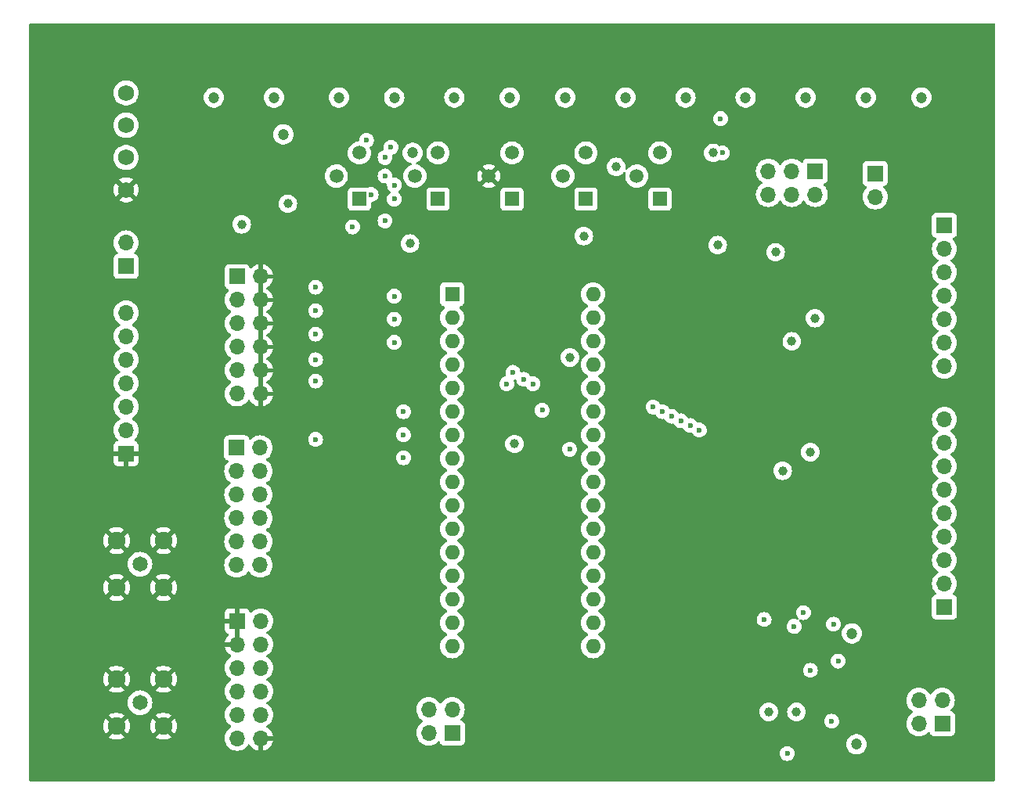
<source format=gbr>
%TF.GenerationSoftware,KiCad,Pcbnew,8.0.6-8.0.6-0~ubuntu24.04.1*%
%TF.CreationDate,2025-02-21T12:27:14-10:00*%
%TF.ProjectId,board_main,626f6172-645f-46d6-9169-6e2e6b696361,rev?*%
%TF.SameCoordinates,Original*%
%TF.FileFunction,Copper,L3,Inr*%
%TF.FilePolarity,Positive*%
%FSLAX46Y46*%
G04 Gerber Fmt 4.6, Leading zero omitted, Abs format (unit mm)*
G04 Created by KiCad (PCBNEW 8.0.6-8.0.6-0~ubuntu24.04.1) date 2025-02-21 12:27:14*
%MOMM*%
%LPD*%
G01*
G04 APERTURE LIST*
%TA.AperFunction,ComponentPad*%
%ADD10R,1.700000X1.700000*%
%TD*%
%TA.AperFunction,ComponentPad*%
%ADD11O,1.700000X1.700000*%
%TD*%
%TA.AperFunction,ComponentPad*%
%ADD12C,1.651000*%
%TD*%
%TA.AperFunction,ComponentPad*%
%ADD13C,1.905000*%
%TD*%
%TA.AperFunction,ComponentPad*%
%ADD14R,1.600000X1.600000*%
%TD*%
%TA.AperFunction,ComponentPad*%
%ADD15O,1.600000X1.600000*%
%TD*%
%TA.AperFunction,ComponentPad*%
%ADD16R,1.508000X1.508000*%
%TD*%
%TA.AperFunction,ComponentPad*%
%ADD17C,1.508000*%
%TD*%
%TA.AperFunction,ComponentPad*%
%ADD18C,1.727200*%
%TD*%
%TA.AperFunction,ViaPad*%
%ADD19C,0.600000*%
%TD*%
%TA.AperFunction,ViaPad*%
%ADD20C,1.200000*%
%TD*%
%TA.AperFunction,ViaPad*%
%ADD21C,1.000000*%
%TD*%
G04 APERTURE END LIST*
D10*
%TO.N,/ADC/IOVDD*%
%TO.C,J11*%
X160000000Y-74225000D03*
D11*
%TO.N,/Buffer/VCC*%
X160000000Y-76765000D03*
%TD*%
D10*
%TO.N,/ADC/IN1*%
%TO.C,J9*%
X91000000Y-85380000D03*
D11*
%TO.N,/ADC/IN2*%
X91000000Y-87920000D03*
%TO.N,/ADC/IN3*%
X91000000Y-90460000D03*
%TO.N,/ADC/IN4*%
X91000000Y-93000000D03*
%TO.N,/ADC/IN5*%
X91000000Y-95540000D03*
%TO.N,/ADC/IN6*%
X91000000Y-98080000D03*
%TO.N,/ADC/AVSS*%
X93540000Y-85380000D03*
X93540000Y-87920000D03*
X93540000Y-90460000D03*
X93540000Y-93000000D03*
X93540000Y-95540000D03*
X93540000Y-98080000D03*
%TD*%
D12*
%TO.N,Net-(J7-Signal)*%
%TO.C,J7*%
X80500000Y-116500000D03*
D13*
%TO.N,/ADC/AVSS*%
X83040000Y-113960000D03*
X77960000Y-113960000D03*
X77960000Y-119040000D03*
X83040000Y-119040000D03*
%TD*%
D12*
%TO.N,Net-(J6-Signal)*%
%TO.C,J6*%
X80500000Y-131500000D03*
D13*
%TO.N,/ADC/AVSS*%
X83040000Y-128960000D03*
X77960000Y-128960000D03*
X77960000Y-134040000D03*
X83040000Y-134040000D03*
%TD*%
D11*
%TO.N,/Buffer/RESX*%
%TO.C,J13*%
X114275000Y-132235000D03*
%TO.N,/ADC/RES*%
X111735000Y-134775000D03*
D10*
%TO.N,Net-(U6-M)*%
X114275000Y-134775000D03*
D11*
%TO.N,/ADC/RES*%
X111735000Y-132235000D03*
%TD*%
D14*
%TO.N,Net-(ADC1-IN1)*%
%TO.C,ADC2*%
X114260000Y-87300000D03*
D15*
%TO.N,Net-(ADC1-IN2)*%
X114260000Y-89840000D03*
%TO.N,Net-(ADC1-IN3)*%
X114260000Y-92380000D03*
%TO.N,/ADC/VHI*%
X114260000Y-94920000D03*
%TO.N,/ADC/VLO*%
X114260000Y-97460000D03*
%TO.N,Net-(ADC1-IN4)*%
X114260000Y-100000000D03*
%TO.N,Net-(ADC1-IN5)*%
X114260000Y-102540000D03*
%TO.N,Net-(ADC1-IN6)*%
X114260000Y-105080000D03*
%TO.N,Net-(ADC1-PAD)*%
X114260000Y-107620000D03*
%TO.N,Net-(ADC1-AVSS)*%
X114260000Y-110160000D03*
%TO.N,/ADC/RES*%
X114260000Y-112700000D03*
%TO.N,Net-(ADC1-IOVSS-Pad12)*%
X114260000Y-115240000D03*
%TO.N,/ADC/CK4*%
X114260000Y-117780000D03*
%TO.N,/ADC/CK5*%
X114260000Y-120320000D03*
%TO.N,/ADC/CK6*%
X114260000Y-122860000D03*
%TO.N,Net-(ADC1-VSS)*%
X114260000Y-125400000D03*
%TO.N,/ADC/OUT6*%
X129500000Y-125400000D03*
%TO.N,/ADC/OUT5*%
X129500000Y-122860000D03*
%TO.N,/ADC/OUT4*%
X129500000Y-120320000D03*
%TO.N,Net-(ADC1-IOVSS-Pad20)*%
X129500000Y-117780000D03*
%TO.N,Net-(ADC1-IOVDD-Pad21)*%
X129500000Y-115240000D03*
%TO.N,/ADC/OUT3*%
X129500000Y-112700000D03*
%TO.N,/ADC/OUT2*%
X129500000Y-110160000D03*
%TO.N,/ADC/OUT1*%
X129500000Y-107620000D03*
%TO.N,Net-(ADC1-VDD)*%
X129500000Y-105080000D03*
%TO.N,/ADC/CK1*%
X129500000Y-102540000D03*
%TO.N,/ADC/CK2*%
X129500000Y-100000000D03*
%TO.N,/ADC/CK3*%
X129500000Y-97460000D03*
%TO.N,Net-(ADC1-IOVDD-Pad29)*%
X129500000Y-94920000D03*
%TO.N,/ADC/VLDO*%
X129500000Y-92380000D03*
%TO.N,/ADC/VREF*%
X129500000Y-89840000D03*
%TO.N,/ADC/AVDD*%
X129500000Y-87300000D03*
%TD*%
D10*
%TO.N,/ADC/AVSS*%
%TO.C,J10*%
X91000000Y-122650000D03*
D11*
X91000000Y-125190000D03*
%TO.N,GND*%
X91000000Y-127730000D03*
X91000000Y-130270000D03*
X91000000Y-132810000D03*
X91000000Y-135350000D03*
%TO.N,Net-(ADC1-PAD)*%
X93540000Y-122650000D03*
%TO.N,Net-(ADC1-AVSS)*%
X93540000Y-125190000D03*
%TO.N,Net-(ADC1-IOVSS-Pad12)*%
X93540000Y-127730000D03*
%TO.N,Net-(ADC1-VSS)*%
X93540000Y-130270000D03*
%TO.N,Net-(ADC1-IOVSS-Pad20)*%
X93540000Y-132810000D03*
%TO.N,/ADC/AVSS*%
X93540000Y-135350000D03*
%TD*%
D10*
%TO.N,/Buffer/DO1*%
%TO.C,J4*%
X167500000Y-79840000D03*
D11*
%TO.N,/Buffer/DO2*%
X167500000Y-82380000D03*
%TO.N,/Buffer/DO3*%
X167500000Y-84920000D03*
%TO.N,/Buffer/DO4*%
X167500000Y-87460000D03*
%TO.N,/Buffer/DO5*%
X167500000Y-90000000D03*
%TO.N,/Buffer/DO6*%
X167500000Y-92540000D03*
%TO.N,GND*%
X167500000Y-95080000D03*
%TD*%
%TO.N,/ADC/IOVDD*%
%TO.C,J5*%
X148460000Y-73960000D03*
X151000000Y-73960000D03*
D10*
%TO.N,/ADC/VDD*%
X153540000Y-73960000D03*
D11*
%TO.N,Net-(ADC1-IOVDD-Pad29)*%
X148460000Y-76500000D03*
%TO.N,Net-(ADC1-IOVDD-Pad21)*%
X151000000Y-76500000D03*
%TO.N,Net-(ADC1-VDD)*%
X153540000Y-76500000D03*
%TD*%
D16*
%TO.N,Net-(U2-+IN)*%
%TO.C,R5*%
X112730000Y-77000000D03*
D17*
%TO.N,Net-(U3-+IN)*%
X110230000Y-74500000D03*
%TO.N,unconnected-(R5-Pad3)*%
X112730000Y-72000000D03*
%TD*%
D16*
%TO.N,Net-(R1-Pad2)*%
%TO.C,R2*%
X104230000Y-77000000D03*
D17*
%TO.N,Net-(U1-FB)*%
X101730000Y-74500000D03*
%TO.N,unconnected-(R2-Pad3)*%
X104230000Y-72000000D03*
%TD*%
D16*
%TO.N,Net-(U3-+IN)*%
%TO.C,R6*%
X120730000Y-77000000D03*
D17*
%TO.N,/ADC/AVSS*%
X118230000Y-74500000D03*
%TO.N,unconnected-(R6-Pad3)*%
X120730000Y-72000000D03*
%TD*%
D10*
%TO.N,GND*%
%TO.C,J1*%
X79000000Y-84275000D03*
D11*
%TO.N,/AnalogSupply/VSUP*%
X79000000Y-81735000D03*
%TD*%
D10*
%TO.N,/ADC/AVSS*%
%TO.C,J2*%
X79000000Y-104540000D03*
D11*
%TO.N,/ADC/IN6*%
X79000000Y-102000000D03*
%TO.N,/ADC/IN5*%
X79000000Y-99460000D03*
%TO.N,/ADC/IN4*%
X79000000Y-96920000D03*
%TO.N,/ADC/IN3*%
X79000000Y-94380000D03*
%TO.N,/ADC/IN2*%
X79000000Y-91840000D03*
%TO.N,/ADC/IN1*%
X79000000Y-89300000D03*
%TD*%
%TO.N,/ADC/IOVDD*%
%TO.C,J12*%
X167275000Y-131235000D03*
%TO.N,Net-(U5-\u002A1CLR)*%
X164735000Y-131235000D03*
D10*
%TO.N,/ADC/IOVDD*%
X167275000Y-133775000D03*
D11*
%TO.N,Net-(U6-VDD)*%
X164735000Y-133775000D03*
%TD*%
D18*
%TO.N,/AnalogSupply/VSUP*%
%TO.C,J14*%
X79000000Y-65499999D03*
%TO.N,GND*%
X79000000Y-69000000D03*
X79000000Y-72500000D03*
%TO.N,/ADC/AVSS*%
X79000000Y-76000001D03*
%TD*%
D16*
%TO.N,Net-(R17-Pad1)*%
%TO.C,R17*%
X128730000Y-77000000D03*
D17*
%TO.N,/ADC/VREF*%
X126230000Y-74500000D03*
%TO.N,Net-(R16-Pad2)*%
X128730000Y-72000000D03*
%TD*%
D10*
%TO.N,Net-(J6-Signal)*%
%TO.C,J8*%
X90960000Y-103920000D03*
D11*
%TO.N,Net-(J7-Signal)*%
X90960000Y-106460000D03*
%TO.N,Net-(J6-Signal)*%
X90960000Y-109000000D03*
%TO.N,Net-(J7-Signal)*%
X90960000Y-111540000D03*
%TO.N,Net-(J6-Signal)*%
X90960000Y-114080000D03*
%TO.N,Net-(J7-Signal)*%
X90960000Y-116620000D03*
%TO.N,/ADC/IN1*%
X93500000Y-103920000D03*
%TO.N,/ADC/IN2*%
X93500000Y-106460000D03*
%TO.N,/ADC/IN3*%
X93500000Y-109000000D03*
%TO.N,/ADC/IN4*%
X93500000Y-111540000D03*
%TO.N,/ADC/IN5*%
X93500000Y-114080000D03*
%TO.N,/ADC/IN6*%
X93500000Y-116620000D03*
%TD*%
D16*
%TO.N,unconnected-(R8-Pad1)*%
%TO.C,R8*%
X136730000Y-77000000D03*
D17*
%TO.N,Net-(U4-FB)*%
X134230000Y-74500000D03*
%TO.N,Net-(R7-Pad2)*%
X136730000Y-72000000D03*
%TD*%
D10*
%TO.N,GND*%
%TO.C,J3*%
X167500000Y-121160000D03*
D11*
%TO.N,/Buffer/CLK_IND*%
X167500000Y-118620000D03*
%TO.N,/Buffer/RES_IND*%
X167500000Y-116080000D03*
%TO.N,/Buffer/CLK_IN4*%
X167500000Y-113540000D03*
%TO.N,/Buffer/CLK_IN5*%
X167500000Y-111000000D03*
%TO.N,/Buffer/CLK_IN6*%
X167500000Y-108460000D03*
%TO.N,/Buffer/CLK_IN1*%
X167500000Y-105920000D03*
%TO.N,/Buffer/CLK_IN2*%
X167500000Y-103380000D03*
%TO.N,/Buffer/CLK_IN3*%
X167500000Y-100840000D03*
%TD*%
D19*
%TO.N,/ADC/VLDO*%
X122000000Y-96500000D03*
D20*
X133000000Y-66000000D03*
D19*
%TO.N,/ADC/VLO*%
X105000000Y-70627000D03*
D20*
X108000000Y-66000000D03*
D19*
%TO.N,/ADC/AVDD*%
X120173000Y-97000000D03*
D20*
X102000000Y-66000000D03*
D19*
X103500000Y-80010000D03*
%TO.N,Net-(ADC1-IN6)*%
X109000000Y-105000000D03*
%TO.N,/ADC/VHI*%
X107649999Y-71388750D03*
X108000000Y-77000000D03*
X107000000Y-72500000D03*
D20*
X114500000Y-66000000D03*
D19*
%TO.N,Net-(ADC1-IN2)*%
X108000000Y-90000000D03*
%TO.N,Net-(ADC1-IN4)*%
X109000000Y-100000000D03*
%TO.N,/ADC/OUT2*%
X137000000Y-100000000D03*
%TO.N,/ADC/OUT6*%
X141000000Y-102000000D03*
%TO.N,/ADC/OUT4*%
X139000000Y-101000000D03*
D20*
%TO.N,/ADC/VREF*%
X139500000Y-66000000D03*
D19*
X120827000Y-95750000D03*
%TO.N,Net-(ADC1-IN1)*%
X108000000Y-87500000D03*
%TO.N,Net-(ADC1-VDD)*%
X124000000Y-99850000D03*
%TO.N,/ADC/OUT3*%
X138000000Y-100500000D03*
%TO.N,Net-(ADC1-IN3)*%
X108000000Y-92500000D03*
%TO.N,/ADC/OUT1*%
X136000000Y-99500000D03*
%TO.N,Net-(ADC1-IN5)*%
X109000000Y-102500000D03*
D21*
%TO.N,Net-(ADC1-IOVDD-Pad29)*%
X142980000Y-81980000D03*
D19*
X123000000Y-97000000D03*
%TO.N,/ADC/OUT5*%
X140000000Y-101500000D03*
D21*
%TO.N,Net-(ADC1-IOVDD-Pad21)*%
X149250000Y-82750000D03*
D19*
X126968891Y-104080314D03*
D20*
%TO.N,/AnalogSupply/VSUP*%
X152500000Y-66000000D03*
D21*
%TO.N,GND*%
X109700578Y-81799422D03*
X150000000Y-106392800D03*
X151500000Y-132500000D03*
D19*
X148000000Y-122500000D03*
D21*
X132000000Y-73500000D03*
X127000000Y-94143000D03*
D19*
X143295000Y-68295000D03*
D21*
X121000000Y-103500000D03*
X148500000Y-132500000D03*
X151000000Y-92392800D03*
X96500000Y-77500000D03*
X91500000Y-79725000D03*
D19*
X153000000Y-128000000D03*
D21*
X142500000Y-72000000D03*
D19*
X107000000Y-74500000D03*
D20*
%TO.N,/AnalogSupply/VA*%
X88500000Y-66000000D03*
X96000000Y-70000000D03*
D19*
%TO.N,/ADC/AVSS*%
X111500000Y-109000000D03*
X111500000Y-88000000D03*
X111500000Y-101000000D03*
X111500000Y-92000000D03*
X111500000Y-104500000D03*
X120000000Y-90000000D03*
D21*
X131500000Y-81000000D03*
D19*
X98000000Y-75000000D03*
X111500000Y-96500000D03*
D20*
%TO.N,/ADC/IOVDD*%
X159000000Y-66000000D03*
D21*
%TO.N,/Buffer/VCC*%
X153000000Y-104392800D03*
X153500000Y-89892800D03*
D19*
%TO.N,Net-(U5-\u002A1CLR)*%
X156000000Y-127000000D03*
X151250000Y-123250000D03*
X155500000Y-123000000D03*
D20*
X157500000Y-124000000D03*
D19*
X152250000Y-121750000D03*
%TO.N,Net-(U6-VDD)*%
X155310000Y-133500000D03*
D20*
X158000000Y-136000000D03*
D19*
%TO.N,Net-(U6-M)*%
X150500000Y-137000000D03*
D20*
%TO.N,Net-(U1-FB)*%
X95000000Y-66000000D03*
D19*
%TO.N,Net-(U2-+IN)*%
X108019375Y-75480625D03*
X105500000Y-76500000D03*
D20*
X110000000Y-72000000D03*
X120500000Y-66000000D03*
D19*
%TO.N,Net-(U3-+IN)*%
X107000000Y-79350001D03*
D20*
X126500000Y-66000000D03*
%TO.N,/ADC/VDD*%
X165000000Y-66000000D03*
%TO.N,Net-(U4-FB)*%
X146000000Y-66000000D03*
D19*
X143500000Y-72000000D03*
%TO.N,/ADC/IN1*%
X99500000Y-86530000D03*
%TO.N,/ADC/IN2*%
X99500000Y-89070000D03*
%TO.N,/ADC/IN3*%
X99500000Y-91610000D03*
%TO.N,/ADC/IN4*%
X99500000Y-94390000D03*
%TO.N,/ADC/IN5*%
X99500000Y-96690000D03*
%TO.N,/ADC/IN6*%
X99500000Y-103000000D03*
D21*
%TO.N,Net-(R17-Pad1)*%
X128500000Y-81000000D03*
%TD*%
%TA.AperFunction,Conductor*%
%TO.N,/ADC/AVSS*%
G36*
X91250000Y-124756988D02*
G01*
X91192993Y-124724075D01*
X91065826Y-124690000D01*
X90934174Y-124690000D01*
X90807007Y-124724075D01*
X90750000Y-124756988D01*
X90750000Y-123083012D01*
X90807007Y-123115925D01*
X90934174Y-123150000D01*
X91065826Y-123150000D01*
X91192993Y-123115925D01*
X91250000Y-123083012D01*
X91250000Y-124756988D01*
G37*
%TD.AperFunction*%
%TA.AperFunction,Conductor*%
G36*
X93790000Y-97646988D02*
G01*
X93732993Y-97614075D01*
X93605826Y-97580000D01*
X93474174Y-97580000D01*
X93347007Y-97614075D01*
X93290000Y-97646988D01*
X93290000Y-95973012D01*
X93347007Y-96005925D01*
X93474174Y-96040000D01*
X93605826Y-96040000D01*
X93732993Y-96005925D01*
X93790000Y-95973012D01*
X93790000Y-97646988D01*
G37*
%TD.AperFunction*%
%TA.AperFunction,Conductor*%
G36*
X93790000Y-95106988D02*
G01*
X93732993Y-95074075D01*
X93605826Y-95040000D01*
X93474174Y-95040000D01*
X93347007Y-95074075D01*
X93290000Y-95106988D01*
X93290000Y-93433012D01*
X93347007Y-93465925D01*
X93474174Y-93500000D01*
X93605826Y-93500000D01*
X93732993Y-93465925D01*
X93790000Y-93433012D01*
X93790000Y-95106988D01*
G37*
%TD.AperFunction*%
%TA.AperFunction,Conductor*%
G36*
X93790000Y-92566988D02*
G01*
X93732993Y-92534075D01*
X93605826Y-92500000D01*
X93474174Y-92500000D01*
X93347007Y-92534075D01*
X93290000Y-92566988D01*
X93290000Y-90893012D01*
X93347007Y-90925925D01*
X93474174Y-90960000D01*
X93605826Y-90960000D01*
X93732993Y-90925925D01*
X93790000Y-90893012D01*
X93790000Y-92566988D01*
G37*
%TD.AperFunction*%
%TA.AperFunction,Conductor*%
G36*
X93790000Y-90026988D02*
G01*
X93732993Y-89994075D01*
X93605826Y-89960000D01*
X93474174Y-89960000D01*
X93347007Y-89994075D01*
X93290000Y-90026988D01*
X93290000Y-88353012D01*
X93347007Y-88385925D01*
X93474174Y-88420000D01*
X93605826Y-88420000D01*
X93732993Y-88385925D01*
X93790000Y-88353012D01*
X93790000Y-90026988D01*
G37*
%TD.AperFunction*%
%TA.AperFunction,Conductor*%
G36*
X93790000Y-87486988D02*
G01*
X93732993Y-87454075D01*
X93605826Y-87420000D01*
X93474174Y-87420000D01*
X93347007Y-87454075D01*
X93290000Y-87486988D01*
X93290000Y-85813012D01*
X93347007Y-85845925D01*
X93474174Y-85880000D01*
X93605826Y-85880000D01*
X93732993Y-85845925D01*
X93790000Y-85813012D01*
X93790000Y-87486988D01*
G37*
%TD.AperFunction*%
%TA.AperFunction,Conductor*%
G36*
X172942539Y-58020185D02*
G01*
X172988294Y-58072989D01*
X172999500Y-58124500D01*
X172999500Y-139875500D01*
X172979815Y-139942539D01*
X172927011Y-139988294D01*
X172875500Y-139999500D01*
X68624500Y-139999500D01*
X68557461Y-139979815D01*
X68511706Y-139927011D01*
X68500500Y-139875500D01*
X68500500Y-136999996D01*
X149694435Y-136999996D01*
X149694435Y-137000003D01*
X149714630Y-137179249D01*
X149714631Y-137179254D01*
X149774211Y-137349523D01*
X149870184Y-137502262D01*
X149997738Y-137629816D01*
X150150478Y-137725789D01*
X150320745Y-137785368D01*
X150320750Y-137785369D01*
X150499996Y-137805565D01*
X150500000Y-137805565D01*
X150500004Y-137805565D01*
X150679249Y-137785369D01*
X150679252Y-137785368D01*
X150679255Y-137785368D01*
X150849522Y-137725789D01*
X151002262Y-137629816D01*
X151129816Y-137502262D01*
X151225789Y-137349522D01*
X151285368Y-137179255D01*
X151285369Y-137179249D01*
X151305565Y-137000003D01*
X151305565Y-136999996D01*
X151285369Y-136820750D01*
X151285368Y-136820745D01*
X151258716Y-136744579D01*
X151225789Y-136650478D01*
X151208795Y-136623433D01*
X151182649Y-136581821D01*
X151129816Y-136497738D01*
X151002262Y-136370184D01*
X150849523Y-136274211D01*
X150679254Y-136214631D01*
X150679249Y-136214630D01*
X150500004Y-136194435D01*
X150499996Y-136194435D01*
X150320750Y-136214630D01*
X150320745Y-136214631D01*
X150150476Y-136274211D01*
X149997737Y-136370184D01*
X149870184Y-136497737D01*
X149774211Y-136650476D01*
X149714631Y-136820745D01*
X149714630Y-136820750D01*
X149694435Y-136999996D01*
X68500500Y-136999996D01*
X68500500Y-134039994D01*
X76502522Y-134039994D01*
X76502522Y-134040005D01*
X76522399Y-134279889D01*
X76581491Y-134513240D01*
X76678185Y-134733682D01*
X76770880Y-134875563D01*
X77321837Y-134324607D01*
X77340997Y-134370864D01*
X77417439Y-134485268D01*
X77514732Y-134582561D01*
X77629136Y-134659003D01*
X77675390Y-134678162D01*
X77123790Y-135229761D01*
X77123791Y-135229762D01*
X77162832Y-135260149D01*
X77162838Y-135260153D01*
X77374531Y-135374715D01*
X77374545Y-135374721D01*
X77602207Y-135452879D01*
X77839642Y-135492500D01*
X78080358Y-135492500D01*
X78317792Y-135452879D01*
X78545454Y-135374721D01*
X78545468Y-135374715D01*
X78757160Y-135260154D01*
X78757168Y-135260149D01*
X78796207Y-135229762D01*
X78796208Y-135229760D01*
X78244609Y-134678161D01*
X78290864Y-134659003D01*
X78405268Y-134582561D01*
X78502561Y-134485268D01*
X78579003Y-134370864D01*
X78598162Y-134324609D01*
X79149117Y-134875564D01*
X79241815Y-134733679D01*
X79338508Y-134513240D01*
X79397600Y-134279889D01*
X79417478Y-134040005D01*
X79417478Y-134039994D01*
X81582522Y-134039994D01*
X81582522Y-134040005D01*
X81602399Y-134279889D01*
X81661491Y-134513240D01*
X81758185Y-134733682D01*
X81850880Y-134875563D01*
X82401837Y-134324607D01*
X82420997Y-134370864D01*
X82497439Y-134485268D01*
X82594732Y-134582561D01*
X82709136Y-134659003D01*
X82755390Y-134678162D01*
X82203790Y-135229761D01*
X82203791Y-135229762D01*
X82242832Y-135260149D01*
X82242838Y-135260153D01*
X82454531Y-135374715D01*
X82454545Y-135374721D01*
X82682207Y-135452879D01*
X82919642Y-135492500D01*
X83160358Y-135492500D01*
X83397792Y-135452879D01*
X83625454Y-135374721D01*
X83625468Y-135374715D01*
X83837160Y-135260154D01*
X83837168Y-135260149D01*
X83876207Y-135229762D01*
X83876208Y-135229760D01*
X83324609Y-134678161D01*
X83370864Y-134659003D01*
X83485268Y-134582561D01*
X83582561Y-134485268D01*
X83659003Y-134370864D01*
X83678162Y-134324609D01*
X84229117Y-134875564D01*
X84321815Y-134733679D01*
X84418508Y-134513240D01*
X84477600Y-134279889D01*
X84497478Y-134040005D01*
X84497478Y-134039994D01*
X84477600Y-133800110D01*
X84418508Y-133566759D01*
X84321815Y-133346320D01*
X84229117Y-133204434D01*
X83678161Y-133755389D01*
X83659003Y-133709136D01*
X83582561Y-133594732D01*
X83485268Y-133497439D01*
X83370864Y-133420997D01*
X83324608Y-133401837D01*
X83876208Y-132850237D01*
X83876208Y-132850236D01*
X83837166Y-132819849D01*
X83837161Y-132819846D01*
X83625468Y-132705284D01*
X83625454Y-132705278D01*
X83397792Y-132627120D01*
X83160358Y-132587500D01*
X82919642Y-132587500D01*
X82682207Y-132627120D01*
X82454545Y-132705278D01*
X82454531Y-132705284D01*
X82242837Y-132819846D01*
X82242826Y-132819853D01*
X82203791Y-132850235D01*
X82203791Y-132850237D01*
X82755391Y-133401837D01*
X82709136Y-133420997D01*
X82594732Y-133497439D01*
X82497439Y-133594732D01*
X82420997Y-133709136D01*
X82401837Y-133755391D01*
X81850881Y-133204435D01*
X81758185Y-133346317D01*
X81661491Y-133566759D01*
X81602399Y-133800110D01*
X81582522Y-134039994D01*
X79417478Y-134039994D01*
X79397600Y-133800110D01*
X79338508Y-133566759D01*
X79241815Y-133346320D01*
X79149117Y-133204434D01*
X78598161Y-133755389D01*
X78579003Y-133709136D01*
X78502561Y-133594732D01*
X78405268Y-133497439D01*
X78290864Y-133420997D01*
X78244608Y-133401837D01*
X78796208Y-132850237D01*
X78796208Y-132850236D01*
X78757166Y-132819849D01*
X78757161Y-132819846D01*
X78545468Y-132705284D01*
X78545454Y-132705278D01*
X78317792Y-132627120D01*
X78080358Y-132587500D01*
X77839642Y-132587500D01*
X77602207Y-132627120D01*
X77374545Y-132705278D01*
X77374531Y-132705284D01*
X77162837Y-132819846D01*
X77162826Y-132819853D01*
X77123791Y-132850235D01*
X77123791Y-132850237D01*
X77675391Y-133401837D01*
X77629136Y-133420997D01*
X77514732Y-133497439D01*
X77417439Y-133594732D01*
X77340997Y-133709136D01*
X77321837Y-133755391D01*
X76770881Y-133204435D01*
X76678185Y-133346317D01*
X76581491Y-133566759D01*
X76522399Y-133800110D01*
X76502522Y-134039994D01*
X68500500Y-134039994D01*
X68500500Y-131499999D01*
X79168935Y-131499999D01*
X79168935Y-131500000D01*
X79189156Y-131731132D01*
X79189158Y-131731142D01*
X79249205Y-131955243D01*
X79249207Y-131955247D01*
X79249208Y-131955251D01*
X79298236Y-132060392D01*
X79347263Y-132165532D01*
X79347264Y-132165533D01*
X79480345Y-132355592D01*
X79644408Y-132519655D01*
X79834467Y-132652736D01*
X80044749Y-132750792D01*
X80268863Y-132810843D01*
X80453772Y-132827020D01*
X80499999Y-132831065D01*
X80500000Y-132831065D01*
X80500001Y-132831065D01*
X80538522Y-132827694D01*
X80731137Y-132810843D01*
X80955251Y-132750792D01*
X81165533Y-132652736D01*
X81355592Y-132519655D01*
X81519655Y-132355592D01*
X81652736Y-132165533D01*
X81750792Y-131955251D01*
X81810843Y-131731137D01*
X81831065Y-131500000D01*
X81810843Y-131268863D01*
X81750792Y-131044749D01*
X81652736Y-130834468D01*
X81652734Y-130834465D01*
X81652733Y-130834463D01*
X81519654Y-130644406D01*
X81355596Y-130480349D01*
X81355592Y-130480345D01*
X81165533Y-130347264D01*
X81165534Y-130347264D01*
X81165532Y-130347263D01*
X81052841Y-130294715D01*
X80955251Y-130249208D01*
X80955247Y-130249207D01*
X80955243Y-130249205D01*
X80731142Y-130189158D01*
X80731132Y-130189156D01*
X80500001Y-130168935D01*
X80499999Y-130168935D01*
X80268867Y-130189156D01*
X80268857Y-130189158D01*
X80044756Y-130249205D01*
X80044747Y-130249209D01*
X79834467Y-130347264D01*
X79834463Y-130347266D01*
X79644406Y-130480345D01*
X79480345Y-130644406D01*
X79347266Y-130834463D01*
X79347264Y-130834467D01*
X79249209Y-131044747D01*
X79249205Y-131044756D01*
X79189158Y-131268857D01*
X79189156Y-131268867D01*
X79168935Y-131499999D01*
X68500500Y-131499999D01*
X68500500Y-128959994D01*
X76502522Y-128959994D01*
X76502522Y-128960005D01*
X76522399Y-129199889D01*
X76581491Y-129433240D01*
X76678185Y-129653682D01*
X76770880Y-129795563D01*
X77321837Y-129244607D01*
X77340997Y-129290864D01*
X77417439Y-129405268D01*
X77514732Y-129502561D01*
X77629136Y-129579003D01*
X77675390Y-129598162D01*
X77123790Y-130149761D01*
X77123791Y-130149762D01*
X77162832Y-130180149D01*
X77162838Y-130180153D01*
X77374531Y-130294715D01*
X77374545Y-130294721D01*
X77602207Y-130372879D01*
X77839642Y-130412500D01*
X78080358Y-130412500D01*
X78317792Y-130372879D01*
X78545454Y-130294721D01*
X78545468Y-130294715D01*
X78757160Y-130180154D01*
X78757168Y-130180149D01*
X78796207Y-130149762D01*
X78796208Y-130149760D01*
X78244609Y-129598161D01*
X78290864Y-129579003D01*
X78405268Y-129502561D01*
X78502561Y-129405268D01*
X78579003Y-129290864D01*
X78598162Y-129244609D01*
X79149117Y-129795564D01*
X79241815Y-129653679D01*
X79338508Y-129433240D01*
X79397600Y-129199889D01*
X79417478Y-128960005D01*
X79417478Y-128959994D01*
X81582522Y-128959994D01*
X81582522Y-128960005D01*
X81602399Y-129199889D01*
X81661491Y-129433240D01*
X81758185Y-129653682D01*
X81850880Y-129795563D01*
X82401837Y-129244607D01*
X82420997Y-129290864D01*
X82497439Y-129405268D01*
X82594732Y-129502561D01*
X82709136Y-129579003D01*
X82755390Y-129598162D01*
X82203790Y-130149761D01*
X82203791Y-130149762D01*
X82242832Y-130180149D01*
X82242838Y-130180153D01*
X82454531Y-130294715D01*
X82454545Y-130294721D01*
X82682207Y-130372879D01*
X82919642Y-130412500D01*
X83160358Y-130412500D01*
X83397792Y-130372879D01*
X83625454Y-130294721D01*
X83625468Y-130294715D01*
X83837160Y-130180154D01*
X83837168Y-130180149D01*
X83876207Y-130149762D01*
X83876208Y-130149760D01*
X83324609Y-129598161D01*
X83370864Y-129579003D01*
X83485268Y-129502561D01*
X83582561Y-129405268D01*
X83659003Y-129290864D01*
X83678162Y-129244609D01*
X84229117Y-129795564D01*
X84321815Y-129653679D01*
X84418508Y-129433240D01*
X84477600Y-129199889D01*
X84497478Y-128960005D01*
X84497478Y-128959994D01*
X84477600Y-128720110D01*
X84418508Y-128486759D01*
X84321815Y-128266320D01*
X84229117Y-128124434D01*
X83678161Y-128675389D01*
X83659003Y-128629136D01*
X83582561Y-128514732D01*
X83485268Y-128417439D01*
X83370864Y-128340997D01*
X83324608Y-128321837D01*
X83876208Y-127770237D01*
X83876208Y-127770236D01*
X83837166Y-127739849D01*
X83837161Y-127739846D01*
X83818965Y-127729999D01*
X89644341Y-127729999D01*
X89644341Y-127730000D01*
X89664936Y-127965403D01*
X89664938Y-127965413D01*
X89726094Y-128193655D01*
X89726096Y-128193659D01*
X89726097Y-128193663D01*
X89798776Y-128349523D01*
X89825965Y-128407830D01*
X89825967Y-128407834D01*
X89934281Y-128562521D01*
X89961501Y-128601396D01*
X89961506Y-128601402D01*
X90128597Y-128768493D01*
X90128603Y-128768498D01*
X90314158Y-128898425D01*
X90357783Y-128953002D01*
X90364977Y-129022500D01*
X90333454Y-129084855D01*
X90314158Y-129101575D01*
X90128597Y-129231505D01*
X89961505Y-129398597D01*
X89825965Y-129592169D01*
X89825964Y-129592171D01*
X89726098Y-129806335D01*
X89726094Y-129806344D01*
X89664938Y-130034586D01*
X89664936Y-130034596D01*
X89644341Y-130269999D01*
X89644341Y-130270000D01*
X89664936Y-130505403D01*
X89664938Y-130505413D01*
X89726094Y-130733655D01*
X89726096Y-130733659D01*
X89726097Y-130733663D01*
X89794028Y-130879341D01*
X89825965Y-130947830D01*
X89825967Y-130947834D01*
X89893827Y-131044747D01*
X89961501Y-131141396D01*
X89961506Y-131141402D01*
X90128597Y-131308493D01*
X90128603Y-131308498D01*
X90314158Y-131438425D01*
X90357783Y-131493002D01*
X90364977Y-131562500D01*
X90333454Y-131624855D01*
X90314158Y-131641575D01*
X90128597Y-131771505D01*
X89961505Y-131938597D01*
X89825965Y-132132169D01*
X89825964Y-132132171D01*
X89726098Y-132346335D01*
X89726094Y-132346344D01*
X89664938Y-132574586D01*
X89664936Y-132574596D01*
X89644341Y-132809999D01*
X89644341Y-132810000D01*
X89664936Y-133045403D01*
X89664938Y-133045413D01*
X89726094Y-133273655D01*
X89726096Y-133273659D01*
X89726097Y-133273663D01*
X89794403Y-133420145D01*
X89825965Y-133487830D01*
X89825967Y-133487834D01*
X89905183Y-133600965D01*
X89961501Y-133681396D01*
X89961506Y-133681402D01*
X90128597Y-133848493D01*
X90128603Y-133848498D01*
X90314158Y-133978425D01*
X90357783Y-134033002D01*
X90364977Y-134102500D01*
X90333454Y-134164855D01*
X90314158Y-134181575D01*
X90128597Y-134311505D01*
X89961505Y-134478597D01*
X89825965Y-134672169D01*
X89825964Y-134672171D01*
X89726098Y-134886335D01*
X89726094Y-134886344D01*
X89664938Y-135114586D01*
X89664936Y-135114596D01*
X89644341Y-135349999D01*
X89644341Y-135350000D01*
X89664936Y-135585403D01*
X89664938Y-135585413D01*
X89726094Y-135813655D01*
X89726096Y-135813659D01*
X89726097Y-135813663D01*
X89809155Y-135991781D01*
X89825965Y-136027830D01*
X89825967Y-136027834D01*
X89934281Y-136182521D01*
X89961505Y-136221401D01*
X90128599Y-136388495D01*
X90225384Y-136456265D01*
X90322165Y-136524032D01*
X90322167Y-136524033D01*
X90322170Y-136524035D01*
X90536337Y-136623903D01*
X90764592Y-136685063D01*
X90952918Y-136701539D01*
X90999999Y-136705659D01*
X91000000Y-136705659D01*
X91000001Y-136705659D01*
X91039234Y-136702226D01*
X91235408Y-136685063D01*
X91463663Y-136623903D01*
X91677830Y-136524035D01*
X91871401Y-136388495D01*
X92038495Y-136221401D01*
X92168730Y-136035405D01*
X92223307Y-135991781D01*
X92292805Y-135984587D01*
X92355160Y-136016110D01*
X92371879Y-136035405D01*
X92501890Y-136221078D01*
X92668917Y-136388105D01*
X92862421Y-136523600D01*
X93076507Y-136623429D01*
X93076516Y-136623433D01*
X93290000Y-136680634D01*
X93290000Y-135783012D01*
X93347007Y-135815925D01*
X93474174Y-135850000D01*
X93605826Y-135850000D01*
X93732993Y-135815925D01*
X93790000Y-135783012D01*
X93790000Y-136680633D01*
X94003483Y-136623433D01*
X94003492Y-136623429D01*
X94217578Y-136523600D01*
X94411082Y-136388105D01*
X94578105Y-136221082D01*
X94713600Y-136027578D01*
X94813429Y-135813492D01*
X94813432Y-135813486D01*
X94870636Y-135600000D01*
X93973012Y-135600000D01*
X94005925Y-135542993D01*
X94040000Y-135415826D01*
X94040000Y-135284174D01*
X94005925Y-135157007D01*
X93973012Y-135100000D01*
X94870636Y-135100000D01*
X94870635Y-135099999D01*
X94813432Y-134886513D01*
X94813429Y-134886507D01*
X94713600Y-134672422D01*
X94713599Y-134672420D01*
X94578113Y-134478926D01*
X94578108Y-134478920D01*
X94411078Y-134311890D01*
X94225405Y-134181879D01*
X94181780Y-134127302D01*
X94174588Y-134057804D01*
X94206110Y-133995449D01*
X94225406Y-133978730D01*
X94225842Y-133978425D01*
X94411401Y-133848495D01*
X94578495Y-133681401D01*
X94714035Y-133487830D01*
X94813903Y-133273663D01*
X94875063Y-133045408D01*
X94895659Y-132810000D01*
X94875063Y-132574592D01*
X94813903Y-132346337D01*
X94761985Y-132234999D01*
X110379341Y-132234999D01*
X110379341Y-132235000D01*
X110399936Y-132470403D01*
X110399938Y-132470413D01*
X110461094Y-132698655D01*
X110461096Y-132698659D01*
X110461097Y-132698663D01*
X110541004Y-132870023D01*
X110560965Y-132912830D01*
X110560967Y-132912834D01*
X110620418Y-132997738D01*
X110696501Y-133106396D01*
X110696506Y-133106402D01*
X110863597Y-133273493D01*
X110863603Y-133273498D01*
X111049158Y-133403425D01*
X111092783Y-133458002D01*
X111099977Y-133527500D01*
X111068454Y-133589855D01*
X111049158Y-133606575D01*
X110863597Y-133736505D01*
X110696505Y-133903597D01*
X110560965Y-134097169D01*
X110560964Y-134097171D01*
X110461098Y-134311335D01*
X110461094Y-134311344D01*
X110399938Y-134539586D01*
X110399936Y-134539596D01*
X110379341Y-134774999D01*
X110379341Y-134775000D01*
X110399936Y-135010403D01*
X110399938Y-135010413D01*
X110461094Y-135238655D01*
X110461096Y-135238659D01*
X110461097Y-135238663D01*
X110544807Y-135418179D01*
X110560965Y-135452830D01*
X110560967Y-135452834D01*
X110560999Y-135452879D01*
X110696505Y-135646401D01*
X110863599Y-135813495D01*
X110960384Y-135881265D01*
X111057165Y-135949032D01*
X111057167Y-135949033D01*
X111057170Y-135949035D01*
X111271337Y-136048903D01*
X111499592Y-136110063D01*
X111676034Y-136125500D01*
X111734999Y-136130659D01*
X111735000Y-136130659D01*
X111735001Y-136130659D01*
X111793966Y-136125500D01*
X111970408Y-136110063D01*
X112198663Y-136048903D01*
X112412830Y-135949035D01*
X112606401Y-135813495D01*
X112728329Y-135691566D01*
X112789648Y-135658084D01*
X112859340Y-135663068D01*
X112915274Y-135704939D01*
X112932189Y-135735917D01*
X112981202Y-135867328D01*
X112981206Y-135867335D01*
X113067452Y-135982544D01*
X113067455Y-135982547D01*
X113182664Y-136068793D01*
X113182671Y-136068797D01*
X113317517Y-136119091D01*
X113317516Y-136119091D01*
X113324444Y-136119835D01*
X113377127Y-136125500D01*
X115172872Y-136125499D01*
X115232483Y-136119091D01*
X115367331Y-136068796D01*
X115459232Y-135999999D01*
X156894785Y-135999999D01*
X156894785Y-136000000D01*
X156913602Y-136203082D01*
X156969417Y-136399247D01*
X156969422Y-136399260D01*
X157060327Y-136581821D01*
X157183237Y-136744581D01*
X157333958Y-136881980D01*
X157333960Y-136881982D01*
X157433141Y-136943392D01*
X157507363Y-136989348D01*
X157697544Y-137063024D01*
X157898024Y-137100500D01*
X157898026Y-137100500D01*
X158101974Y-137100500D01*
X158101976Y-137100500D01*
X158302456Y-137063024D01*
X158492637Y-136989348D01*
X158666041Y-136881981D01*
X158816764Y-136744579D01*
X158939673Y-136581821D01*
X159030582Y-136399250D01*
X159086397Y-136203083D01*
X159105215Y-136000000D01*
X159104453Y-135991781D01*
X159086397Y-135796917D01*
X159068063Y-135732482D01*
X159030582Y-135600750D01*
X159022945Y-135585413D01*
X158956927Y-135452830D01*
X158939673Y-135418179D01*
X158820338Y-135260154D01*
X158816762Y-135255418D01*
X158666041Y-135118019D01*
X158666039Y-135118017D01*
X158492642Y-135010655D01*
X158492635Y-135010651D01*
X158397546Y-134973814D01*
X158302456Y-134936976D01*
X158101976Y-134899500D01*
X157898024Y-134899500D01*
X157697544Y-134936976D01*
X157697541Y-134936976D01*
X157697541Y-134936977D01*
X157507364Y-135010651D01*
X157507357Y-135010655D01*
X157333960Y-135118017D01*
X157333958Y-135118019D01*
X157183237Y-135255418D01*
X157060327Y-135418178D01*
X156969422Y-135600739D01*
X156969417Y-135600752D01*
X156913602Y-135796917D01*
X156894785Y-135999999D01*
X115459232Y-135999999D01*
X115482546Y-135982546D01*
X115568796Y-135867331D01*
X115619091Y-135732483D01*
X115625500Y-135672873D01*
X115625499Y-133877128D01*
X115619091Y-133817517D01*
X115617810Y-133814083D01*
X115568797Y-133682671D01*
X115568793Y-133682664D01*
X115482547Y-133567455D01*
X115482544Y-133567452D01*
X115367335Y-133481206D01*
X115367328Y-133481202D01*
X115235917Y-133432189D01*
X115179983Y-133390318D01*
X115155566Y-133324853D01*
X115170418Y-133256580D01*
X115191563Y-133228332D01*
X115313495Y-133106401D01*
X115449035Y-132912830D01*
X115548903Y-132698663D01*
X115602134Y-132500000D01*
X147494659Y-132500000D01*
X147513975Y-132696129D01*
X147513976Y-132696132D01*
X147568879Y-132877123D01*
X147571188Y-132884733D01*
X147664086Y-133058532D01*
X147664090Y-133058539D01*
X147789116Y-133210883D01*
X147941460Y-133335909D01*
X147941467Y-133335913D01*
X148115266Y-133428811D01*
X148115269Y-133428811D01*
X148115273Y-133428814D01*
X148303868Y-133486024D01*
X148500000Y-133505341D01*
X148696132Y-133486024D01*
X148884727Y-133428814D01*
X148932227Y-133403425D01*
X149058532Y-133335913D01*
X149058538Y-133335910D01*
X149210883Y-133210883D01*
X149335910Y-133058538D01*
X149409510Y-132920842D01*
X149428811Y-132884733D01*
X149428811Y-132884732D01*
X149428814Y-132884727D01*
X149486024Y-132696132D01*
X149505341Y-132500000D01*
X150494659Y-132500000D01*
X150513975Y-132696129D01*
X150513976Y-132696132D01*
X150568879Y-132877123D01*
X150571188Y-132884733D01*
X150664086Y-133058532D01*
X150664090Y-133058539D01*
X150789116Y-133210883D01*
X150941460Y-133335909D01*
X150941467Y-133335913D01*
X151115266Y-133428811D01*
X151115269Y-133428811D01*
X151115273Y-133428814D01*
X151303868Y-133486024D01*
X151500000Y-133505341D01*
X151554270Y-133499996D01*
X154504435Y-133499996D01*
X154504435Y-133500003D01*
X154524630Y-133679249D01*
X154524631Y-133679254D01*
X154584211Y-133849523D01*
X154660669Y-133971204D01*
X154680184Y-134002262D01*
X154807738Y-134129816D01*
X154960478Y-134225789D01*
X155115087Y-134279889D01*
X155130745Y-134285368D01*
X155130750Y-134285369D01*
X155309996Y-134305565D01*
X155310000Y-134305565D01*
X155310004Y-134305565D01*
X155489249Y-134285369D01*
X155489252Y-134285368D01*
X155489255Y-134285368D01*
X155659522Y-134225789D01*
X155812262Y-134129816D01*
X155939816Y-134002262D01*
X156035789Y-133849522D01*
X156095368Y-133679255D01*
X156104189Y-133600965D01*
X156115565Y-133500003D01*
X156115565Y-133499996D01*
X156095369Y-133320750D01*
X156095368Y-133320745D01*
X156078890Y-133273655D01*
X156035789Y-133150478D01*
X155939816Y-132997738D01*
X155812262Y-132870184D01*
X155780515Y-132850236D01*
X155659523Y-132774211D01*
X155489254Y-132714631D01*
X155489249Y-132714630D01*
X155310004Y-132694435D01*
X155309996Y-132694435D01*
X155130750Y-132714630D01*
X155130745Y-132714631D01*
X154960476Y-132774211D01*
X154807737Y-132870184D01*
X154680184Y-132997737D01*
X154584211Y-133150476D01*
X154524631Y-133320745D01*
X154524630Y-133320750D01*
X154504435Y-133499996D01*
X151554270Y-133499996D01*
X151696132Y-133486024D01*
X151884727Y-133428814D01*
X151932227Y-133403425D01*
X152058532Y-133335913D01*
X152058538Y-133335910D01*
X152210883Y-133210883D01*
X152335910Y-133058538D01*
X152409510Y-132920842D01*
X152428811Y-132884733D01*
X152428811Y-132884732D01*
X152428814Y-132884727D01*
X152486024Y-132696132D01*
X152505341Y-132500000D01*
X152486024Y-132303868D01*
X152428814Y-132115273D01*
X152428811Y-132115269D01*
X152428811Y-132115266D01*
X152335913Y-131941467D01*
X152335909Y-131941460D01*
X152210883Y-131789116D01*
X152058539Y-131664090D01*
X152058532Y-131664086D01*
X151884733Y-131571188D01*
X151884727Y-131571186D01*
X151696132Y-131513976D01*
X151696129Y-131513975D01*
X151500000Y-131494659D01*
X151303870Y-131513975D01*
X151115266Y-131571188D01*
X150941467Y-131664086D01*
X150941460Y-131664090D01*
X150789116Y-131789116D01*
X150664090Y-131941460D01*
X150664086Y-131941467D01*
X150571188Y-132115266D01*
X150513975Y-132303870D01*
X150494659Y-132500000D01*
X149505341Y-132500000D01*
X149486024Y-132303868D01*
X149428814Y-132115273D01*
X149428811Y-132115269D01*
X149428811Y-132115266D01*
X149335913Y-131941467D01*
X149335909Y-131941460D01*
X149210883Y-131789116D01*
X149058539Y-131664090D01*
X149058532Y-131664086D01*
X148884733Y-131571188D01*
X148884727Y-131571186D01*
X148696132Y-131513976D01*
X148696129Y-131513975D01*
X148500000Y-131494659D01*
X148303870Y-131513975D01*
X148115266Y-131571188D01*
X147941467Y-131664086D01*
X147941460Y-131664090D01*
X147789116Y-131789116D01*
X147664090Y-131941460D01*
X147664086Y-131941467D01*
X147571188Y-132115266D01*
X147513975Y-132303870D01*
X147494659Y-132500000D01*
X115602134Y-132500000D01*
X115610063Y-132470408D01*
X115630659Y-132235000D01*
X115610063Y-131999592D01*
X115548903Y-131771337D01*
X115449035Y-131557171D01*
X115443425Y-131549158D01*
X115313494Y-131363597D01*
X115184895Y-131234999D01*
X163379341Y-131234999D01*
X163379341Y-131235000D01*
X163399936Y-131470403D01*
X163399938Y-131470413D01*
X163461094Y-131698655D01*
X163461096Y-131698659D01*
X163461097Y-131698663D01*
X163503276Y-131789116D01*
X163560965Y-131912830D01*
X163560967Y-131912834D01*
X163590669Y-131955252D01*
X163696501Y-132106396D01*
X163696506Y-132106402D01*
X163863597Y-132273493D01*
X163863603Y-132273498D01*
X164049158Y-132403425D01*
X164092783Y-132458002D01*
X164099977Y-132527500D01*
X164068454Y-132589855D01*
X164049158Y-132606575D01*
X163863597Y-132736505D01*
X163696505Y-132903597D01*
X163560965Y-133097169D01*
X163560964Y-133097171D01*
X163461098Y-133311335D01*
X163461094Y-133311344D01*
X163399938Y-133539586D01*
X163399936Y-133539596D01*
X163379341Y-133774999D01*
X163379341Y-133775000D01*
X163399936Y-134010403D01*
X163399938Y-134010413D01*
X163461094Y-134238655D01*
X163461096Y-134238659D01*
X163461097Y-134238663D01*
X163495244Y-134311891D01*
X163560965Y-134452830D01*
X163560967Y-134452834D01*
X163621712Y-134539586D01*
X163696505Y-134646401D01*
X163863599Y-134813495D01*
X163952241Y-134875563D01*
X164057165Y-134949032D01*
X164057167Y-134949033D01*
X164057170Y-134949035D01*
X164271337Y-135048903D01*
X164499592Y-135110063D01*
X164676034Y-135125500D01*
X164734999Y-135130659D01*
X164735000Y-135130659D01*
X164735001Y-135130659D01*
X164793966Y-135125500D01*
X164970408Y-135110063D01*
X165198663Y-135048903D01*
X165412830Y-134949035D01*
X165606401Y-134813495D01*
X165728329Y-134691566D01*
X165789648Y-134658084D01*
X165859340Y-134663068D01*
X165915274Y-134704939D01*
X165932189Y-134735917D01*
X165981202Y-134867328D01*
X165981206Y-134867335D01*
X166067452Y-134982544D01*
X166067455Y-134982547D01*
X166182664Y-135068793D01*
X166182671Y-135068797D01*
X166317517Y-135119091D01*
X166317516Y-135119091D01*
X166324444Y-135119835D01*
X166377127Y-135125500D01*
X168172872Y-135125499D01*
X168232483Y-135119091D01*
X168367331Y-135068796D01*
X168482546Y-134982546D01*
X168568796Y-134867331D01*
X168619091Y-134732483D01*
X168625500Y-134672873D01*
X168625499Y-132877128D01*
X168619091Y-132817517D01*
X168617810Y-132814083D01*
X168568797Y-132682671D01*
X168568793Y-132682664D01*
X168482547Y-132567455D01*
X168482544Y-132567452D01*
X168367335Y-132481206D01*
X168367328Y-132481202D01*
X168235917Y-132432189D01*
X168179983Y-132390318D01*
X168155566Y-132324853D01*
X168170418Y-132256580D01*
X168191563Y-132228332D01*
X168313495Y-132106401D01*
X168449035Y-131912830D01*
X168548903Y-131698663D01*
X168610063Y-131470408D01*
X168630659Y-131235000D01*
X168610063Y-130999592D01*
X168548903Y-130771337D01*
X168449035Y-130557171D01*
X168443425Y-130549158D01*
X168313494Y-130363597D01*
X168146402Y-130196506D01*
X168146395Y-130196501D01*
X168135905Y-130189156D01*
X168079642Y-130149760D01*
X167952834Y-130060967D01*
X167952830Y-130060965D01*
X167952828Y-130060964D01*
X167738663Y-129961097D01*
X167738659Y-129961096D01*
X167738655Y-129961094D01*
X167510413Y-129899938D01*
X167510403Y-129899936D01*
X167275001Y-129879341D01*
X167274999Y-129879341D01*
X167039596Y-129899936D01*
X167039586Y-129899938D01*
X166811344Y-129961094D01*
X166811335Y-129961098D01*
X166597171Y-130060964D01*
X166597169Y-130060965D01*
X166403597Y-130196505D01*
X166236505Y-130363597D01*
X166106575Y-130549158D01*
X166051998Y-130592783D01*
X165982500Y-130599977D01*
X165920145Y-130568454D01*
X165903425Y-130549158D01*
X165773494Y-130363597D01*
X165606402Y-130196506D01*
X165606395Y-130196501D01*
X165595905Y-130189156D01*
X165539642Y-130149760D01*
X165412834Y-130060967D01*
X165412830Y-130060965D01*
X165412828Y-130060964D01*
X165198663Y-129961097D01*
X165198659Y-129961096D01*
X165198655Y-129961094D01*
X164970413Y-129899938D01*
X164970403Y-129899936D01*
X164735001Y-129879341D01*
X164734999Y-129879341D01*
X164499596Y-129899936D01*
X164499586Y-129899938D01*
X164271344Y-129961094D01*
X164271335Y-129961098D01*
X164057171Y-130060964D01*
X164057169Y-130060965D01*
X163863597Y-130196505D01*
X163696505Y-130363597D01*
X163560965Y-130557169D01*
X163560964Y-130557171D01*
X163461098Y-130771335D01*
X163461094Y-130771344D01*
X163399938Y-130999586D01*
X163399936Y-130999596D01*
X163379341Y-131234999D01*
X115184895Y-131234999D01*
X115146402Y-131196506D01*
X115146395Y-131196501D01*
X114952834Y-131060967D01*
X114952830Y-131060965D01*
X114918050Y-131044747D01*
X114738663Y-130961097D01*
X114738659Y-130961096D01*
X114738655Y-130961094D01*
X114510413Y-130899938D01*
X114510403Y-130899936D01*
X114275001Y-130879341D01*
X114274999Y-130879341D01*
X114039596Y-130899936D01*
X114039586Y-130899938D01*
X113811344Y-130961094D01*
X113811335Y-130961098D01*
X113597171Y-131060964D01*
X113597169Y-131060965D01*
X113403597Y-131196505D01*
X113236505Y-131363597D01*
X113106575Y-131549158D01*
X113051998Y-131592783D01*
X112982500Y-131599977D01*
X112920145Y-131568454D01*
X112903425Y-131549158D01*
X112773494Y-131363597D01*
X112606402Y-131196506D01*
X112606395Y-131196501D01*
X112412834Y-131060967D01*
X112412830Y-131060965D01*
X112378050Y-131044747D01*
X112198663Y-130961097D01*
X112198659Y-130961096D01*
X112198655Y-130961094D01*
X111970413Y-130899938D01*
X111970403Y-130899936D01*
X111735001Y-130879341D01*
X111734999Y-130879341D01*
X111499596Y-130899936D01*
X111499586Y-130899938D01*
X111271344Y-130961094D01*
X111271335Y-130961098D01*
X111057171Y-131060964D01*
X111057169Y-131060965D01*
X110863597Y-131196505D01*
X110696505Y-131363597D01*
X110560965Y-131557169D01*
X110560964Y-131557171D01*
X110461098Y-131771335D01*
X110461094Y-131771344D01*
X110399938Y-131999586D01*
X110399936Y-131999596D01*
X110379341Y-132234999D01*
X94761985Y-132234999D01*
X94714035Y-132132171D01*
X94708425Y-132124158D01*
X94578494Y-131938597D01*
X94411402Y-131771506D01*
X94411396Y-131771501D01*
X94225842Y-131641575D01*
X94182217Y-131586998D01*
X94175023Y-131517500D01*
X94206546Y-131455145D01*
X94225842Y-131438425D01*
X94332707Y-131363597D01*
X94411401Y-131308495D01*
X94578495Y-131141401D01*
X94714035Y-130947830D01*
X94813903Y-130733663D01*
X94875063Y-130505408D01*
X94895659Y-130270000D01*
X94875063Y-130034592D01*
X94813903Y-129806337D01*
X94714035Y-129592171D01*
X94708425Y-129584158D01*
X94578494Y-129398597D01*
X94411402Y-129231506D01*
X94411396Y-129231501D01*
X94225842Y-129101575D01*
X94182217Y-129046998D01*
X94175023Y-128977500D01*
X94206546Y-128915145D01*
X94225842Y-128898425D01*
X94248026Y-128882891D01*
X94411401Y-128768495D01*
X94578495Y-128601401D01*
X94714035Y-128407830D01*
X94813903Y-128193663D01*
X94865795Y-127999996D01*
X152194435Y-127999996D01*
X152194435Y-128000003D01*
X152214630Y-128179249D01*
X152214631Y-128179254D01*
X152274211Y-128349523D01*
X152316886Y-128417439D01*
X152370184Y-128502262D01*
X152497738Y-128629816D01*
X152650478Y-128725789D01*
X152820745Y-128785368D01*
X152820750Y-128785369D01*
X152999996Y-128805565D01*
X153000000Y-128805565D01*
X153000004Y-128805565D01*
X153179249Y-128785369D01*
X153179252Y-128785368D01*
X153179255Y-128785368D01*
X153349522Y-128725789D01*
X153502262Y-128629816D01*
X153629816Y-128502262D01*
X153725789Y-128349522D01*
X153785368Y-128179255D01*
X153805565Y-128000000D01*
X153801667Y-127965408D01*
X153785369Y-127820750D01*
X153785368Y-127820745D01*
X153753615Y-127730000D01*
X153725789Y-127650478D01*
X153629816Y-127497738D01*
X153502262Y-127370184D01*
X153469379Y-127349522D01*
X153349523Y-127274211D01*
X153179254Y-127214631D01*
X153179249Y-127214630D01*
X153000004Y-127194435D01*
X152999996Y-127194435D01*
X152820750Y-127214630D01*
X152820745Y-127214631D01*
X152650476Y-127274211D01*
X152497737Y-127370184D01*
X152370184Y-127497737D01*
X152274211Y-127650476D01*
X152214631Y-127820745D01*
X152214630Y-127820750D01*
X152194435Y-127999996D01*
X94865795Y-127999996D01*
X94875063Y-127965408D01*
X94895659Y-127730000D01*
X94895290Y-127725788D01*
X94886497Y-127625278D01*
X94875063Y-127494592D01*
X94813903Y-127266337D01*
X94714035Y-127052171D01*
X94708425Y-127044158D01*
X94677502Y-126999996D01*
X155194435Y-126999996D01*
X155194435Y-127000003D01*
X155214630Y-127179249D01*
X155214631Y-127179254D01*
X155274211Y-127349523D01*
X155365361Y-127494586D01*
X155370184Y-127502262D01*
X155497738Y-127629816D01*
X155650478Y-127725789D01*
X155777500Y-127770236D01*
X155820745Y-127785368D01*
X155820750Y-127785369D01*
X155999996Y-127805565D01*
X156000000Y-127805565D01*
X156000004Y-127805565D01*
X156179249Y-127785369D01*
X156179252Y-127785368D01*
X156179255Y-127785368D01*
X156349522Y-127725789D01*
X156502262Y-127629816D01*
X156629816Y-127502262D01*
X156725789Y-127349522D01*
X156785368Y-127179255D01*
X156794864Y-127094977D01*
X156805565Y-127000003D01*
X156805565Y-126999996D01*
X156785369Y-126820750D01*
X156785368Y-126820745D01*
X156740145Y-126691505D01*
X156725789Y-126650478D01*
X156629816Y-126497738D01*
X156502262Y-126370184D01*
X156483061Y-126358119D01*
X156349523Y-126274211D01*
X156179254Y-126214631D01*
X156179249Y-126214630D01*
X156000004Y-126194435D01*
X155999996Y-126194435D01*
X155820750Y-126214630D01*
X155820745Y-126214631D01*
X155650476Y-126274211D01*
X155497737Y-126370184D01*
X155370184Y-126497737D01*
X155274211Y-126650476D01*
X155214631Y-126820745D01*
X155214630Y-126820750D01*
X155194435Y-126999996D01*
X94677502Y-126999996D01*
X94578494Y-126858597D01*
X94411402Y-126691506D01*
X94411396Y-126691501D01*
X94225842Y-126561575D01*
X94182217Y-126506998D01*
X94175023Y-126437500D01*
X94206546Y-126375145D01*
X94225842Y-126358425D01*
X94248026Y-126342891D01*
X94411401Y-126228495D01*
X94578495Y-126061401D01*
X94714035Y-125867830D01*
X94813903Y-125653663D01*
X94875063Y-125425408D01*
X94895659Y-125190000D01*
X94875063Y-124954592D01*
X94813903Y-124726337D01*
X94714035Y-124512171D01*
X94708731Y-124504595D01*
X94578494Y-124318597D01*
X94411402Y-124151506D01*
X94411396Y-124151501D01*
X94225842Y-124021575D01*
X94182217Y-123966998D01*
X94175023Y-123897500D01*
X94206546Y-123835145D01*
X94225842Y-123818425D01*
X94334865Y-123742086D01*
X94411401Y-123688495D01*
X94578495Y-123521401D01*
X94714035Y-123327830D01*
X94813903Y-123113663D01*
X94875063Y-122885408D01*
X94895659Y-122650000D01*
X94875063Y-122414592D01*
X94813903Y-122186337D01*
X94714035Y-121972171D01*
X94683985Y-121929254D01*
X94578494Y-121778597D01*
X94411402Y-121611506D01*
X94411395Y-121611501D01*
X94217834Y-121475967D01*
X94217830Y-121475965D01*
X94146727Y-121442809D01*
X94003663Y-121376097D01*
X94003659Y-121376096D01*
X94003655Y-121376094D01*
X93775413Y-121314938D01*
X93775403Y-121314936D01*
X93540001Y-121294341D01*
X93539999Y-121294341D01*
X93304596Y-121314936D01*
X93304586Y-121314938D01*
X93076344Y-121376094D01*
X93076335Y-121376098D01*
X92862171Y-121475964D01*
X92862169Y-121475965D01*
X92668600Y-121611503D01*
X92546284Y-121733819D01*
X92484961Y-121767303D01*
X92415269Y-121762319D01*
X92359336Y-121720447D01*
X92342421Y-121689470D01*
X92293354Y-121557913D01*
X92293350Y-121557906D01*
X92207190Y-121442812D01*
X92207187Y-121442809D01*
X92092093Y-121356649D01*
X92092086Y-121356645D01*
X91957379Y-121306403D01*
X91957372Y-121306401D01*
X91897844Y-121300000D01*
X91250000Y-121300000D01*
X91250000Y-122216988D01*
X91192993Y-122184075D01*
X91065826Y-122150000D01*
X90934174Y-122150000D01*
X90807007Y-122184075D01*
X90750000Y-122216988D01*
X90750000Y-121300000D01*
X90102155Y-121300000D01*
X90042627Y-121306401D01*
X90042620Y-121306403D01*
X89907913Y-121356645D01*
X89907906Y-121356649D01*
X89792812Y-121442809D01*
X89792809Y-121442812D01*
X89706649Y-121557906D01*
X89706645Y-121557913D01*
X89656403Y-121692620D01*
X89656401Y-121692627D01*
X89650000Y-121752155D01*
X89650000Y-122400000D01*
X90566988Y-122400000D01*
X90534075Y-122457007D01*
X90500000Y-122584174D01*
X90500000Y-122715826D01*
X90534075Y-122842993D01*
X90566988Y-122900000D01*
X89650000Y-122900000D01*
X89650000Y-123547844D01*
X89656401Y-123607372D01*
X89656403Y-123607379D01*
X89706645Y-123742086D01*
X89706649Y-123742093D01*
X89792809Y-123857187D01*
X89792812Y-123857190D01*
X89907906Y-123943350D01*
X89907913Y-123943354D01*
X90039986Y-123992614D01*
X90095920Y-124034485D01*
X90120337Y-124099949D01*
X90105486Y-124168222D01*
X90084335Y-124196477D01*
X89961886Y-124318926D01*
X89826400Y-124512420D01*
X89826399Y-124512422D01*
X89726570Y-124726507D01*
X89726567Y-124726513D01*
X89669364Y-124939999D01*
X89669364Y-124940000D01*
X90566988Y-124940000D01*
X90534075Y-124997007D01*
X90500000Y-125124174D01*
X90500000Y-125255826D01*
X90534075Y-125382993D01*
X90566988Y-125440000D01*
X89669364Y-125440000D01*
X89726567Y-125653486D01*
X89726570Y-125653492D01*
X89826399Y-125867578D01*
X89961894Y-126061082D01*
X90128917Y-126228105D01*
X90314595Y-126358119D01*
X90358219Y-126412696D01*
X90365412Y-126482195D01*
X90333890Y-126544549D01*
X90314595Y-126561269D01*
X90128594Y-126691508D01*
X89961505Y-126858597D01*
X89825965Y-127052169D01*
X89825964Y-127052171D01*
X89726098Y-127266335D01*
X89726094Y-127266344D01*
X89664938Y-127494586D01*
X89664936Y-127494596D01*
X89644341Y-127729999D01*
X83818965Y-127729999D01*
X83625468Y-127625284D01*
X83625454Y-127625278D01*
X83397792Y-127547120D01*
X83160358Y-127507500D01*
X82919642Y-127507500D01*
X82682207Y-127547120D01*
X82454545Y-127625278D01*
X82454531Y-127625284D01*
X82242837Y-127739846D01*
X82242826Y-127739853D01*
X82203791Y-127770235D01*
X82203791Y-127770237D01*
X82755391Y-128321837D01*
X82709136Y-128340997D01*
X82594732Y-128417439D01*
X82497439Y-128514732D01*
X82420997Y-128629136D01*
X82401837Y-128675391D01*
X81850881Y-128124435D01*
X81758185Y-128266317D01*
X81661491Y-128486759D01*
X81602399Y-128720110D01*
X81582522Y-128959994D01*
X79417478Y-128959994D01*
X79397600Y-128720110D01*
X79338508Y-128486759D01*
X79241815Y-128266320D01*
X79149117Y-128124434D01*
X78598161Y-128675389D01*
X78579003Y-128629136D01*
X78502561Y-128514732D01*
X78405268Y-128417439D01*
X78290864Y-128340997D01*
X78244608Y-128321837D01*
X78796208Y-127770237D01*
X78796208Y-127770236D01*
X78757166Y-127739849D01*
X78757161Y-127739846D01*
X78545468Y-127625284D01*
X78545454Y-127625278D01*
X78317792Y-127547120D01*
X78080358Y-127507500D01*
X77839642Y-127507500D01*
X77602207Y-127547120D01*
X77374545Y-127625278D01*
X77374531Y-127625284D01*
X77162837Y-127739846D01*
X77162826Y-127739853D01*
X77123791Y-127770235D01*
X77123791Y-127770237D01*
X77675391Y-128321837D01*
X77629136Y-128340997D01*
X77514732Y-128417439D01*
X77417439Y-128514732D01*
X77340997Y-128629136D01*
X77321837Y-128675391D01*
X76770881Y-128124435D01*
X76678185Y-128266317D01*
X76581491Y-128486759D01*
X76522399Y-128720110D01*
X76502522Y-128959994D01*
X68500500Y-128959994D01*
X68500500Y-119039994D01*
X76502522Y-119039994D01*
X76502522Y-119040005D01*
X76522399Y-119279889D01*
X76581491Y-119513240D01*
X76678185Y-119733682D01*
X76770880Y-119875563D01*
X77321837Y-119324607D01*
X77340997Y-119370864D01*
X77417439Y-119485268D01*
X77514732Y-119582561D01*
X77629136Y-119659003D01*
X77675390Y-119678162D01*
X77123790Y-120229761D01*
X77123791Y-120229762D01*
X77162832Y-120260149D01*
X77162838Y-120260153D01*
X77374531Y-120374715D01*
X77374545Y-120374721D01*
X77602207Y-120452879D01*
X77839642Y-120492500D01*
X78080358Y-120492500D01*
X78317792Y-120452879D01*
X78545454Y-120374721D01*
X78545468Y-120374715D01*
X78757160Y-120260154D01*
X78757168Y-120260149D01*
X78796207Y-120229762D01*
X78796208Y-120229760D01*
X78244609Y-119678161D01*
X78290864Y-119659003D01*
X78405268Y-119582561D01*
X78502561Y-119485268D01*
X78579003Y-119370864D01*
X78598162Y-119324609D01*
X79149117Y-119875564D01*
X79241815Y-119733679D01*
X79338508Y-119513240D01*
X79397600Y-119279889D01*
X79417478Y-119040005D01*
X79417478Y-119039994D01*
X81582522Y-119039994D01*
X81582522Y-119040005D01*
X81602399Y-119279889D01*
X81661491Y-119513240D01*
X81758185Y-119733682D01*
X81850880Y-119875563D01*
X82401837Y-119324607D01*
X82420997Y-119370864D01*
X82497439Y-119485268D01*
X82594732Y-119582561D01*
X82709136Y-119659003D01*
X82755390Y-119678162D01*
X82203790Y-120229761D01*
X82203791Y-120229762D01*
X82242832Y-120260149D01*
X82242838Y-120260153D01*
X82454531Y-120374715D01*
X82454545Y-120374721D01*
X82682207Y-120452879D01*
X82919642Y-120492500D01*
X83160358Y-120492500D01*
X83397792Y-120452879D01*
X83625454Y-120374721D01*
X83625468Y-120374715D01*
X83837160Y-120260154D01*
X83837168Y-120260149D01*
X83876207Y-120229762D01*
X83876208Y-120229760D01*
X83324609Y-119678161D01*
X83370864Y-119659003D01*
X83485268Y-119582561D01*
X83582561Y-119485268D01*
X83659003Y-119370864D01*
X83678162Y-119324609D01*
X84229117Y-119875564D01*
X84321815Y-119733679D01*
X84418508Y-119513240D01*
X84477600Y-119279889D01*
X84497478Y-119040005D01*
X84497478Y-119039994D01*
X84477600Y-118800110D01*
X84418508Y-118566759D01*
X84321815Y-118346320D01*
X84229117Y-118204434D01*
X83678161Y-118755389D01*
X83659003Y-118709136D01*
X83582561Y-118594732D01*
X83485268Y-118497439D01*
X83370864Y-118420997D01*
X83324608Y-118401837D01*
X83876208Y-117850237D01*
X83876208Y-117850236D01*
X83837166Y-117819849D01*
X83837161Y-117819846D01*
X83625468Y-117705284D01*
X83625454Y-117705278D01*
X83397792Y-117627120D01*
X83160358Y-117587500D01*
X82919642Y-117587500D01*
X82682207Y-117627120D01*
X82454545Y-117705278D01*
X82454531Y-117705284D01*
X82242837Y-117819846D01*
X82242826Y-117819853D01*
X82203791Y-117850235D01*
X82203791Y-117850237D01*
X82755391Y-118401837D01*
X82709136Y-118420997D01*
X82594732Y-118497439D01*
X82497439Y-118594732D01*
X82420997Y-118709136D01*
X82401837Y-118755391D01*
X81850881Y-118204435D01*
X81758185Y-118346317D01*
X81661491Y-118566759D01*
X81602399Y-118800110D01*
X81582522Y-119039994D01*
X79417478Y-119039994D01*
X79397600Y-118800110D01*
X79338508Y-118566759D01*
X79241815Y-118346320D01*
X79149117Y-118204434D01*
X78598161Y-118755389D01*
X78579003Y-118709136D01*
X78502561Y-118594732D01*
X78405268Y-118497439D01*
X78290864Y-118420997D01*
X78244608Y-118401837D01*
X78796208Y-117850237D01*
X78796208Y-117850236D01*
X78757166Y-117819849D01*
X78757161Y-117819846D01*
X78545468Y-117705284D01*
X78545454Y-117705278D01*
X78317792Y-117627120D01*
X78080358Y-117587500D01*
X77839642Y-117587500D01*
X77602207Y-117627120D01*
X77374545Y-117705278D01*
X77374531Y-117705284D01*
X77162837Y-117819846D01*
X77162826Y-117819853D01*
X77123791Y-117850235D01*
X77123791Y-117850237D01*
X77675391Y-118401837D01*
X77629136Y-118420997D01*
X77514732Y-118497439D01*
X77417439Y-118594732D01*
X77340997Y-118709136D01*
X77321837Y-118755391D01*
X76770881Y-118204435D01*
X76678185Y-118346317D01*
X76581491Y-118566759D01*
X76522399Y-118800110D01*
X76502522Y-119039994D01*
X68500500Y-119039994D01*
X68500500Y-116499999D01*
X79168935Y-116499999D01*
X79168935Y-116500000D01*
X79189156Y-116731132D01*
X79189158Y-116731142D01*
X79249205Y-116955243D01*
X79249207Y-116955247D01*
X79249208Y-116955251D01*
X79298236Y-117060392D01*
X79347263Y-117165532D01*
X79347264Y-117165533D01*
X79480345Y-117355592D01*
X79644408Y-117519655D01*
X79834467Y-117652736D01*
X80044749Y-117750792D01*
X80268863Y-117810843D01*
X80453772Y-117827020D01*
X80499999Y-117831065D01*
X80500000Y-117831065D01*
X80500001Y-117831065D01*
X80538522Y-117827694D01*
X80731137Y-117810843D01*
X80955251Y-117750792D01*
X81165533Y-117652736D01*
X81355592Y-117519655D01*
X81519655Y-117355592D01*
X81652736Y-117165533D01*
X81750792Y-116955251D01*
X81810843Y-116731137D01*
X81831065Y-116500000D01*
X81810843Y-116268863D01*
X81750792Y-116044749D01*
X81652736Y-115834468D01*
X81652734Y-115834465D01*
X81652733Y-115834463D01*
X81519654Y-115644406D01*
X81355596Y-115480349D01*
X81355592Y-115480345D01*
X81201574Y-115372500D01*
X81165532Y-115347263D01*
X81052841Y-115294715D01*
X80955251Y-115249208D01*
X80955247Y-115249207D01*
X80955243Y-115249205D01*
X80731142Y-115189158D01*
X80731132Y-115189156D01*
X80500001Y-115168935D01*
X80499999Y-115168935D01*
X80268867Y-115189156D01*
X80268857Y-115189158D01*
X80044756Y-115249205D01*
X80044747Y-115249209D01*
X79834467Y-115347264D01*
X79834463Y-115347266D01*
X79644406Y-115480345D01*
X79480345Y-115644406D01*
X79347266Y-115834463D01*
X79347264Y-115834467D01*
X79249209Y-116044747D01*
X79249205Y-116044756D01*
X79189158Y-116268857D01*
X79189156Y-116268867D01*
X79168935Y-116499999D01*
X68500500Y-116499999D01*
X68500500Y-113959994D01*
X76502522Y-113959994D01*
X76502522Y-113960005D01*
X76522399Y-114199889D01*
X76581491Y-114433240D01*
X76678185Y-114653682D01*
X76770880Y-114795563D01*
X77321837Y-114244607D01*
X77340997Y-114290864D01*
X77417439Y-114405268D01*
X77514732Y-114502561D01*
X77629136Y-114579003D01*
X77675390Y-114598162D01*
X77123790Y-115149761D01*
X77123791Y-115149762D01*
X77162832Y-115180149D01*
X77162838Y-115180153D01*
X77374531Y-115294715D01*
X77374545Y-115294721D01*
X77602207Y-115372879D01*
X77839642Y-115412500D01*
X78080358Y-115412500D01*
X78317792Y-115372879D01*
X78545454Y-115294721D01*
X78545468Y-115294715D01*
X78757160Y-115180154D01*
X78757168Y-115180149D01*
X78796207Y-115149762D01*
X78796208Y-115149760D01*
X78244609Y-114598161D01*
X78290864Y-114579003D01*
X78405268Y-114502561D01*
X78502561Y-114405268D01*
X78579003Y-114290864D01*
X78598162Y-114244609D01*
X79149117Y-114795564D01*
X79241815Y-114653679D01*
X79338508Y-114433240D01*
X79397600Y-114199889D01*
X79417478Y-113960005D01*
X79417478Y-113959994D01*
X81582522Y-113959994D01*
X81582522Y-113960005D01*
X81602399Y-114199889D01*
X81661491Y-114433240D01*
X81758185Y-114653682D01*
X81850880Y-114795563D01*
X82401837Y-114244607D01*
X82420997Y-114290864D01*
X82497439Y-114405268D01*
X82594732Y-114502561D01*
X82709136Y-114579003D01*
X82755390Y-114598162D01*
X82203790Y-115149761D01*
X82203791Y-115149762D01*
X82242832Y-115180149D01*
X82242838Y-115180153D01*
X82454531Y-115294715D01*
X82454545Y-115294721D01*
X82682207Y-115372879D01*
X82919642Y-115412500D01*
X83160358Y-115412500D01*
X83397792Y-115372879D01*
X83625454Y-115294721D01*
X83625468Y-115294715D01*
X83837160Y-115180154D01*
X83837168Y-115180149D01*
X83876207Y-115149762D01*
X83876208Y-115149760D01*
X83324609Y-114598161D01*
X83370864Y-114579003D01*
X83485268Y-114502561D01*
X83582561Y-114405268D01*
X83659003Y-114290864D01*
X83678162Y-114244609D01*
X84229117Y-114795564D01*
X84321815Y-114653679D01*
X84418508Y-114433240D01*
X84477600Y-114199889D01*
X84497478Y-113960005D01*
X84497478Y-113959994D01*
X84477600Y-113720110D01*
X84418508Y-113486759D01*
X84321815Y-113266320D01*
X84229117Y-113124434D01*
X83678161Y-113675389D01*
X83659003Y-113629136D01*
X83582561Y-113514732D01*
X83485268Y-113417439D01*
X83370864Y-113340997D01*
X83324608Y-113321837D01*
X83876208Y-112770237D01*
X83876208Y-112770236D01*
X83837166Y-112739849D01*
X83837161Y-112739846D01*
X83625468Y-112625284D01*
X83625454Y-112625278D01*
X83397792Y-112547120D01*
X83160358Y-112507500D01*
X82919642Y-112507500D01*
X82682207Y-112547120D01*
X82454545Y-112625278D01*
X82454531Y-112625284D01*
X82242837Y-112739846D01*
X82242826Y-112739853D01*
X82203791Y-112770235D01*
X82203791Y-112770237D01*
X82755391Y-113321837D01*
X82709136Y-113340997D01*
X82594732Y-113417439D01*
X82497439Y-113514732D01*
X82420997Y-113629136D01*
X82401837Y-113675391D01*
X81850881Y-113124435D01*
X81758185Y-113266317D01*
X81661491Y-113486759D01*
X81602399Y-113720110D01*
X81582522Y-113959994D01*
X79417478Y-113959994D01*
X79397600Y-113720110D01*
X79338508Y-113486759D01*
X79241815Y-113266320D01*
X79149117Y-113124434D01*
X78598161Y-113675389D01*
X78579003Y-113629136D01*
X78502561Y-113514732D01*
X78405268Y-113417439D01*
X78290864Y-113340997D01*
X78244608Y-113321837D01*
X78796208Y-112770237D01*
X78796208Y-112770236D01*
X78757166Y-112739849D01*
X78757161Y-112739846D01*
X78545468Y-112625284D01*
X78545454Y-112625278D01*
X78317792Y-112547120D01*
X78080358Y-112507500D01*
X77839642Y-112507500D01*
X77602207Y-112547120D01*
X77374545Y-112625278D01*
X77374531Y-112625284D01*
X77162837Y-112739846D01*
X77162826Y-112739853D01*
X77123791Y-112770235D01*
X77123791Y-112770237D01*
X77675391Y-113321837D01*
X77629136Y-113340997D01*
X77514732Y-113417439D01*
X77417439Y-113514732D01*
X77340997Y-113629136D01*
X77321837Y-113675391D01*
X76770881Y-113124435D01*
X76678185Y-113266317D01*
X76581491Y-113486759D01*
X76522399Y-113720110D01*
X76502522Y-113959994D01*
X68500500Y-113959994D01*
X68500500Y-106459999D01*
X89604341Y-106459999D01*
X89604341Y-106460000D01*
X89624936Y-106695403D01*
X89624938Y-106695413D01*
X89686094Y-106923655D01*
X89686096Y-106923659D01*
X89686097Y-106923663D01*
X89706430Y-106967267D01*
X89785965Y-107137830D01*
X89785967Y-107137834D01*
X89849599Y-107228709D01*
X89921501Y-107331396D01*
X89921506Y-107331402D01*
X90088597Y-107498493D01*
X90088603Y-107498498D01*
X90274158Y-107628425D01*
X90317783Y-107683002D01*
X90324977Y-107752500D01*
X90293454Y-107814855D01*
X90274158Y-107831575D01*
X90088597Y-107961505D01*
X89921505Y-108128597D01*
X89785965Y-108322169D01*
X89785964Y-108322171D01*
X89686098Y-108536335D01*
X89686094Y-108536344D01*
X89624938Y-108764586D01*
X89624936Y-108764596D01*
X89604341Y-108999999D01*
X89604341Y-109000000D01*
X89624936Y-109235403D01*
X89624938Y-109235413D01*
X89686094Y-109463655D01*
X89686096Y-109463659D01*
X89686097Y-109463663D01*
X89706430Y-109507267D01*
X89785965Y-109677830D01*
X89785967Y-109677834D01*
X89855403Y-109776998D01*
X89921501Y-109871396D01*
X89921506Y-109871402D01*
X90088597Y-110038493D01*
X90088603Y-110038498D01*
X90274158Y-110168425D01*
X90317783Y-110223002D01*
X90324977Y-110292500D01*
X90293454Y-110354855D01*
X90274158Y-110371575D01*
X90088597Y-110501505D01*
X89921505Y-110668597D01*
X89785965Y-110862169D01*
X89785964Y-110862171D01*
X89686098Y-111076335D01*
X89686094Y-111076344D01*
X89624938Y-111304586D01*
X89624936Y-111304596D01*
X89604341Y-111539999D01*
X89604341Y-111540000D01*
X89624936Y-111775403D01*
X89624938Y-111775413D01*
X89686094Y-112003655D01*
X89686096Y-112003659D01*
X89686097Y-112003663D01*
X89706430Y-112047267D01*
X89785965Y-112217830D01*
X89785967Y-112217834D01*
X89855403Y-112316998D01*
X89921501Y-112411396D01*
X89921506Y-112411402D01*
X90088597Y-112578493D01*
X90088603Y-112578498D01*
X90274158Y-112708425D01*
X90317783Y-112763002D01*
X90324977Y-112832500D01*
X90293454Y-112894855D01*
X90274158Y-112911575D01*
X90088597Y-113041505D01*
X89921505Y-113208597D01*
X89785965Y-113402169D01*
X89785964Y-113402171D01*
X89686098Y-113616335D01*
X89686094Y-113616344D01*
X89624938Y-113844586D01*
X89624936Y-113844596D01*
X89604341Y-114079999D01*
X89604341Y-114080000D01*
X89624936Y-114315403D01*
X89624938Y-114315413D01*
X89686094Y-114543655D01*
X89686096Y-114543659D01*
X89686097Y-114543663D01*
X89737400Y-114653682D01*
X89785965Y-114757830D01*
X89785967Y-114757834D01*
X89855403Y-114856998D01*
X89921501Y-114951396D01*
X89921506Y-114951402D01*
X90088597Y-115118493D01*
X90088603Y-115118498D01*
X90274158Y-115248425D01*
X90317783Y-115303002D01*
X90324977Y-115372500D01*
X90293454Y-115434855D01*
X90274158Y-115451575D01*
X90088597Y-115581505D01*
X89921505Y-115748597D01*
X89785965Y-115942169D01*
X89785964Y-115942171D01*
X89686098Y-116156335D01*
X89686094Y-116156344D01*
X89624938Y-116384586D01*
X89624936Y-116384596D01*
X89604341Y-116619999D01*
X89604341Y-116620000D01*
X89624936Y-116855403D01*
X89624938Y-116855413D01*
X89686094Y-117083655D01*
X89686096Y-117083659D01*
X89686097Y-117083663D01*
X89724274Y-117165533D01*
X89785965Y-117297830D01*
X89785967Y-117297834D01*
X89855403Y-117396998D01*
X89921505Y-117491401D01*
X90088599Y-117658495D01*
X90155412Y-117705278D01*
X90282165Y-117794032D01*
X90282167Y-117794033D01*
X90282170Y-117794035D01*
X90496337Y-117893903D01*
X90724592Y-117955063D01*
X90912918Y-117971539D01*
X90959999Y-117975659D01*
X90960000Y-117975659D01*
X90960001Y-117975659D01*
X90999234Y-117972226D01*
X91195408Y-117955063D01*
X91423663Y-117893903D01*
X91637830Y-117794035D01*
X91831401Y-117658495D01*
X91998495Y-117491401D01*
X92128425Y-117305842D01*
X92183002Y-117262217D01*
X92252500Y-117255023D01*
X92314855Y-117286546D01*
X92331575Y-117305842D01*
X92461500Y-117491395D01*
X92461505Y-117491401D01*
X92628599Y-117658495D01*
X92695412Y-117705278D01*
X92822165Y-117794032D01*
X92822167Y-117794033D01*
X92822170Y-117794035D01*
X93036337Y-117893903D01*
X93264592Y-117955063D01*
X93452918Y-117971539D01*
X93499999Y-117975659D01*
X93500000Y-117975659D01*
X93500001Y-117975659D01*
X93539234Y-117972226D01*
X93735408Y-117955063D01*
X93963663Y-117893903D01*
X94177830Y-117794035D01*
X94371401Y-117658495D01*
X94538495Y-117491401D01*
X94674035Y-117297830D01*
X94773903Y-117083663D01*
X94835063Y-116855408D01*
X94855659Y-116620000D01*
X94835063Y-116384592D01*
X94773903Y-116156337D01*
X94674035Y-115942171D01*
X94668425Y-115934158D01*
X94538494Y-115748597D01*
X94371402Y-115581506D01*
X94371396Y-115581501D01*
X94185842Y-115451575D01*
X94142217Y-115396998D01*
X94135023Y-115327500D01*
X94166546Y-115265145D01*
X94185842Y-115248425D01*
X94270485Y-115189157D01*
X94371401Y-115118495D01*
X94538495Y-114951401D01*
X94674035Y-114757830D01*
X94773903Y-114543663D01*
X94835063Y-114315408D01*
X94855659Y-114080000D01*
X94835063Y-113844592D01*
X94788626Y-113671285D01*
X94773905Y-113616344D01*
X94773904Y-113616343D01*
X94773903Y-113616337D01*
X94674035Y-113402171D01*
X94668425Y-113394158D01*
X94538494Y-113208597D01*
X94371402Y-113041506D01*
X94371396Y-113041501D01*
X94185842Y-112911575D01*
X94142217Y-112856998D01*
X94135023Y-112787500D01*
X94166546Y-112725145D01*
X94185842Y-112708425D01*
X94304588Y-112625278D01*
X94371401Y-112578495D01*
X94538495Y-112411401D01*
X94674035Y-112217830D01*
X94773903Y-112003663D01*
X94835063Y-111775408D01*
X94855659Y-111540000D01*
X94835063Y-111304592D01*
X94773903Y-111076337D01*
X94674035Y-110862171D01*
X94668425Y-110854158D01*
X94538494Y-110668597D01*
X94371402Y-110501506D01*
X94371396Y-110501501D01*
X94185842Y-110371575D01*
X94142217Y-110316998D01*
X94135023Y-110247500D01*
X94166546Y-110185145D01*
X94185842Y-110168425D01*
X94242722Y-110128597D01*
X94371401Y-110038495D01*
X94538495Y-109871401D01*
X94674035Y-109677830D01*
X94773903Y-109463663D01*
X94835063Y-109235408D01*
X94855659Y-109000000D01*
X94835063Y-108764592D01*
X94773903Y-108536337D01*
X94674035Y-108322171D01*
X94668425Y-108314158D01*
X94538494Y-108128597D01*
X94371402Y-107961506D01*
X94371396Y-107961501D01*
X94185842Y-107831575D01*
X94142217Y-107776998D01*
X94135023Y-107707500D01*
X94166546Y-107645145D01*
X94185842Y-107628425D01*
X94242722Y-107588597D01*
X94371401Y-107498495D01*
X94538495Y-107331401D01*
X94674035Y-107137830D01*
X94773903Y-106923663D01*
X94835063Y-106695408D01*
X94855659Y-106460000D01*
X94835063Y-106224592D01*
X94773903Y-105996337D01*
X94674035Y-105782171D01*
X94668425Y-105774158D01*
X94538494Y-105588597D01*
X94371402Y-105421506D01*
X94371396Y-105421501D01*
X94185842Y-105291575D01*
X94142217Y-105236998D01*
X94135023Y-105167500D01*
X94166546Y-105105145D01*
X94185842Y-105088425D01*
X94255000Y-105040000D01*
X94312132Y-104999996D01*
X108194435Y-104999996D01*
X108194435Y-105000003D01*
X108214630Y-105179249D01*
X108214631Y-105179254D01*
X108274211Y-105349523D01*
X108367111Y-105497372D01*
X108370184Y-105502262D01*
X108497738Y-105629816D01*
X108650478Y-105725789D01*
X108820745Y-105785368D01*
X108820750Y-105785369D01*
X108999996Y-105805565D01*
X109000000Y-105805565D01*
X109000004Y-105805565D01*
X109179249Y-105785369D01*
X109179252Y-105785368D01*
X109179255Y-105785368D01*
X109349522Y-105725789D01*
X109502262Y-105629816D01*
X109629816Y-105502262D01*
X109725789Y-105349522D01*
X109785368Y-105179255D01*
X109785369Y-105179249D01*
X109805565Y-105000003D01*
X109805565Y-104999996D01*
X109785369Y-104820750D01*
X109785368Y-104820745D01*
X109725788Y-104650476D01*
X109634593Y-104505341D01*
X109629816Y-104497738D01*
X109502262Y-104370184D01*
X109447720Y-104335913D01*
X109349523Y-104274211D01*
X109179254Y-104214631D01*
X109179249Y-104214630D01*
X109000004Y-104194435D01*
X108999996Y-104194435D01*
X108820750Y-104214630D01*
X108820745Y-104214631D01*
X108650476Y-104274211D01*
X108497737Y-104370184D01*
X108370184Y-104497737D01*
X108274211Y-104650476D01*
X108214631Y-104820745D01*
X108214630Y-104820750D01*
X108194435Y-104999996D01*
X94312132Y-104999996D01*
X94371401Y-104958495D01*
X94538495Y-104791401D01*
X94674035Y-104597830D01*
X94773903Y-104383663D01*
X94835063Y-104155408D01*
X94855659Y-103920000D01*
X94835063Y-103684592D01*
X94773903Y-103456337D01*
X94674035Y-103242171D01*
X94662565Y-103225789D01*
X94538494Y-103048597D01*
X94489893Y-102999996D01*
X98694435Y-102999996D01*
X98694435Y-103000003D01*
X98714630Y-103179249D01*
X98714631Y-103179254D01*
X98774211Y-103349523D01*
X98846135Y-103463988D01*
X98870184Y-103502262D01*
X98997738Y-103629816D01*
X99150478Y-103725789D01*
X99320745Y-103785368D01*
X99320750Y-103785369D01*
X99499996Y-103805565D01*
X99500000Y-103805565D01*
X99500004Y-103805565D01*
X99679249Y-103785369D01*
X99679252Y-103785368D01*
X99679255Y-103785368D01*
X99849522Y-103725789D01*
X100002262Y-103629816D01*
X100129816Y-103502262D01*
X100225789Y-103349522D01*
X100285368Y-103179255D01*
X100285956Y-103174035D01*
X100305565Y-103000003D01*
X100305565Y-102999996D01*
X100285369Y-102820750D01*
X100285368Y-102820745D01*
X100274301Y-102789117D01*
X100225789Y-102650478D01*
X100223034Y-102646094D01*
X100178934Y-102575909D01*
X100131235Y-102499996D01*
X108194435Y-102499996D01*
X108194435Y-102500003D01*
X108214630Y-102679249D01*
X108214631Y-102679254D01*
X108274211Y-102849523D01*
X108360278Y-102986497D01*
X108370184Y-103002262D01*
X108497738Y-103129816D01*
X108650478Y-103225789D01*
X108787980Y-103273903D01*
X108820745Y-103285368D01*
X108820750Y-103285369D01*
X108999996Y-103305565D01*
X109000000Y-103305565D01*
X109000004Y-103305565D01*
X109179249Y-103285369D01*
X109179252Y-103285368D01*
X109179255Y-103285368D01*
X109349522Y-103225789D01*
X109502262Y-103129816D01*
X109629816Y-103002262D01*
X109725789Y-102849522D01*
X109785368Y-102679255D01*
X109787077Y-102664086D01*
X109805565Y-102500003D01*
X109805565Y-102499996D01*
X109785369Y-102320750D01*
X109785368Y-102320745D01*
X109769085Y-102274211D01*
X109725789Y-102150478D01*
X109629816Y-101997738D01*
X109502262Y-101870184D01*
X109463121Y-101845590D01*
X109349523Y-101774211D01*
X109179254Y-101714631D01*
X109179249Y-101714630D01*
X109000004Y-101694435D01*
X108999996Y-101694435D01*
X108820750Y-101714630D01*
X108820745Y-101714631D01*
X108650476Y-101774211D01*
X108497737Y-101870184D01*
X108370184Y-101997737D01*
X108274211Y-102150476D01*
X108214631Y-102320745D01*
X108214630Y-102320750D01*
X108194435Y-102499996D01*
X100131235Y-102499996D01*
X100129816Y-102497738D01*
X100002262Y-102370184D01*
X99963121Y-102345590D01*
X99849523Y-102274211D01*
X99679254Y-102214631D01*
X99679249Y-102214630D01*
X99500004Y-102194435D01*
X99499996Y-102194435D01*
X99320750Y-102214630D01*
X99320745Y-102214631D01*
X99150476Y-102274211D01*
X98997737Y-102370184D01*
X98870184Y-102497737D01*
X98774211Y-102650476D01*
X98714631Y-102820745D01*
X98714630Y-102820750D01*
X98694435Y-102999996D01*
X94489893Y-102999996D01*
X94371402Y-102881506D01*
X94371395Y-102881501D01*
X94177834Y-102745967D01*
X94177830Y-102745965D01*
X94177828Y-102745964D01*
X93963663Y-102646097D01*
X93963659Y-102646096D01*
X93963655Y-102646094D01*
X93735413Y-102584938D01*
X93735403Y-102584936D01*
X93500001Y-102564341D01*
X93499999Y-102564341D01*
X93264596Y-102584936D01*
X93264586Y-102584938D01*
X93036344Y-102646094D01*
X93036335Y-102646098D01*
X92822171Y-102745964D01*
X92822169Y-102745965D01*
X92628600Y-102881503D01*
X92506673Y-103003430D01*
X92445350Y-103036914D01*
X92375658Y-103031930D01*
X92319725Y-102990058D01*
X92302810Y-102959081D01*
X92253797Y-102827671D01*
X92253793Y-102827664D01*
X92167547Y-102712455D01*
X92167544Y-102712452D01*
X92052335Y-102626206D01*
X92052328Y-102626202D01*
X91917482Y-102575908D01*
X91917483Y-102575908D01*
X91857883Y-102569501D01*
X91857881Y-102569500D01*
X91857873Y-102569500D01*
X91857864Y-102569500D01*
X90062129Y-102569500D01*
X90062123Y-102569501D01*
X90002516Y-102575908D01*
X89867671Y-102626202D01*
X89867664Y-102626206D01*
X89752455Y-102712452D01*
X89752452Y-102712455D01*
X89666206Y-102827664D01*
X89666202Y-102827671D01*
X89615908Y-102962517D01*
X89609501Y-103022116D01*
X89609500Y-103022135D01*
X89609500Y-104817870D01*
X89609501Y-104817876D01*
X89615908Y-104877483D01*
X89666202Y-105012328D01*
X89666206Y-105012335D01*
X89752452Y-105127544D01*
X89752455Y-105127547D01*
X89867664Y-105213793D01*
X89867671Y-105213797D01*
X89999081Y-105262810D01*
X90055015Y-105304681D01*
X90079432Y-105370145D01*
X90064580Y-105438418D01*
X90043430Y-105466673D01*
X89921503Y-105588600D01*
X89785965Y-105782169D01*
X89785964Y-105782171D01*
X89686098Y-105996335D01*
X89686094Y-105996344D01*
X89624938Y-106224586D01*
X89624936Y-106224596D01*
X89604341Y-106459999D01*
X68500500Y-106459999D01*
X68500500Y-89299999D01*
X77644341Y-89299999D01*
X77644341Y-89300000D01*
X77664936Y-89535403D01*
X77664938Y-89535413D01*
X77726094Y-89763655D01*
X77726096Y-89763659D01*
X77726097Y-89763663D01*
X77778278Y-89875565D01*
X77825965Y-89977830D01*
X77825967Y-89977834D01*
X77961501Y-90171395D01*
X77961506Y-90171402D01*
X78128597Y-90338493D01*
X78128603Y-90338498D01*
X78314158Y-90468425D01*
X78357783Y-90523002D01*
X78364977Y-90592500D01*
X78333454Y-90654855D01*
X78314158Y-90671575D01*
X78128597Y-90801505D01*
X77961505Y-90968597D01*
X77825965Y-91162169D01*
X77825964Y-91162171D01*
X77726098Y-91376335D01*
X77726094Y-91376344D01*
X77664938Y-91604586D01*
X77664936Y-91604596D01*
X77644341Y-91839999D01*
X77644341Y-91840000D01*
X77664936Y-92075403D01*
X77664938Y-92075413D01*
X77726094Y-92303655D01*
X77726096Y-92303659D01*
X77726097Y-92303663D01*
X77778278Y-92415565D01*
X77825965Y-92517830D01*
X77825967Y-92517834D01*
X77961501Y-92711395D01*
X77961506Y-92711402D01*
X78128597Y-92878493D01*
X78128603Y-92878498D01*
X78314158Y-93008425D01*
X78357783Y-93063002D01*
X78364977Y-93132500D01*
X78333454Y-93194855D01*
X78314158Y-93211575D01*
X78128597Y-93341505D01*
X77961505Y-93508597D01*
X77825965Y-93702169D01*
X77825964Y-93702171D01*
X77726098Y-93916335D01*
X77726094Y-93916344D01*
X77664938Y-94144586D01*
X77664936Y-94144596D01*
X77644341Y-94379999D01*
X77644341Y-94380000D01*
X77664936Y-94615403D01*
X77664938Y-94615413D01*
X77726094Y-94843655D01*
X77726096Y-94843659D01*
X77726097Y-94843663D01*
X77789164Y-94978910D01*
X77825965Y-95057830D01*
X77825967Y-95057834D01*
X77908266Y-95175368D01*
X77958939Y-95247737D01*
X77961501Y-95251395D01*
X77961506Y-95251402D01*
X78128597Y-95418493D01*
X78128603Y-95418498D01*
X78314158Y-95548425D01*
X78357783Y-95603002D01*
X78364977Y-95672500D01*
X78333454Y-95734855D01*
X78314158Y-95751575D01*
X78128597Y-95881505D01*
X77961505Y-96048597D01*
X77825965Y-96242169D01*
X77825964Y-96242171D01*
X77726098Y-96456335D01*
X77726094Y-96456344D01*
X77664938Y-96684586D01*
X77664936Y-96684596D01*
X77644341Y-96919999D01*
X77644341Y-96920000D01*
X77664936Y-97155403D01*
X77664938Y-97155413D01*
X77726094Y-97383655D01*
X77726096Y-97383659D01*
X77726097Y-97383663D01*
X77778278Y-97495565D01*
X77825965Y-97597830D01*
X77825967Y-97597834D01*
X77888187Y-97686692D01*
X77957281Y-97785369D01*
X77961501Y-97791395D01*
X77961506Y-97791402D01*
X78128597Y-97958493D01*
X78128603Y-97958498D01*
X78314158Y-98088425D01*
X78357783Y-98143002D01*
X78364977Y-98212500D01*
X78333454Y-98274855D01*
X78314158Y-98291575D01*
X78128597Y-98421505D01*
X77961505Y-98588597D01*
X77825965Y-98782169D01*
X77825964Y-98782171D01*
X77726098Y-98996335D01*
X77726094Y-98996344D01*
X77664938Y-99224586D01*
X77664936Y-99224596D01*
X77644341Y-99459999D01*
X77644341Y-99460000D01*
X77664936Y-99695403D01*
X77664938Y-99695413D01*
X77726094Y-99923655D01*
X77726096Y-99923659D01*
X77726097Y-99923663D01*
X77775333Y-100029249D01*
X77825965Y-100137830D01*
X77825967Y-100137834D01*
X77961501Y-100331395D01*
X77961506Y-100331402D01*
X78128597Y-100498493D01*
X78128603Y-100498498D01*
X78314158Y-100628425D01*
X78357783Y-100683002D01*
X78364977Y-100752500D01*
X78333454Y-100814855D01*
X78314158Y-100831575D01*
X78128597Y-100961505D01*
X77961505Y-101128597D01*
X77825965Y-101322169D01*
X77825964Y-101322171D01*
X77726098Y-101536335D01*
X77726094Y-101536344D01*
X77664938Y-101764586D01*
X77664936Y-101764596D01*
X77644341Y-101999999D01*
X77644341Y-102000000D01*
X77664936Y-102235403D01*
X77664938Y-102235413D01*
X77726094Y-102463655D01*
X77726096Y-102463659D01*
X77726097Y-102463663D01*
X77801891Y-102626204D01*
X77825965Y-102677830D01*
X77825967Y-102677834D01*
X77903888Y-102789116D01*
X77961501Y-102871396D01*
X77961506Y-102871402D01*
X78083818Y-102993714D01*
X78117303Y-103055037D01*
X78112319Y-103124729D01*
X78070447Y-103180662D01*
X78039471Y-103197577D01*
X77907912Y-103246646D01*
X77907906Y-103246649D01*
X77792812Y-103332809D01*
X77792809Y-103332812D01*
X77706649Y-103447906D01*
X77706645Y-103447913D01*
X77656403Y-103582620D01*
X77656401Y-103582627D01*
X77650000Y-103642155D01*
X77650000Y-104290000D01*
X78566988Y-104290000D01*
X78534075Y-104347007D01*
X78500000Y-104474174D01*
X78500000Y-104605826D01*
X78534075Y-104732993D01*
X78566988Y-104790000D01*
X77650000Y-104790000D01*
X77650000Y-105437844D01*
X77656401Y-105497372D01*
X77656403Y-105497379D01*
X77706645Y-105632086D01*
X77706649Y-105632093D01*
X77792809Y-105747187D01*
X77792812Y-105747190D01*
X77907906Y-105833350D01*
X77907913Y-105833354D01*
X78042620Y-105883596D01*
X78042627Y-105883598D01*
X78102155Y-105889999D01*
X78102172Y-105890000D01*
X78750000Y-105890000D01*
X78750000Y-104973012D01*
X78807007Y-105005925D01*
X78934174Y-105040000D01*
X79065826Y-105040000D01*
X79192993Y-105005925D01*
X79250000Y-104973012D01*
X79250000Y-105890000D01*
X79897828Y-105890000D01*
X79897844Y-105889999D01*
X79957372Y-105883598D01*
X79957379Y-105883596D01*
X80092086Y-105833354D01*
X80092093Y-105833350D01*
X80207187Y-105747190D01*
X80207190Y-105747187D01*
X80293350Y-105632093D01*
X80293354Y-105632086D01*
X80343596Y-105497379D01*
X80343598Y-105497372D01*
X80349999Y-105437844D01*
X80350000Y-105437827D01*
X80350000Y-104790000D01*
X79433012Y-104790000D01*
X79465925Y-104732993D01*
X79500000Y-104605826D01*
X79500000Y-104474174D01*
X79465925Y-104347007D01*
X79433012Y-104290000D01*
X80350000Y-104290000D01*
X80350000Y-103642172D01*
X80349999Y-103642155D01*
X80343598Y-103582627D01*
X80343596Y-103582620D01*
X80293354Y-103447913D01*
X80293350Y-103447906D01*
X80207190Y-103332812D01*
X80207187Y-103332809D01*
X80092093Y-103246649D01*
X80092088Y-103246646D01*
X79960528Y-103197577D01*
X79904595Y-103155705D01*
X79880178Y-103090241D01*
X79895030Y-103021968D01*
X79916175Y-102993720D01*
X80038495Y-102871401D01*
X80174035Y-102677830D01*
X80273903Y-102463663D01*
X80335063Y-102235408D01*
X80355659Y-102000000D01*
X80335063Y-101764592D01*
X80273903Y-101536337D01*
X80174035Y-101322171D01*
X80167797Y-101313261D01*
X80038494Y-101128597D01*
X79871402Y-100961506D01*
X79871396Y-100961501D01*
X79685842Y-100831575D01*
X79642217Y-100776998D01*
X79635023Y-100707500D01*
X79666546Y-100645145D01*
X79685842Y-100628425D01*
X79761015Y-100575788D01*
X79871401Y-100498495D01*
X80038495Y-100331401D01*
X80174035Y-100137830D01*
X80238308Y-99999996D01*
X108194435Y-99999996D01*
X108194435Y-100000003D01*
X108214630Y-100179249D01*
X108214631Y-100179254D01*
X108274211Y-100349523D01*
X108291064Y-100376344D01*
X108370184Y-100502262D01*
X108497738Y-100629816D01*
X108582383Y-100683002D01*
X108632721Y-100714632D01*
X108650478Y-100725789D01*
X108788860Y-100774211D01*
X108820745Y-100785368D01*
X108820750Y-100785369D01*
X108999996Y-100805565D01*
X109000000Y-100805565D01*
X109000004Y-100805565D01*
X109179249Y-100785369D01*
X109179252Y-100785368D01*
X109179255Y-100785368D01*
X109349522Y-100725789D01*
X109502262Y-100629816D01*
X109629816Y-100502262D01*
X109725789Y-100349522D01*
X109785368Y-100179255D01*
X109787293Y-100162169D01*
X109805565Y-100000003D01*
X109805565Y-99999996D01*
X109785369Y-99820750D01*
X109785368Y-99820745D01*
X109768767Y-99773302D01*
X109725789Y-99650478D01*
X109629816Y-99497738D01*
X109502262Y-99370184D01*
X109475597Y-99353429D01*
X109349523Y-99274211D01*
X109179254Y-99214631D01*
X109179249Y-99214630D01*
X109000004Y-99194435D01*
X108999996Y-99194435D01*
X108820750Y-99214630D01*
X108820745Y-99214631D01*
X108650476Y-99274211D01*
X108497737Y-99370184D01*
X108370184Y-99497737D01*
X108274211Y-99650476D01*
X108214631Y-99820745D01*
X108214630Y-99820750D01*
X108194435Y-99999996D01*
X80238308Y-99999996D01*
X80273903Y-99923663D01*
X80335063Y-99695408D01*
X80355659Y-99460000D01*
X80335063Y-99224592D01*
X80274872Y-98999953D01*
X80273905Y-98996344D01*
X80273904Y-98996343D01*
X80273903Y-98996337D01*
X80174035Y-98782171D01*
X80168462Y-98774211D01*
X80038494Y-98588597D01*
X79871402Y-98421506D01*
X79871396Y-98421501D01*
X79685842Y-98291575D01*
X79642217Y-98236998D01*
X79635023Y-98167500D01*
X79666546Y-98105145D01*
X79685842Y-98088425D01*
X79791883Y-98014174D01*
X79871401Y-97958495D01*
X80038495Y-97791401D01*
X80174035Y-97597830D01*
X80273903Y-97383663D01*
X80335063Y-97155408D01*
X80355659Y-96920000D01*
X80335063Y-96684592D01*
X80273903Y-96456337D01*
X80174035Y-96242171D01*
X80167797Y-96233261D01*
X80038494Y-96048597D01*
X79871402Y-95881506D01*
X79871396Y-95881501D01*
X79685842Y-95751575D01*
X79642217Y-95696998D01*
X79635023Y-95627500D01*
X79666546Y-95565145D01*
X79685842Y-95548425D01*
X79791883Y-95474174D01*
X79871401Y-95418495D01*
X80038495Y-95251401D01*
X80174035Y-95057830D01*
X80273903Y-94843663D01*
X80335063Y-94615408D01*
X80355659Y-94380000D01*
X80335063Y-94144592D01*
X80273903Y-93916337D01*
X80174035Y-93702171D01*
X80167797Y-93693261D01*
X80038494Y-93508597D01*
X79871402Y-93341506D01*
X79871396Y-93341501D01*
X79685842Y-93211575D01*
X79642217Y-93156998D01*
X79635023Y-93087500D01*
X79666546Y-93025145D01*
X79685842Y-93008425D01*
X79767369Y-92951339D01*
X79871401Y-92878495D01*
X80038495Y-92711401D01*
X80174035Y-92517830D01*
X80273903Y-92303663D01*
X80335063Y-92075408D01*
X80355659Y-91840000D01*
X80335063Y-91604592D01*
X80273903Y-91376337D01*
X80174035Y-91162171D01*
X80167797Y-91153261D01*
X80038494Y-90968597D01*
X79871402Y-90801506D01*
X79871396Y-90801501D01*
X79685842Y-90671575D01*
X79642217Y-90616998D01*
X79635023Y-90547500D01*
X79666546Y-90485145D01*
X79685842Y-90468425D01*
X79855651Y-90349523D01*
X79871401Y-90338495D01*
X80038495Y-90171401D01*
X80174035Y-89977830D01*
X80273903Y-89763663D01*
X80335063Y-89535408D01*
X80355659Y-89300000D01*
X80335063Y-89064592D01*
X80273903Y-88836337D01*
X80174035Y-88622171D01*
X80167797Y-88613261D01*
X80038494Y-88428597D01*
X79871402Y-88261506D01*
X79871395Y-88261501D01*
X79677834Y-88125967D01*
X79677830Y-88125965D01*
X79677828Y-88125964D01*
X79463663Y-88026097D01*
X79463659Y-88026096D01*
X79463655Y-88026094D01*
X79235413Y-87964938D01*
X79235403Y-87964936D01*
X79000001Y-87944341D01*
X78999999Y-87944341D01*
X78764596Y-87964936D01*
X78764586Y-87964938D01*
X78536344Y-88026094D01*
X78536335Y-88026098D01*
X78322171Y-88125964D01*
X78322169Y-88125965D01*
X78128597Y-88261505D01*
X77961505Y-88428597D01*
X77825965Y-88622169D01*
X77825964Y-88622171D01*
X77726098Y-88836335D01*
X77726094Y-88836344D01*
X77664938Y-89064586D01*
X77664936Y-89064596D01*
X77644341Y-89299999D01*
X68500500Y-89299999D01*
X68500500Y-87919999D01*
X89644341Y-87919999D01*
X89644341Y-87920000D01*
X89664936Y-88155403D01*
X89664938Y-88155413D01*
X89726094Y-88383655D01*
X89726096Y-88383659D01*
X89726097Y-88383663D01*
X89820500Y-88586110D01*
X89825965Y-88597830D01*
X89825967Y-88597834D01*
X89933787Y-88751816D01*
X89961501Y-88791396D01*
X89961506Y-88791402D01*
X90128597Y-88958493D01*
X90128603Y-88958498D01*
X90314158Y-89088425D01*
X90357783Y-89143002D01*
X90364977Y-89212500D01*
X90333454Y-89274855D01*
X90314158Y-89291575D01*
X90128597Y-89421505D01*
X89961505Y-89588597D01*
X89825965Y-89782169D01*
X89825964Y-89782171D01*
X89726098Y-89996335D01*
X89726094Y-89996344D01*
X89664938Y-90224586D01*
X89664936Y-90224596D01*
X89644341Y-90459999D01*
X89644341Y-90460000D01*
X89664936Y-90695403D01*
X89664938Y-90695413D01*
X89726094Y-90923655D01*
X89726096Y-90923659D01*
X89726097Y-90923663D01*
X89820500Y-91126110D01*
X89825965Y-91137830D01*
X89825967Y-91137834D01*
X89934266Y-91292500D01*
X89961501Y-91331396D01*
X89961506Y-91331402D01*
X90128597Y-91498493D01*
X90128603Y-91498498D01*
X90314158Y-91628425D01*
X90357783Y-91683002D01*
X90364977Y-91752500D01*
X90333454Y-91814855D01*
X90314158Y-91831575D01*
X90128597Y-91961505D01*
X89961505Y-92128597D01*
X89825965Y-92322169D01*
X89825964Y-92322171D01*
X89726098Y-92536335D01*
X89726094Y-92536344D01*
X89664938Y-92764586D01*
X89664936Y-92764596D01*
X89644341Y-92999999D01*
X89644341Y-93000000D01*
X89664936Y-93235403D01*
X89664938Y-93235413D01*
X89726094Y-93463655D01*
X89726096Y-93463659D01*
X89726097Y-93463663D01*
X89819614Y-93664211D01*
X89825965Y-93677830D01*
X89825967Y-93677834D01*
X89934266Y-93832500D01*
X89961501Y-93871396D01*
X89961506Y-93871402D01*
X90128597Y-94038493D01*
X90128603Y-94038498D01*
X90314158Y-94168425D01*
X90357783Y-94223002D01*
X90364977Y-94292500D01*
X90333454Y-94354855D01*
X90314158Y-94371575D01*
X90128597Y-94501505D01*
X89961505Y-94668597D01*
X89825965Y-94862169D01*
X89825964Y-94862171D01*
X89726098Y-95076335D01*
X89726094Y-95076344D01*
X89664938Y-95304586D01*
X89664936Y-95304596D01*
X89644341Y-95539999D01*
X89644341Y-95540000D01*
X89664936Y-95775403D01*
X89664938Y-95775413D01*
X89726094Y-96003655D01*
X89726096Y-96003659D01*
X89726097Y-96003663D01*
X89815056Y-96194435D01*
X89825965Y-96217830D01*
X89825967Y-96217834D01*
X89911843Y-96340476D01*
X89961501Y-96411396D01*
X89961506Y-96411402D01*
X90128597Y-96578493D01*
X90128603Y-96578498D01*
X90314158Y-96708425D01*
X90357783Y-96763002D01*
X90364977Y-96832500D01*
X90333454Y-96894855D01*
X90314158Y-96911575D01*
X90128597Y-97041505D01*
X89961505Y-97208597D01*
X89825965Y-97402169D01*
X89825964Y-97402171D01*
X89726098Y-97616335D01*
X89726094Y-97616344D01*
X89664938Y-97844586D01*
X89664936Y-97844596D01*
X89644341Y-98079999D01*
X89644341Y-98080000D01*
X89664936Y-98315403D01*
X89664938Y-98315413D01*
X89726094Y-98543655D01*
X89726096Y-98543659D01*
X89726097Y-98543663D01*
X89820500Y-98746110D01*
X89825965Y-98757830D01*
X89825967Y-98757834D01*
X89904636Y-98870184D01*
X89961505Y-98951401D01*
X90128599Y-99118495D01*
X90189100Y-99160858D01*
X90322165Y-99254032D01*
X90322167Y-99254033D01*
X90322170Y-99254035D01*
X90536337Y-99353903D01*
X90764592Y-99415063D01*
X90952918Y-99431539D01*
X90999999Y-99435659D01*
X91000000Y-99435659D01*
X91000001Y-99435659D01*
X91039234Y-99432226D01*
X91235408Y-99415063D01*
X91463663Y-99353903D01*
X91677830Y-99254035D01*
X91871401Y-99118495D01*
X92038495Y-98951401D01*
X92168730Y-98765405D01*
X92223307Y-98721781D01*
X92292805Y-98714587D01*
X92355160Y-98746110D01*
X92371879Y-98765405D01*
X92501890Y-98951078D01*
X92668917Y-99118105D01*
X92862421Y-99253600D01*
X93076507Y-99353429D01*
X93076516Y-99353433D01*
X93290000Y-99410634D01*
X93290000Y-98513012D01*
X93347007Y-98545925D01*
X93474174Y-98580000D01*
X93605826Y-98580000D01*
X93732993Y-98545925D01*
X93790000Y-98513012D01*
X93790000Y-99410633D01*
X94003483Y-99353433D01*
X94003492Y-99353429D01*
X94217578Y-99253600D01*
X94411082Y-99118105D01*
X94578105Y-98951082D01*
X94713600Y-98757578D01*
X94813429Y-98543492D01*
X94813432Y-98543486D01*
X94870636Y-98330000D01*
X93973012Y-98330000D01*
X94005925Y-98272993D01*
X94040000Y-98145826D01*
X94040000Y-98014174D01*
X94005925Y-97887007D01*
X93973012Y-97830000D01*
X94870636Y-97830000D01*
X94870635Y-97829999D01*
X94813432Y-97616513D01*
X94813429Y-97616507D01*
X94713600Y-97402422D01*
X94713599Y-97402420D01*
X94578113Y-97208926D01*
X94578108Y-97208920D01*
X94411082Y-97041894D01*
X94224968Y-96911575D01*
X94181344Y-96856998D01*
X94174151Y-96787499D01*
X94205673Y-96725145D01*
X94224968Y-96708425D01*
X94251287Y-96689996D01*
X98694435Y-96689996D01*
X98694435Y-96690003D01*
X98714630Y-96869249D01*
X98714631Y-96869254D01*
X98774211Y-97039523D01*
X98862011Y-97179255D01*
X98870184Y-97192262D01*
X98997738Y-97319816D01*
X99088080Y-97376582D01*
X99147455Y-97413890D01*
X99150478Y-97415789D01*
X99235136Y-97445412D01*
X99320745Y-97475368D01*
X99320750Y-97475369D01*
X99499996Y-97495565D01*
X99500000Y-97495565D01*
X99500004Y-97495565D01*
X99679249Y-97475369D01*
X99679252Y-97475368D01*
X99679255Y-97475368D01*
X99849522Y-97415789D01*
X100002262Y-97319816D01*
X100129816Y-97192262D01*
X100225789Y-97039522D01*
X100285368Y-96869255D01*
X100286749Y-96856998D01*
X100305565Y-96690003D01*
X100305565Y-96689996D01*
X100285369Y-96510750D01*
X100285368Y-96510745D01*
X100250493Y-96411078D01*
X100225789Y-96340478D01*
X100218848Y-96329432D01*
X100171473Y-96254035D01*
X100129816Y-96187738D01*
X100002262Y-96060184D01*
X99989930Y-96052435D01*
X99849523Y-95964211D01*
X99679254Y-95904631D01*
X99679249Y-95904630D01*
X99500004Y-95884435D01*
X99499996Y-95884435D01*
X99320750Y-95904630D01*
X99320745Y-95904631D01*
X99150476Y-95964211D01*
X98997737Y-96060184D01*
X98870184Y-96187737D01*
X98774211Y-96340476D01*
X98714631Y-96510745D01*
X98714630Y-96510750D01*
X98694435Y-96689996D01*
X94251287Y-96689996D01*
X94411082Y-96578105D01*
X94578105Y-96411082D01*
X94713600Y-96217578D01*
X94813429Y-96003492D01*
X94813432Y-96003486D01*
X94870636Y-95790000D01*
X93973012Y-95790000D01*
X94005925Y-95732993D01*
X94040000Y-95605826D01*
X94040000Y-95474174D01*
X94005925Y-95347007D01*
X93973012Y-95290000D01*
X94870636Y-95290000D01*
X94870635Y-95289999D01*
X94813432Y-95076513D01*
X94813429Y-95076507D01*
X94713600Y-94862422D01*
X94713599Y-94862420D01*
X94578113Y-94668926D01*
X94578108Y-94668920D01*
X94411082Y-94501894D01*
X94251276Y-94389996D01*
X98694435Y-94389996D01*
X98694435Y-94390003D01*
X98714630Y-94569249D01*
X98714631Y-94569254D01*
X98774211Y-94739523D01*
X98851433Y-94862420D01*
X98870184Y-94892262D01*
X98997738Y-95019816D01*
X99150478Y-95115789D01*
X99320745Y-95175368D01*
X99320750Y-95175369D01*
X99499996Y-95195565D01*
X99500000Y-95195565D01*
X99500004Y-95195565D01*
X99679249Y-95175369D01*
X99679252Y-95175368D01*
X99679255Y-95175368D01*
X99849522Y-95115789D01*
X100002262Y-95019816D01*
X100129816Y-94892262D01*
X100225789Y-94739522D01*
X100285368Y-94569255D01*
X100285369Y-94569249D01*
X100305565Y-94390003D01*
X100305565Y-94389996D01*
X100285369Y-94210750D01*
X100285368Y-94210745D01*
X100261663Y-94143000D01*
X100225789Y-94040478D01*
X100129816Y-93887738D01*
X100002262Y-93760184D01*
X99932278Y-93716210D01*
X99849523Y-93664211D01*
X99679254Y-93604631D01*
X99679249Y-93604630D01*
X99500004Y-93584435D01*
X99499996Y-93584435D01*
X99320750Y-93604630D01*
X99320745Y-93604631D01*
X99150476Y-93664211D01*
X98997737Y-93760184D01*
X98870184Y-93887737D01*
X98774211Y-94040476D01*
X98714631Y-94210745D01*
X98714630Y-94210750D01*
X98694435Y-94389996D01*
X94251276Y-94389996D01*
X94224968Y-94371575D01*
X94181344Y-94316998D01*
X94174151Y-94247499D01*
X94205673Y-94185145D01*
X94224968Y-94168425D01*
X94411082Y-94038105D01*
X94578105Y-93871082D01*
X94713600Y-93677578D01*
X94813429Y-93463492D01*
X94813432Y-93463486D01*
X94870636Y-93250000D01*
X93973012Y-93250000D01*
X94005925Y-93192993D01*
X94040000Y-93065826D01*
X94040000Y-92934174D01*
X94005925Y-92807007D01*
X93973012Y-92750000D01*
X94870636Y-92750000D01*
X94870635Y-92749999D01*
X94813432Y-92536513D01*
X94813429Y-92536507D01*
X94796404Y-92499996D01*
X107194435Y-92499996D01*
X107194435Y-92500003D01*
X107214630Y-92679249D01*
X107214631Y-92679254D01*
X107274211Y-92849523D01*
X107338186Y-92951338D01*
X107370184Y-93002262D01*
X107497738Y-93129816D01*
X107540963Y-93156976D01*
X107639897Y-93219141D01*
X107650478Y-93225789D01*
X107820745Y-93285368D01*
X107820750Y-93285369D01*
X107999996Y-93305565D01*
X108000000Y-93305565D01*
X108000004Y-93305565D01*
X108179249Y-93285369D01*
X108179252Y-93285368D01*
X108179255Y-93285368D01*
X108349522Y-93225789D01*
X108502262Y-93129816D01*
X108629816Y-93002262D01*
X108725789Y-92849522D01*
X108785368Y-92679255D01*
X108785369Y-92679249D01*
X108805565Y-92500003D01*
X108805565Y-92499996D01*
X108785369Y-92320750D01*
X108785368Y-92320745D01*
X108741952Y-92196670D01*
X108725789Y-92150478D01*
X108712244Y-92128922D01*
X108636310Y-92008073D01*
X108629816Y-91997738D01*
X108502262Y-91870184D01*
X108489506Y-91862169D01*
X108349523Y-91774211D01*
X108179254Y-91714631D01*
X108179249Y-91714630D01*
X108000004Y-91694435D01*
X107999996Y-91694435D01*
X107820750Y-91714630D01*
X107820745Y-91714631D01*
X107650476Y-91774211D01*
X107497737Y-91870184D01*
X107370184Y-91997737D01*
X107274211Y-92150476D01*
X107214631Y-92320745D01*
X107214630Y-92320750D01*
X107194435Y-92499996D01*
X94796404Y-92499996D01*
X94713600Y-92322422D01*
X94713599Y-92322420D01*
X94578113Y-92128926D01*
X94578108Y-92128920D01*
X94411082Y-91961894D01*
X94224968Y-91831575D01*
X94181344Y-91776998D01*
X94174151Y-91707499D01*
X94205673Y-91645145D01*
X94224968Y-91628425D01*
X94251287Y-91609996D01*
X98694435Y-91609996D01*
X98694435Y-91610003D01*
X98714630Y-91789249D01*
X98714631Y-91789254D01*
X98774211Y-91959523D01*
X98847611Y-92076337D01*
X98870184Y-92112262D01*
X98997738Y-92239816D01*
X99088080Y-92296582D01*
X99147455Y-92333890D01*
X99150478Y-92335789D01*
X99235136Y-92365412D01*
X99320745Y-92395368D01*
X99320750Y-92395369D01*
X99499996Y-92415565D01*
X99500000Y-92415565D01*
X99500004Y-92415565D01*
X99679249Y-92395369D01*
X99679252Y-92395368D01*
X99679255Y-92395368D01*
X99849522Y-92335789D01*
X100002262Y-92239816D01*
X100129816Y-92112262D01*
X100225789Y-91959522D01*
X100285368Y-91789255D01*
X100289509Y-91752501D01*
X100305565Y-91610003D01*
X100305565Y-91609996D01*
X100285369Y-91430750D01*
X100285368Y-91430745D01*
X100276981Y-91406776D01*
X100225789Y-91260478D01*
X100218848Y-91249432D01*
X100167948Y-91168425D01*
X100129816Y-91107738D01*
X100002262Y-90980184D01*
X99849523Y-90884211D01*
X99679254Y-90824631D01*
X99679249Y-90824630D01*
X99500004Y-90804435D01*
X99499996Y-90804435D01*
X99320750Y-90824630D01*
X99320745Y-90824631D01*
X99150476Y-90884211D01*
X98997737Y-90980184D01*
X98870184Y-91107737D01*
X98774211Y-91260476D01*
X98714631Y-91430745D01*
X98714630Y-91430750D01*
X98694435Y-91609996D01*
X94251287Y-91609996D01*
X94411082Y-91498105D01*
X94578105Y-91331082D01*
X94713600Y-91137578D01*
X94813429Y-90923492D01*
X94813432Y-90923486D01*
X94870636Y-90710000D01*
X93973012Y-90710000D01*
X94005925Y-90652993D01*
X94040000Y-90525826D01*
X94040000Y-90394174D01*
X94005925Y-90267007D01*
X93973012Y-90210000D01*
X94870636Y-90210000D01*
X94870635Y-90209999D01*
X94814365Y-89999996D01*
X107194435Y-89999996D01*
X107194435Y-90000003D01*
X107214630Y-90179249D01*
X107214631Y-90179254D01*
X107274211Y-90349523D01*
X107345931Y-90463664D01*
X107370184Y-90502262D01*
X107497738Y-90629816D01*
X107650478Y-90725789D01*
X107820745Y-90785368D01*
X107820750Y-90785369D01*
X107999996Y-90805565D01*
X108000000Y-90805565D01*
X108000004Y-90805565D01*
X108179249Y-90785369D01*
X108179252Y-90785368D01*
X108179255Y-90785368D01*
X108349522Y-90725789D01*
X108502262Y-90629816D01*
X108629816Y-90502262D01*
X108725789Y-90349522D01*
X108785368Y-90179255D01*
X108795545Y-90088932D01*
X108805565Y-90000003D01*
X108805565Y-89999996D01*
X108787538Y-89839998D01*
X112954532Y-89839998D01*
X112954532Y-89840001D01*
X112974364Y-90066686D01*
X112974366Y-90066697D01*
X113033258Y-90286488D01*
X113033261Y-90286497D01*
X113129431Y-90492732D01*
X113129432Y-90492734D01*
X113259954Y-90679141D01*
X113420858Y-90840045D01*
X113420861Y-90840047D01*
X113607266Y-90970568D01*
X113665275Y-90997618D01*
X113717714Y-91043791D01*
X113736866Y-91110984D01*
X113716650Y-91177865D01*
X113665275Y-91222382D01*
X113607267Y-91249431D01*
X113607265Y-91249432D01*
X113420858Y-91379954D01*
X113259954Y-91540858D01*
X113129432Y-91727265D01*
X113129431Y-91727267D01*
X113033261Y-91933502D01*
X113033258Y-91933511D01*
X112974366Y-92153302D01*
X112974364Y-92153313D01*
X112954532Y-92379998D01*
X112954532Y-92380001D01*
X112974364Y-92606686D01*
X112974366Y-92606697D01*
X113033258Y-92826488D01*
X113033261Y-92826497D01*
X113129431Y-93032732D01*
X113129432Y-93032734D01*
X113259954Y-93219141D01*
X113420858Y-93380045D01*
X113420861Y-93380047D01*
X113607266Y-93510568D01*
X113665275Y-93537618D01*
X113717714Y-93583791D01*
X113736866Y-93650984D01*
X113716650Y-93717865D01*
X113665275Y-93762382D01*
X113607267Y-93789431D01*
X113607265Y-93789432D01*
X113420858Y-93919954D01*
X113259954Y-94080858D01*
X113129432Y-94267265D01*
X113129431Y-94267267D01*
X113033261Y-94473502D01*
X113033258Y-94473511D01*
X112974366Y-94693302D01*
X112974364Y-94693313D01*
X112954532Y-94919998D01*
X112954532Y-94920001D01*
X112974364Y-95146686D01*
X112974366Y-95146697D01*
X113033258Y-95366488D01*
X113033261Y-95366497D01*
X113129431Y-95572732D01*
X113129432Y-95572734D01*
X113259954Y-95759141D01*
X113420858Y-95920045D01*
X113434014Y-95929257D01*
X113607266Y-96050568D01*
X113665275Y-96077618D01*
X113717714Y-96123791D01*
X113736866Y-96190984D01*
X113716650Y-96257865D01*
X113665275Y-96302382D01*
X113607267Y-96329431D01*
X113607265Y-96329432D01*
X113420858Y-96459954D01*
X113259954Y-96620858D01*
X113129432Y-96807265D01*
X113129431Y-96807267D01*
X113033261Y-97013502D01*
X113033258Y-97013511D01*
X112974366Y-97233302D01*
X112974364Y-97233313D01*
X112954532Y-97459998D01*
X112954532Y-97460001D01*
X112974364Y-97686686D01*
X112974366Y-97686697D01*
X113033258Y-97906488D01*
X113033261Y-97906497D01*
X113129431Y-98112732D01*
X113129432Y-98112734D01*
X113259954Y-98299141D01*
X113420858Y-98460045D01*
X113420861Y-98460047D01*
X113607266Y-98590568D01*
X113665275Y-98617618D01*
X113717714Y-98663791D01*
X113736866Y-98730984D01*
X113716650Y-98797865D01*
X113665275Y-98842382D01*
X113607267Y-98869431D01*
X113607265Y-98869432D01*
X113420858Y-98999954D01*
X113259954Y-99160858D01*
X113129432Y-99347265D01*
X113129431Y-99347267D01*
X113033261Y-99553502D01*
X113033258Y-99553511D01*
X112974366Y-99773302D01*
X112974364Y-99773313D01*
X112954532Y-99999998D01*
X112954532Y-100000001D01*
X112974364Y-100226686D01*
X112974366Y-100226697D01*
X113033258Y-100446488D01*
X113033261Y-100446497D01*
X113129431Y-100652732D01*
X113129432Y-100652734D01*
X113259954Y-100839141D01*
X113420858Y-101000045D01*
X113420861Y-101000047D01*
X113607266Y-101130568D01*
X113649963Y-101150478D01*
X113665275Y-101157618D01*
X113717714Y-101203791D01*
X113736866Y-101270984D01*
X113716650Y-101337865D01*
X113665275Y-101382382D01*
X113607267Y-101409431D01*
X113607265Y-101409432D01*
X113420858Y-101539954D01*
X113259954Y-101700858D01*
X113129432Y-101887265D01*
X113129431Y-101887267D01*
X113033261Y-102093502D01*
X113033258Y-102093511D01*
X112974366Y-102313302D01*
X112974364Y-102313313D01*
X112954532Y-102539998D01*
X112954532Y-102540001D01*
X112974364Y-102766686D01*
X112974366Y-102766697D01*
X113033258Y-102986488D01*
X113033261Y-102986497D01*
X113129431Y-103192732D01*
X113129432Y-103192734D01*
X113259954Y-103379141D01*
X113420858Y-103540045D01*
X113467693Y-103572839D01*
X113607266Y-103670568D01*
X113662088Y-103696132D01*
X113665275Y-103697618D01*
X113717714Y-103743791D01*
X113736866Y-103810984D01*
X113716650Y-103877865D01*
X113665275Y-103922382D01*
X113607267Y-103949431D01*
X113607265Y-103949432D01*
X113420858Y-104079954D01*
X113259954Y-104240858D01*
X113129432Y-104427265D01*
X113129431Y-104427267D01*
X113033261Y-104633502D01*
X113033258Y-104633511D01*
X112974366Y-104853302D01*
X112974364Y-104853313D01*
X112954532Y-105079998D01*
X112954532Y-105080001D01*
X112974364Y-105306686D01*
X112974366Y-105306697D01*
X113033258Y-105526488D01*
X113033261Y-105526497D01*
X113129431Y-105732732D01*
X113129432Y-105732734D01*
X113259954Y-105919141D01*
X113420858Y-106080045D01*
X113420861Y-106080047D01*
X113607266Y-106210568D01*
X113665275Y-106237618D01*
X113717714Y-106283791D01*
X113736866Y-106350984D01*
X113716650Y-106417865D01*
X113665275Y-106462382D01*
X113607267Y-106489431D01*
X113607265Y-106489432D01*
X113420858Y-106619954D01*
X113259954Y-106780858D01*
X113129432Y-106967265D01*
X113129431Y-106967267D01*
X113033261Y-107173502D01*
X113033258Y-107173511D01*
X112974366Y-107393302D01*
X112974364Y-107393313D01*
X112954532Y-107619998D01*
X112954532Y-107620001D01*
X112974364Y-107846686D01*
X112974366Y-107846697D01*
X113033258Y-108066488D01*
X113033261Y-108066497D01*
X113129431Y-108272732D01*
X113129432Y-108272734D01*
X113259954Y-108459141D01*
X113420858Y-108620045D01*
X113420861Y-108620047D01*
X113607266Y-108750568D01*
X113665275Y-108777618D01*
X113717714Y-108823791D01*
X113736866Y-108890984D01*
X113716650Y-108957865D01*
X113665275Y-109002382D01*
X113607267Y-109029431D01*
X113607265Y-109029432D01*
X113420858Y-109159954D01*
X113259954Y-109320858D01*
X113129432Y-109507265D01*
X113129431Y-109507267D01*
X113033261Y-109713502D01*
X113033258Y-109713511D01*
X112974366Y-109933302D01*
X112974364Y-109933313D01*
X112954532Y-110159998D01*
X112954532Y-110160001D01*
X112974364Y-110386686D01*
X112974366Y-110386697D01*
X113033258Y-110606488D01*
X113033261Y-110606497D01*
X113129431Y-110812732D01*
X113129432Y-110812734D01*
X113259954Y-110999141D01*
X113420858Y-111160045D01*
X113420861Y-111160047D01*
X113607266Y-111290568D01*
X113665275Y-111317618D01*
X113717714Y-111363791D01*
X113736866Y-111430984D01*
X113716650Y-111497865D01*
X113665275Y-111542382D01*
X113607267Y-111569431D01*
X113607265Y-111569432D01*
X113420858Y-111699954D01*
X113259954Y-111860858D01*
X113129432Y-112047265D01*
X113129431Y-112047267D01*
X113033261Y-112253502D01*
X113033258Y-112253511D01*
X112974366Y-112473302D01*
X112974364Y-112473313D01*
X112954532Y-112699998D01*
X112954532Y-112700001D01*
X112974364Y-112926686D01*
X112974366Y-112926697D01*
X113033258Y-113146488D01*
X113033261Y-113146497D01*
X113129431Y-113352732D01*
X113129432Y-113352734D01*
X113259954Y-113539141D01*
X113420858Y-113700045D01*
X113420861Y-113700047D01*
X113607266Y-113830568D01*
X113665275Y-113857618D01*
X113717714Y-113903791D01*
X113736866Y-113970984D01*
X113716650Y-114037865D01*
X113665275Y-114082382D01*
X113607267Y-114109431D01*
X113607265Y-114109432D01*
X113420858Y-114239954D01*
X113259954Y-114400858D01*
X113129432Y-114587265D01*
X113129431Y-114587267D01*
X113033261Y-114793502D01*
X113033258Y-114793511D01*
X112974366Y-115013302D01*
X112974364Y-115013313D01*
X112954532Y-115239998D01*
X112954532Y-115240001D01*
X112974364Y-115466686D01*
X112974366Y-115466697D01*
X113033258Y-115686488D01*
X113033261Y-115686497D01*
X113129431Y-115892732D01*
X113129432Y-115892734D01*
X113259954Y-116079141D01*
X113420858Y-116240045D01*
X113420861Y-116240047D01*
X113607266Y-116370568D01*
X113665275Y-116397618D01*
X113717714Y-116443791D01*
X113736866Y-116510984D01*
X113716650Y-116577865D01*
X113665275Y-116622382D01*
X113607267Y-116649431D01*
X113607265Y-116649432D01*
X113420858Y-116779954D01*
X113259954Y-116940858D01*
X113129432Y-117127265D01*
X113129431Y-117127267D01*
X113033261Y-117333502D01*
X113033258Y-117333511D01*
X112974366Y-117553302D01*
X112974364Y-117553313D01*
X112954532Y-117779998D01*
X112954532Y-117780001D01*
X112974364Y-118006686D01*
X112974366Y-118006697D01*
X113033258Y-118226488D01*
X113033261Y-118226497D01*
X113129431Y-118432732D01*
X113129432Y-118432734D01*
X113259954Y-118619141D01*
X113420858Y-118780045D01*
X113420861Y-118780047D01*
X113607266Y-118910568D01*
X113665275Y-118937618D01*
X113717714Y-118983791D01*
X113736866Y-119050984D01*
X113716650Y-119117865D01*
X113665275Y-119162382D01*
X113607267Y-119189431D01*
X113607265Y-119189432D01*
X113420858Y-119319954D01*
X113259954Y-119480858D01*
X113129432Y-119667265D01*
X113129431Y-119667267D01*
X113033261Y-119873502D01*
X113033258Y-119873511D01*
X112974366Y-120093302D01*
X112974364Y-120093313D01*
X112954532Y-120319998D01*
X112954532Y-120320001D01*
X112974364Y-120546686D01*
X112974366Y-120546697D01*
X113033258Y-120766488D01*
X113033261Y-120766497D01*
X113129431Y-120972732D01*
X113129432Y-120972734D01*
X113259954Y-121159141D01*
X113420858Y-121320045D01*
X113420861Y-121320047D01*
X113607266Y-121450568D01*
X113661728Y-121475964D01*
X113665275Y-121477618D01*
X113717714Y-121523791D01*
X113736866Y-121590984D01*
X113716650Y-121657865D01*
X113665275Y-121702382D01*
X113607267Y-121729431D01*
X113607265Y-121729432D01*
X113420858Y-121859954D01*
X113259954Y-122020858D01*
X113129432Y-122207265D01*
X113129431Y-122207267D01*
X113033261Y-122413502D01*
X113033258Y-122413511D01*
X112974366Y-122633302D01*
X112974364Y-122633313D01*
X112954532Y-122859998D01*
X112954532Y-122860001D01*
X112974364Y-123086686D01*
X112974366Y-123086697D01*
X113033258Y-123306488D01*
X113033261Y-123306497D01*
X113129431Y-123512732D01*
X113129432Y-123512734D01*
X113259954Y-123699141D01*
X113420858Y-123860045D01*
X113420861Y-123860047D01*
X113607266Y-123990568D01*
X113647928Y-124009529D01*
X113665275Y-124017618D01*
X113717714Y-124063791D01*
X113736866Y-124130984D01*
X113716650Y-124197865D01*
X113665275Y-124242382D01*
X113607267Y-124269431D01*
X113607265Y-124269432D01*
X113420858Y-124399954D01*
X113259954Y-124560858D01*
X113129432Y-124747265D01*
X113129431Y-124747267D01*
X113033261Y-124953502D01*
X113033258Y-124953511D01*
X112974366Y-125173302D01*
X112974364Y-125173313D01*
X112954532Y-125399998D01*
X112954532Y-125400001D01*
X112974364Y-125626686D01*
X112974366Y-125626697D01*
X113033258Y-125846488D01*
X113033261Y-125846497D01*
X113129431Y-126052732D01*
X113129432Y-126052734D01*
X113259954Y-126239141D01*
X113420858Y-126400045D01*
X113420861Y-126400047D01*
X113607266Y-126530568D01*
X113813504Y-126626739D01*
X114033308Y-126685635D01*
X114195230Y-126699801D01*
X114259998Y-126705468D01*
X114260000Y-126705468D01*
X114260002Y-126705468D01*
X114316673Y-126700509D01*
X114486692Y-126685635D01*
X114706496Y-126626739D01*
X114912734Y-126530568D01*
X115099139Y-126400047D01*
X115260047Y-126239139D01*
X115390568Y-126052734D01*
X115486739Y-125846496D01*
X115545635Y-125626692D01*
X115565468Y-125400000D01*
X115545635Y-125173308D01*
X115486739Y-124953504D01*
X115390568Y-124747266D01*
X115260047Y-124560861D01*
X115260045Y-124560858D01*
X115099141Y-124399954D01*
X114912734Y-124269432D01*
X114912728Y-124269429D01*
X114854725Y-124242382D01*
X114802285Y-124196210D01*
X114783133Y-124129017D01*
X114803348Y-124062135D01*
X114854725Y-124017618D01*
X114858270Y-124015965D01*
X114912734Y-123990568D01*
X115099139Y-123860047D01*
X115260047Y-123699139D01*
X115390568Y-123512734D01*
X115486739Y-123306496D01*
X115545635Y-123086692D01*
X115565468Y-122860000D01*
X115564551Y-122849523D01*
X115552854Y-122715826D01*
X115545635Y-122633308D01*
X115486739Y-122413504D01*
X115390568Y-122207266D01*
X115260047Y-122020861D01*
X115260045Y-122020858D01*
X115099141Y-121859954D01*
X114912734Y-121729432D01*
X114912728Y-121729429D01*
X114885038Y-121716517D01*
X114854724Y-121702381D01*
X114802285Y-121656210D01*
X114783133Y-121589017D01*
X114803348Y-121522135D01*
X114854725Y-121477618D01*
X114912734Y-121450568D01*
X115099139Y-121320047D01*
X115260047Y-121159139D01*
X115390568Y-120972734D01*
X115486739Y-120766496D01*
X115545635Y-120546692D01*
X115565468Y-120320000D01*
X115545635Y-120093308D01*
X115486739Y-119873504D01*
X115390568Y-119667266D01*
X115260047Y-119480861D01*
X115260045Y-119480858D01*
X115099141Y-119319954D01*
X114912734Y-119189432D01*
X114912728Y-119189429D01*
X114854725Y-119162382D01*
X114802285Y-119116210D01*
X114783133Y-119049017D01*
X114803348Y-118982135D01*
X114854725Y-118937618D01*
X114912734Y-118910568D01*
X115099139Y-118780047D01*
X115260047Y-118619139D01*
X115390568Y-118432734D01*
X115486739Y-118226496D01*
X115545635Y-118006692D01*
X115565468Y-117780000D01*
X115562912Y-117750790D01*
X115554838Y-117658495D01*
X115545635Y-117553308D01*
X115492659Y-117355596D01*
X115486741Y-117333511D01*
X115486738Y-117333502D01*
X115473840Y-117305842D01*
X115390568Y-117127266D01*
X115260047Y-116940861D01*
X115260045Y-116940858D01*
X115099141Y-116779954D01*
X114912734Y-116649432D01*
X114912728Y-116649429D01*
X114854725Y-116622382D01*
X114802285Y-116576210D01*
X114783133Y-116509017D01*
X114803348Y-116442135D01*
X114854725Y-116397618D01*
X114912734Y-116370568D01*
X115099139Y-116240047D01*
X115260047Y-116079139D01*
X115390568Y-115892734D01*
X115486739Y-115686496D01*
X115545635Y-115466692D01*
X115565468Y-115240000D01*
X115545635Y-115013308D01*
X115486739Y-114793504D01*
X115390568Y-114587266D01*
X115260047Y-114400861D01*
X115260045Y-114400858D01*
X115099141Y-114239954D01*
X114912734Y-114109432D01*
X114912728Y-114109429D01*
X114854725Y-114082382D01*
X114802285Y-114036210D01*
X114783133Y-113969017D01*
X114803348Y-113902135D01*
X114854725Y-113857618D01*
X114912734Y-113830568D01*
X115099139Y-113700047D01*
X115260047Y-113539139D01*
X115390568Y-113352734D01*
X115486739Y-113146496D01*
X115545635Y-112926692D01*
X115565468Y-112700000D01*
X115545635Y-112473308D01*
X115486739Y-112253504D01*
X115390568Y-112047266D01*
X115260047Y-111860861D01*
X115260045Y-111860858D01*
X115099141Y-111699954D01*
X114912734Y-111569432D01*
X114912728Y-111569429D01*
X114854725Y-111542382D01*
X114802285Y-111496210D01*
X114783133Y-111429017D01*
X114803348Y-111362135D01*
X114854725Y-111317618D01*
X114912734Y-111290568D01*
X115099139Y-111160047D01*
X115260047Y-110999139D01*
X115390568Y-110812734D01*
X115486739Y-110606496D01*
X115545635Y-110386692D01*
X115565468Y-110160000D01*
X115545635Y-109933308D01*
X115486739Y-109713504D01*
X115390568Y-109507266D01*
X115260047Y-109320861D01*
X115260045Y-109320858D01*
X115099141Y-109159954D01*
X114912734Y-109029432D01*
X114912728Y-109029429D01*
X114854725Y-109002382D01*
X114802285Y-108956210D01*
X114783133Y-108889017D01*
X114803348Y-108822135D01*
X114854725Y-108777618D01*
X114912734Y-108750568D01*
X115099139Y-108620047D01*
X115260047Y-108459139D01*
X115390568Y-108272734D01*
X115486739Y-108066496D01*
X115545635Y-107846692D01*
X115565468Y-107620000D01*
X115545635Y-107393308D01*
X115486739Y-107173504D01*
X115390568Y-106967266D01*
X115260047Y-106780861D01*
X115260045Y-106780858D01*
X115099141Y-106619954D01*
X114912734Y-106489432D01*
X114912728Y-106489429D01*
X114854725Y-106462382D01*
X114802285Y-106416210D01*
X114783133Y-106349017D01*
X114803348Y-106282135D01*
X114854725Y-106237618D01*
X114912734Y-106210568D01*
X115099139Y-106080047D01*
X115260047Y-105919139D01*
X115390568Y-105732734D01*
X115486739Y-105526496D01*
X115545635Y-105306692D01*
X115565468Y-105080000D01*
X115561968Y-105040000D01*
X115554838Y-104958495D01*
X115545635Y-104853308D01*
X115486739Y-104633504D01*
X115390568Y-104427266D01*
X115260047Y-104240861D01*
X115260045Y-104240858D01*
X115099141Y-104079954D01*
X114912734Y-103949432D01*
X114912728Y-103949429D01*
X114854725Y-103922382D01*
X114802285Y-103876210D01*
X114783133Y-103809017D01*
X114803348Y-103742135D01*
X114854725Y-103697618D01*
X114857912Y-103696132D01*
X114912734Y-103670568D01*
X115099139Y-103540047D01*
X115139186Y-103500000D01*
X119994659Y-103500000D01*
X120013975Y-103696129D01*
X120013976Y-103696132D01*
X120069104Y-103877865D01*
X120071188Y-103884733D01*
X120164086Y-104058532D01*
X120164090Y-104058539D01*
X120289116Y-104210883D01*
X120441460Y-104335909D01*
X120441467Y-104335913D01*
X120615266Y-104428811D01*
X120615269Y-104428811D01*
X120615273Y-104428814D01*
X120803868Y-104486024D01*
X121000000Y-104505341D01*
X121196132Y-104486024D01*
X121384727Y-104428814D01*
X121387622Y-104427267D01*
X121558532Y-104335913D01*
X121558538Y-104335910D01*
X121710883Y-104210883D01*
X121818042Y-104080310D01*
X126163326Y-104080310D01*
X126163326Y-104080317D01*
X126183521Y-104259563D01*
X126183522Y-104259568D01*
X126243102Y-104429837D01*
X126290544Y-104505340D01*
X126339075Y-104582576D01*
X126466629Y-104710130D01*
X126505979Y-104734855D01*
X126595972Y-104791402D01*
X126619369Y-104806103D01*
X126789636Y-104865682D01*
X126789641Y-104865683D01*
X126968887Y-104885879D01*
X126968891Y-104885879D01*
X126968895Y-104885879D01*
X127148140Y-104865683D01*
X127148143Y-104865682D01*
X127148146Y-104865682D01*
X127318413Y-104806103D01*
X127471153Y-104710130D01*
X127598707Y-104582576D01*
X127694680Y-104429836D01*
X127754259Y-104259569D01*
X127754260Y-104259563D01*
X127774456Y-104080317D01*
X127774456Y-104080310D01*
X127754260Y-103901064D01*
X127754259Y-103901059D01*
X127707258Y-103766739D01*
X127694680Y-103730792D01*
X127691536Y-103725789D01*
X127638986Y-103642155D01*
X127598707Y-103578052D01*
X127471153Y-103450498D01*
X127401570Y-103406776D01*
X127318414Y-103354525D01*
X127148145Y-103294945D01*
X127148140Y-103294944D01*
X126968895Y-103274749D01*
X126968887Y-103274749D01*
X126789641Y-103294944D01*
X126789636Y-103294945D01*
X126619367Y-103354525D01*
X126466628Y-103450498D01*
X126339075Y-103578051D01*
X126243102Y-103730790D01*
X126183522Y-103901059D01*
X126183521Y-103901064D01*
X126163326Y-104080310D01*
X121818042Y-104080310D01*
X121835910Y-104058538D01*
X121920082Y-103901064D01*
X121928811Y-103884733D01*
X121928811Y-103884732D01*
X121928814Y-103884727D01*
X121986024Y-103696132D01*
X122005341Y-103500000D01*
X121986024Y-103303868D01*
X121928814Y-103115273D01*
X121928811Y-103115269D01*
X121928811Y-103115266D01*
X121835913Y-102941467D01*
X121835909Y-102941460D01*
X121710883Y-102789116D01*
X121558539Y-102664090D01*
X121558532Y-102664086D01*
X121384733Y-102571188D01*
X121384727Y-102571186D01*
X121196132Y-102513976D01*
X121196129Y-102513975D01*
X121000000Y-102494659D01*
X120803870Y-102513975D01*
X120615266Y-102571188D01*
X120441467Y-102664086D01*
X120441460Y-102664090D01*
X120289116Y-102789116D01*
X120164090Y-102941460D01*
X120164086Y-102941467D01*
X120071188Y-103115266D01*
X120013975Y-103303870D01*
X119994659Y-103500000D01*
X115139186Y-103500000D01*
X115260047Y-103379139D01*
X115390568Y-103192734D01*
X115486739Y-102986496D01*
X115545635Y-102766692D01*
X115565468Y-102540000D01*
X115561968Y-102500000D01*
X115548102Y-102341505D01*
X115545635Y-102313308D01*
X115486739Y-102093504D01*
X115390568Y-101887266D01*
X115277501Y-101725788D01*
X115260045Y-101700858D01*
X115099141Y-101539954D01*
X114912734Y-101409432D01*
X114912728Y-101409429D01*
X114854725Y-101382382D01*
X114802285Y-101336210D01*
X114783133Y-101269017D01*
X114803348Y-101202135D01*
X114854725Y-101157618D01*
X114861607Y-101154409D01*
X114912734Y-101130568D01*
X115099139Y-101000047D01*
X115260047Y-100839139D01*
X115390568Y-100652734D01*
X115486739Y-100446496D01*
X115545635Y-100226692D01*
X115565468Y-100000000D01*
X115552344Y-99849996D01*
X123194435Y-99849996D01*
X123194435Y-99850003D01*
X123214630Y-100029249D01*
X123214631Y-100029254D01*
X123274211Y-100199523D01*
X123328152Y-100285369D01*
X123370184Y-100352262D01*
X123497738Y-100479816D01*
X123650478Y-100575789D01*
X123804878Y-100629816D01*
X123820745Y-100635368D01*
X123820750Y-100635369D01*
X123999996Y-100655565D01*
X124000000Y-100655565D01*
X124000004Y-100655565D01*
X124179249Y-100635369D01*
X124179252Y-100635368D01*
X124179255Y-100635368D01*
X124349522Y-100575789D01*
X124502262Y-100479816D01*
X124629816Y-100352262D01*
X124725789Y-100199522D01*
X124785368Y-100029255D01*
X124785369Y-100029249D01*
X124805565Y-99850003D01*
X124805565Y-99849996D01*
X124785369Y-99670750D01*
X124785368Y-99670745D01*
X124744346Y-99553511D01*
X124725789Y-99500478D01*
X124724067Y-99497738D01*
X124669336Y-99410634D01*
X124629816Y-99347738D01*
X124502262Y-99220184D01*
X124493426Y-99214632D01*
X124349523Y-99124211D01*
X124179254Y-99064631D01*
X124179249Y-99064630D01*
X124000004Y-99044435D01*
X123999996Y-99044435D01*
X123820750Y-99064630D01*
X123820745Y-99064631D01*
X123650476Y-99124211D01*
X123497737Y-99220184D01*
X123370184Y-99347737D01*
X123274211Y-99500476D01*
X123214631Y-99670745D01*
X123214630Y-99670750D01*
X123194435Y-99849996D01*
X115552344Y-99849996D01*
X115545635Y-99773308D01*
X115490113Y-99566097D01*
X115486741Y-99553511D01*
X115486738Y-99553502D01*
X115461791Y-99500003D01*
X115390568Y-99347266D01*
X115292839Y-99207693D01*
X115260045Y-99160858D01*
X115099141Y-98999954D01*
X114912734Y-98869432D01*
X114912728Y-98869429D01*
X114854725Y-98842382D01*
X114802285Y-98796210D01*
X114783133Y-98729017D01*
X114803348Y-98662135D01*
X114854725Y-98617618D01*
X114912734Y-98590568D01*
X115099139Y-98460047D01*
X115260047Y-98299139D01*
X115390568Y-98112734D01*
X115486739Y-97906496D01*
X115545635Y-97686692D01*
X115564123Y-97475369D01*
X115565468Y-97460001D01*
X115565468Y-97459998D01*
X115558789Y-97383655D01*
X115545635Y-97233308D01*
X115493711Y-97039523D01*
X115486741Y-97013511D01*
X115486738Y-97013502D01*
X115480440Y-96999996D01*
X119367435Y-96999996D01*
X119367435Y-97000003D01*
X119387630Y-97179249D01*
X119387631Y-97179254D01*
X119447211Y-97349523D01*
X119526285Y-97475368D01*
X119543184Y-97502262D01*
X119670738Y-97629816D01*
X119823478Y-97725789D01*
X119958379Y-97772993D01*
X119993745Y-97785368D01*
X119993750Y-97785369D01*
X120172996Y-97805565D01*
X120173000Y-97805565D01*
X120173004Y-97805565D01*
X120352249Y-97785369D01*
X120352252Y-97785368D01*
X120352255Y-97785368D01*
X120522522Y-97725789D01*
X120675262Y-97629816D01*
X120802816Y-97502262D01*
X120898789Y-97349522D01*
X120958368Y-97179255D01*
X120958369Y-97179249D01*
X120978565Y-97000003D01*
X120978565Y-96999996D01*
X120958369Y-96820750D01*
X120958366Y-96820737D01*
X120915266Y-96697565D01*
X120911704Y-96627786D01*
X120946432Y-96567159D01*
X120999906Y-96538317D01*
X120999680Y-96537669D01*
X121003749Y-96536244D01*
X121004732Y-96535715D01*
X121006245Y-96535369D01*
X121006255Y-96535368D01*
X121044364Y-96522032D01*
X121114141Y-96518470D01*
X121174769Y-96553198D01*
X121206997Y-96615190D01*
X121208539Y-96625189D01*
X121214630Y-96679250D01*
X121214631Y-96679254D01*
X121274211Y-96849523D01*
X121318495Y-96920000D01*
X121370184Y-97002262D01*
X121497738Y-97129816D01*
X121576410Y-97179249D01*
X121623640Y-97208926D01*
X121650478Y-97225789D01*
X121820745Y-97285368D01*
X121820750Y-97285369D01*
X121999996Y-97305565D01*
X122000000Y-97305565D01*
X122000003Y-97305565D01*
X122152862Y-97288342D01*
X122221684Y-97300396D01*
X122271740Y-97345590D01*
X122307449Y-97402420D01*
X122370184Y-97502262D01*
X122497738Y-97629816D01*
X122650478Y-97725789D01*
X122785379Y-97772993D01*
X122820745Y-97785368D01*
X122820750Y-97785369D01*
X122999996Y-97805565D01*
X123000000Y-97805565D01*
X123000004Y-97805565D01*
X123179249Y-97785369D01*
X123179252Y-97785368D01*
X123179255Y-97785368D01*
X123349522Y-97725789D01*
X123502262Y-97629816D01*
X123629816Y-97502262D01*
X123725789Y-97349522D01*
X123785368Y-97179255D01*
X123785369Y-97179249D01*
X123805565Y-97000003D01*
X123805565Y-96999996D01*
X123785369Y-96820750D01*
X123785368Y-96820745D01*
X123751916Y-96725145D01*
X123725789Y-96650478D01*
X123707179Y-96620861D01*
X123664664Y-96553198D01*
X123629816Y-96497738D01*
X123502262Y-96370184D01*
X123476348Y-96353901D01*
X123349523Y-96274211D01*
X123179254Y-96214631D01*
X123179249Y-96214630D01*
X123000004Y-96194435D01*
X122999996Y-96194435D01*
X122847136Y-96211657D01*
X122778314Y-96199602D01*
X122728259Y-96154409D01*
X122664184Y-96052435D01*
X122629816Y-95997738D01*
X122502262Y-95870184D01*
X122465376Y-95847007D01*
X122349523Y-95774211D01*
X122179254Y-95714631D01*
X122179249Y-95714630D01*
X122000004Y-95694435D01*
X121999996Y-95694435D01*
X121820750Y-95714630D01*
X121820739Y-95714633D01*
X121782632Y-95727967D01*
X121712853Y-95731528D01*
X121652226Y-95696798D01*
X121620000Y-95634805D01*
X121618462Y-95624833D01*
X121612368Y-95570745D01*
X121552789Y-95400478D01*
X121456816Y-95247738D01*
X121329262Y-95120184D01*
X121265308Y-95079999D01*
X121176523Y-95024211D01*
X121006254Y-94964631D01*
X121006249Y-94964630D01*
X120827004Y-94944435D01*
X120826996Y-94944435D01*
X120647750Y-94964630D01*
X120647745Y-94964631D01*
X120477476Y-95024211D01*
X120324737Y-95120184D01*
X120197184Y-95247737D01*
X120101211Y-95400476D01*
X120041631Y-95570745D01*
X120041630Y-95570750D01*
X120021435Y-95749996D01*
X120021435Y-95750003D01*
X120041630Y-95929249D01*
X120041632Y-95929257D01*
X120084734Y-96052435D01*
X120088295Y-96122213D01*
X120053566Y-96182841D01*
X120000092Y-96211690D01*
X120000317Y-96212333D01*
X119996288Y-96213742D01*
X119995298Y-96214277D01*
X119993752Y-96214629D01*
X119823478Y-96274210D01*
X119670737Y-96370184D01*
X119543184Y-96497737D01*
X119447211Y-96650476D01*
X119387631Y-96820745D01*
X119387630Y-96820750D01*
X119367435Y-96999996D01*
X115480440Y-96999996D01*
X115443137Y-96920000D01*
X115390568Y-96807266D01*
X115264896Y-96627786D01*
X115260045Y-96620858D01*
X115099141Y-96459954D01*
X114912734Y-96329432D01*
X114912728Y-96329429D01*
X114854725Y-96302382D01*
X114802285Y-96256210D01*
X114783133Y-96189017D01*
X114803348Y-96122135D01*
X114854725Y-96077618D01*
X114912734Y-96050568D01*
X115099139Y-95920047D01*
X115260047Y-95759139D01*
X115390568Y-95572734D01*
X115486739Y-95366496D01*
X115545635Y-95146692D01*
X115565468Y-94920000D01*
X115563562Y-94898219D01*
X115546355Y-94701538D01*
X115545635Y-94693308D01*
X115486739Y-94473504D01*
X115390568Y-94267266D01*
X115303557Y-94143000D01*
X125994659Y-94143000D01*
X126013975Y-94339129D01*
X126029407Y-94390000D01*
X126063348Y-94501890D01*
X126071188Y-94527733D01*
X126164086Y-94701532D01*
X126164090Y-94701539D01*
X126289116Y-94853883D01*
X126441460Y-94978909D01*
X126441467Y-94978913D01*
X126615266Y-95071811D01*
X126615269Y-95071811D01*
X126615273Y-95071814D01*
X126803868Y-95129024D01*
X127000000Y-95148341D01*
X127196132Y-95129024D01*
X127384727Y-95071814D01*
X127558538Y-94978910D01*
X127710883Y-94853883D01*
X127835910Y-94701538D01*
X127928814Y-94527727D01*
X127986024Y-94339132D01*
X128005341Y-94143000D01*
X127986024Y-93946868D01*
X127928814Y-93758273D01*
X127928811Y-93758269D01*
X127928811Y-93758266D01*
X127835913Y-93584467D01*
X127835909Y-93584460D01*
X127710883Y-93432116D01*
X127558539Y-93307090D01*
X127558532Y-93307086D01*
X127384733Y-93214188D01*
X127384727Y-93214186D01*
X127196132Y-93156976D01*
X127196129Y-93156975D01*
X127000000Y-93137659D01*
X126803870Y-93156975D01*
X126615266Y-93214188D01*
X126441467Y-93307086D01*
X126441460Y-93307090D01*
X126289116Y-93432116D01*
X126164090Y-93584460D01*
X126164086Y-93584467D01*
X126071188Y-93758266D01*
X126013975Y-93946870D01*
X125994659Y-94143000D01*
X115303557Y-94143000D01*
X115260047Y-94080861D01*
X115260045Y-94080858D01*
X115099141Y-93919954D01*
X114912734Y-93789432D01*
X114912728Y-93789429D01*
X114854725Y-93762382D01*
X114802285Y-93716210D01*
X114783133Y-93649017D01*
X114803348Y-93582135D01*
X114854725Y-93537618D01*
X114912734Y-93510568D01*
X115099139Y-93380047D01*
X115260047Y-93219139D01*
X115390568Y-93032734D01*
X115486739Y-92826496D01*
X115545635Y-92606692D01*
X115564123Y-92395369D01*
X115565468Y-92380001D01*
X115565468Y-92379998D01*
X115553203Y-92239815D01*
X115545635Y-92153308D01*
X115493711Y-91959523D01*
X115486741Y-91933511D01*
X115486738Y-91933502D01*
X115457212Y-91870184D01*
X115390568Y-91727266D01*
X115260047Y-91540861D01*
X115260045Y-91540858D01*
X115099141Y-91379954D01*
X114912734Y-91249432D01*
X114912728Y-91249429D01*
X114854725Y-91222382D01*
X114802285Y-91176210D01*
X114783133Y-91109017D01*
X114803348Y-91042135D01*
X114854725Y-90997618D01*
X114912734Y-90970568D01*
X115099139Y-90840047D01*
X115260047Y-90679139D01*
X115390568Y-90492734D01*
X115486739Y-90286496D01*
X115545635Y-90066692D01*
X115564123Y-89855369D01*
X115565468Y-89840001D01*
X115565468Y-89839998D01*
X115548887Y-89650478D01*
X115545635Y-89613308D01*
X115493711Y-89419523D01*
X115486741Y-89393511D01*
X115486738Y-89393502D01*
X115459113Y-89334260D01*
X115390568Y-89187266D01*
X115260047Y-89000861D01*
X115260045Y-89000858D01*
X115099143Y-88839956D01*
X115074536Y-88822726D01*
X115030912Y-88768149D01*
X115023719Y-88698650D01*
X115055241Y-88636296D01*
X115115471Y-88600882D01*
X115132404Y-88597861D01*
X115167483Y-88594091D01*
X115302331Y-88543796D01*
X115417546Y-88457546D01*
X115503796Y-88342331D01*
X115554091Y-88207483D01*
X115560500Y-88147873D01*
X115560499Y-87299998D01*
X128194532Y-87299998D01*
X128194532Y-87300001D01*
X128214364Y-87526686D01*
X128214366Y-87526697D01*
X128273258Y-87746488D01*
X128273261Y-87746497D01*
X128369431Y-87952732D01*
X128369432Y-87952734D01*
X128499954Y-88139141D01*
X128660858Y-88300045D01*
X128689498Y-88320099D01*
X128847266Y-88430568D01*
X128905275Y-88457618D01*
X128957714Y-88503791D01*
X128976866Y-88570984D01*
X128956650Y-88637865D01*
X128905275Y-88682382D01*
X128847267Y-88709431D01*
X128847265Y-88709432D01*
X128660858Y-88839954D01*
X128499954Y-89000858D01*
X128369432Y-89187265D01*
X128369431Y-89187267D01*
X128273261Y-89393502D01*
X128273258Y-89393511D01*
X128214366Y-89613302D01*
X128214364Y-89613313D01*
X128194532Y-89839998D01*
X128194532Y-89840001D01*
X128214364Y-90066686D01*
X128214366Y-90066697D01*
X128273258Y-90286488D01*
X128273261Y-90286497D01*
X128369431Y-90492732D01*
X128369432Y-90492734D01*
X128499954Y-90679141D01*
X128660858Y-90840045D01*
X128660861Y-90840047D01*
X128847266Y-90970568D01*
X128905275Y-90997618D01*
X128957714Y-91043791D01*
X128976866Y-91110984D01*
X128956650Y-91177865D01*
X128905275Y-91222382D01*
X128847267Y-91249431D01*
X128847265Y-91249432D01*
X128660858Y-91379954D01*
X128499954Y-91540858D01*
X128369432Y-91727265D01*
X128369431Y-91727267D01*
X128273261Y-91933502D01*
X128273258Y-91933511D01*
X128214366Y-92153302D01*
X128214364Y-92153313D01*
X128194532Y-92379998D01*
X128194532Y-92380001D01*
X128214364Y-92606686D01*
X128214366Y-92606697D01*
X128273258Y-92826488D01*
X128273261Y-92826497D01*
X128369431Y-93032732D01*
X128369432Y-93032734D01*
X128499954Y-93219141D01*
X128660858Y-93380045D01*
X128660861Y-93380047D01*
X128847266Y-93510568D01*
X128905275Y-93537618D01*
X128957714Y-93583791D01*
X128976866Y-93650984D01*
X128956650Y-93717865D01*
X128905275Y-93762382D01*
X128847267Y-93789431D01*
X128847265Y-93789432D01*
X128660858Y-93919954D01*
X128499954Y-94080858D01*
X128369432Y-94267265D01*
X128369431Y-94267267D01*
X128273261Y-94473502D01*
X128273258Y-94473511D01*
X128214366Y-94693302D01*
X128214364Y-94693313D01*
X128194532Y-94919998D01*
X128194532Y-94920001D01*
X128214364Y-95146686D01*
X128214366Y-95146697D01*
X128273258Y-95366488D01*
X128273261Y-95366497D01*
X128369431Y-95572732D01*
X128369432Y-95572734D01*
X128499954Y-95759141D01*
X128660858Y-95920045D01*
X128674014Y-95929257D01*
X128847266Y-96050568D01*
X128905275Y-96077618D01*
X128957714Y-96123791D01*
X128976866Y-96190984D01*
X128956650Y-96257865D01*
X128905275Y-96302382D01*
X128847267Y-96329431D01*
X128847265Y-96329432D01*
X128660858Y-96459954D01*
X128499954Y-96620858D01*
X128369432Y-96807265D01*
X128369431Y-96807267D01*
X128273261Y-97013502D01*
X128273258Y-97013511D01*
X128214366Y-97233302D01*
X128214364Y-97233313D01*
X128194532Y-97459998D01*
X128194532Y-97460001D01*
X128214364Y-97686686D01*
X128214366Y-97686697D01*
X128273258Y-97906488D01*
X128273261Y-97906497D01*
X128369431Y-98112732D01*
X128369432Y-98112734D01*
X128499954Y-98299141D01*
X128660858Y-98460045D01*
X128660861Y-98460047D01*
X128847266Y-98590568D01*
X128905275Y-98617618D01*
X128957714Y-98663791D01*
X128976866Y-98730984D01*
X128956650Y-98797865D01*
X128905275Y-98842382D01*
X128847267Y-98869431D01*
X128847265Y-98869432D01*
X128660858Y-98999954D01*
X128499954Y-99160858D01*
X128369432Y-99347265D01*
X128369431Y-99347267D01*
X128273261Y-99553502D01*
X128273258Y-99553511D01*
X128214366Y-99773302D01*
X128214364Y-99773313D01*
X128194532Y-99999998D01*
X128194532Y-100000001D01*
X128214364Y-100226686D01*
X128214366Y-100226697D01*
X128273258Y-100446488D01*
X128273261Y-100446497D01*
X128369431Y-100652732D01*
X128369432Y-100652734D01*
X128499954Y-100839141D01*
X128660858Y-101000045D01*
X128660861Y-101000047D01*
X128847266Y-101130568D01*
X128889963Y-101150478D01*
X128905275Y-101157618D01*
X128957714Y-101203791D01*
X128976866Y-101270984D01*
X128956650Y-101337865D01*
X128905275Y-101382382D01*
X128847267Y-101409431D01*
X128847265Y-101409432D01*
X128660858Y-101539954D01*
X128499954Y-101700858D01*
X128369432Y-101887265D01*
X128369431Y-101887267D01*
X128273261Y-102093502D01*
X128273258Y-102093511D01*
X128214366Y-102313302D01*
X128214364Y-102313313D01*
X128194532Y-102539998D01*
X128194532Y-102540001D01*
X128214364Y-102766686D01*
X128214366Y-102766697D01*
X128273258Y-102986488D01*
X128273261Y-102986497D01*
X128369431Y-103192732D01*
X128369432Y-103192734D01*
X128499954Y-103379141D01*
X128660858Y-103540045D01*
X128707693Y-103572839D01*
X128847266Y-103670568D01*
X128902088Y-103696132D01*
X128905275Y-103697618D01*
X128957714Y-103743791D01*
X128976866Y-103810984D01*
X128956650Y-103877865D01*
X128905275Y-103922382D01*
X128847267Y-103949431D01*
X128847265Y-103949432D01*
X128660858Y-104079954D01*
X128499954Y-104240858D01*
X128369432Y-104427265D01*
X128369431Y-104427267D01*
X128273261Y-104633502D01*
X128273258Y-104633511D01*
X128214366Y-104853302D01*
X128214364Y-104853313D01*
X128194532Y-105079998D01*
X128194532Y-105080001D01*
X128214364Y-105306686D01*
X128214366Y-105306697D01*
X128273258Y-105526488D01*
X128273261Y-105526497D01*
X128369431Y-105732732D01*
X128369432Y-105732734D01*
X128499954Y-105919141D01*
X128660858Y-106080045D01*
X128660861Y-106080047D01*
X128847266Y-106210568D01*
X128905275Y-106237618D01*
X128957714Y-106283791D01*
X128976866Y-106350984D01*
X128956650Y-106417865D01*
X128905275Y-106462382D01*
X128847267Y-106489431D01*
X128847265Y-106489432D01*
X128660858Y-106619954D01*
X128499954Y-106780858D01*
X128369432Y-106967265D01*
X128369431Y-106967267D01*
X128273261Y-107173502D01*
X128273258Y-107173511D01*
X128214366Y-107393302D01*
X128214364Y-107393313D01*
X128194532Y-107619998D01*
X128194532Y-107620001D01*
X128214364Y-107846686D01*
X128214366Y-107846697D01*
X128273258Y-108066488D01*
X128273261Y-108066497D01*
X128369431Y-108272732D01*
X128369432Y-108272734D01*
X128499954Y-108459141D01*
X128660858Y-108620045D01*
X128660861Y-108620047D01*
X128847266Y-108750568D01*
X128905275Y-108777618D01*
X128957714Y-108823791D01*
X128976866Y-108890984D01*
X128956650Y-108957865D01*
X128905275Y-109002382D01*
X128847267Y-109029431D01*
X128847265Y-109029432D01*
X128660858Y-109159954D01*
X128499954Y-109320858D01*
X128369432Y-109507265D01*
X128369431Y-109507267D01*
X128273261Y-109713502D01*
X128273258Y-109713511D01*
X128214366Y-109933302D01*
X128214364Y-109933313D01*
X128194532Y-110159998D01*
X128194532Y-110160001D01*
X128214364Y-110386686D01*
X128214366Y-110386697D01*
X128273258Y-110606488D01*
X128273261Y-110606497D01*
X128369431Y-110812732D01*
X128369432Y-110812734D01*
X128499954Y-110999141D01*
X128660858Y-111160045D01*
X128660861Y-111160047D01*
X128847266Y-111290568D01*
X128905275Y-111317618D01*
X128957714Y-111363791D01*
X128976866Y-111430984D01*
X128956650Y-111497865D01*
X128905275Y-111542382D01*
X128847267Y-111569431D01*
X128847265Y-111569432D01*
X128660858Y-111699954D01*
X128499954Y-111860858D01*
X128369432Y-112047265D01*
X128369431Y-112047267D01*
X128273261Y-112253502D01*
X128273258Y-112253511D01*
X128214366Y-112473302D01*
X128214364Y-112473313D01*
X128194532Y-112699998D01*
X128194532Y-112700001D01*
X128214364Y-112926686D01*
X128214366Y-112926697D01*
X128273258Y-113146488D01*
X128273261Y-113146497D01*
X128369431Y-113352732D01*
X128369432Y-113352734D01*
X128499954Y-113539141D01*
X128660858Y-113700045D01*
X128660861Y-113700047D01*
X128847266Y-113830568D01*
X128905275Y-113857618D01*
X128957714Y-113903791D01*
X128976866Y-113970984D01*
X128956650Y-114037865D01*
X128905275Y-114082382D01*
X128847267Y-114109431D01*
X128847265Y-114109432D01*
X128660858Y-114239954D01*
X128499954Y-114400858D01*
X128369432Y-114587265D01*
X128369431Y-114587267D01*
X128273261Y-114793502D01*
X128273258Y-114793511D01*
X128214366Y-115013302D01*
X128214364Y-115013313D01*
X128194532Y-115239998D01*
X128194532Y-115240001D01*
X128214364Y-115466686D01*
X128214366Y-115466697D01*
X128273258Y-115686488D01*
X128273261Y-115686497D01*
X128369431Y-115892732D01*
X128369432Y-115892734D01*
X128499954Y-116079141D01*
X128660858Y-116240045D01*
X128660861Y-116240047D01*
X128847266Y-116370568D01*
X128905275Y-116397618D01*
X128957714Y-116443791D01*
X128976866Y-116510984D01*
X128956650Y-116577865D01*
X128905275Y-116622382D01*
X128847267Y-116649431D01*
X128847265Y-116649432D01*
X128660858Y-116779954D01*
X128499954Y-116940858D01*
X128369432Y-117127265D01*
X128369431Y-117127267D01*
X128273261Y-117333502D01*
X128273258Y-117333511D01*
X128214366Y-117553302D01*
X128214364Y-117553313D01*
X128194532Y-117779998D01*
X128194532Y-117780001D01*
X128214364Y-118006686D01*
X128214366Y-118006697D01*
X128273258Y-118226488D01*
X128273261Y-118226497D01*
X128369431Y-118432732D01*
X128369432Y-118432734D01*
X128499954Y-118619141D01*
X128660858Y-118780045D01*
X128660861Y-118780047D01*
X128847266Y-118910568D01*
X128905275Y-118937618D01*
X128957714Y-118983791D01*
X128976866Y-119050984D01*
X128956650Y-119117865D01*
X128905275Y-119162382D01*
X128847267Y-119189431D01*
X128847265Y-119189432D01*
X128660858Y-119319954D01*
X128499954Y-119480858D01*
X128369432Y-119667265D01*
X128369431Y-119667267D01*
X128273261Y-119873502D01*
X128273258Y-119873511D01*
X128214366Y-120093302D01*
X128214364Y-120093313D01*
X128194532Y-120319998D01*
X128194532Y-120320001D01*
X128214364Y-120546686D01*
X128214366Y-120546697D01*
X128273258Y-120766488D01*
X128273261Y-120766497D01*
X128369431Y-120972732D01*
X128369432Y-120972734D01*
X128499954Y-121159141D01*
X128660858Y-121320045D01*
X128660861Y-121320047D01*
X128847266Y-121450568D01*
X128901728Y-121475964D01*
X128905275Y-121477618D01*
X128957714Y-121523791D01*
X128976866Y-121590984D01*
X128956650Y-121657865D01*
X128905275Y-121702382D01*
X128847267Y-121729431D01*
X128847265Y-121729432D01*
X128660858Y-121859954D01*
X128499954Y-122020858D01*
X128369432Y-122207265D01*
X128369431Y-122207267D01*
X128273261Y-122413502D01*
X128273258Y-122413511D01*
X128214366Y-122633302D01*
X128214364Y-122633313D01*
X128194532Y-122859998D01*
X128194532Y-122860001D01*
X128214364Y-123086686D01*
X128214366Y-123086697D01*
X128273258Y-123306488D01*
X128273261Y-123306497D01*
X128369431Y-123512732D01*
X128369432Y-123512734D01*
X128499954Y-123699141D01*
X128660858Y-123860045D01*
X128660861Y-123860047D01*
X128847266Y-123990568D01*
X128887928Y-124009529D01*
X128905275Y-124017618D01*
X128957714Y-124063791D01*
X128976866Y-124130984D01*
X128956650Y-124197865D01*
X128905275Y-124242382D01*
X128847267Y-124269431D01*
X128847265Y-124269432D01*
X128660858Y-124399954D01*
X128499954Y-124560858D01*
X128369432Y-124747265D01*
X128369431Y-124747267D01*
X128273261Y-124953502D01*
X128273258Y-124953511D01*
X128214366Y-125173302D01*
X128214364Y-125173313D01*
X128194532Y-125399998D01*
X128194532Y-125400001D01*
X128214364Y-125626686D01*
X128214366Y-125626697D01*
X128273258Y-125846488D01*
X128273261Y-125846497D01*
X128369431Y-126052732D01*
X128369432Y-126052734D01*
X128499954Y-126239141D01*
X128660858Y-126400045D01*
X128660861Y-126400047D01*
X128847266Y-126530568D01*
X129053504Y-126626739D01*
X129273308Y-126685635D01*
X129435230Y-126699801D01*
X129499998Y-126705468D01*
X129500000Y-126705468D01*
X129500002Y-126705468D01*
X129556673Y-126700509D01*
X129726692Y-126685635D01*
X129946496Y-126626739D01*
X130152734Y-126530568D01*
X130339139Y-126400047D01*
X130500047Y-126239139D01*
X130630568Y-126052734D01*
X130726739Y-125846496D01*
X130785635Y-125626692D01*
X130805468Y-125400000D01*
X130785635Y-125173308D01*
X130726739Y-124953504D01*
X130630568Y-124747266D01*
X130500047Y-124560861D01*
X130500045Y-124560858D01*
X130339141Y-124399954D01*
X130152734Y-124269432D01*
X130152728Y-124269429D01*
X130094725Y-124242382D01*
X130042285Y-124196210D01*
X130023133Y-124129017D01*
X130043348Y-124062135D01*
X130094725Y-124017618D01*
X130098270Y-124015965D01*
X130152734Y-123990568D01*
X130339139Y-123860047D01*
X130500047Y-123699139D01*
X130630568Y-123512734D01*
X130726739Y-123306496D01*
X130785635Y-123086692D01*
X130805468Y-122860000D01*
X130804551Y-122849523D01*
X130792854Y-122715826D01*
X130785635Y-122633308D01*
X130749914Y-122499996D01*
X147194435Y-122499996D01*
X147194435Y-122500003D01*
X147214630Y-122679249D01*
X147214631Y-122679254D01*
X147274211Y-122849523D01*
X147341748Y-122957007D01*
X147370184Y-123002262D01*
X147497738Y-123129816D01*
X147650478Y-123225789D01*
X147820745Y-123285368D01*
X147820750Y-123285369D01*
X147999996Y-123305565D01*
X148000000Y-123305565D01*
X148000004Y-123305565D01*
X148179249Y-123285369D01*
X148179252Y-123285368D01*
X148179255Y-123285368D01*
X148280342Y-123249996D01*
X150444435Y-123249996D01*
X150444435Y-123250003D01*
X150464630Y-123429249D01*
X150464631Y-123429254D01*
X150524211Y-123599523D01*
X150586806Y-123699141D01*
X150620184Y-123752262D01*
X150747738Y-123879816D01*
X150900478Y-123975789D01*
X151031327Y-124021575D01*
X151070745Y-124035368D01*
X151070750Y-124035369D01*
X151249996Y-124055565D01*
X151250000Y-124055565D01*
X151250004Y-124055565D01*
X151429249Y-124035369D01*
X151429252Y-124035368D01*
X151429255Y-124035368D01*
X151530334Y-123999999D01*
X156394785Y-123999999D01*
X156394785Y-124000000D01*
X156413602Y-124203082D01*
X156469417Y-124399247D01*
X156469422Y-124399260D01*
X156560327Y-124581821D01*
X156683237Y-124744581D01*
X156833958Y-124881980D01*
X156833960Y-124881982D01*
X156835593Y-124882993D01*
X157007363Y-124989348D01*
X157197544Y-125063024D01*
X157398024Y-125100500D01*
X157398026Y-125100500D01*
X157601974Y-125100500D01*
X157601976Y-125100500D01*
X157802456Y-125063024D01*
X157992637Y-124989348D01*
X158166041Y-124881981D01*
X158294122Y-124765219D01*
X158316762Y-124744581D01*
X158316764Y-124744579D01*
X158439673Y-124581821D01*
X158530582Y-124399250D01*
X158586397Y-124203083D01*
X158605215Y-124000000D01*
X158602971Y-123975788D01*
X158586397Y-123796917D01*
X158558576Y-123699139D01*
X158530582Y-123600750D01*
X158529971Y-123599523D01*
X158445188Y-123429255D01*
X158439673Y-123418179D01*
X158316764Y-123255421D01*
X158316762Y-123255418D01*
X158166041Y-123118019D01*
X158166039Y-123118017D01*
X157992642Y-123010655D01*
X157992635Y-123010651D01*
X157854162Y-122957007D01*
X157802456Y-122936976D01*
X157601976Y-122899500D01*
X157398024Y-122899500D01*
X157197544Y-122936976D01*
X157197541Y-122936976D01*
X157197541Y-122936977D01*
X157007364Y-123010651D01*
X157007357Y-123010655D01*
X156833960Y-123118017D01*
X156833958Y-123118019D01*
X156683237Y-123255418D01*
X156560327Y-123418178D01*
X156469422Y-123600739D01*
X156469417Y-123600752D01*
X156413602Y-123796917D01*
X156394785Y-123999999D01*
X151530334Y-123999999D01*
X151599522Y-123975789D01*
X151752262Y-123879816D01*
X151879816Y-123752262D01*
X151975789Y-123599522D01*
X152035368Y-123429255D01*
X152044352Y-123349522D01*
X152055565Y-123250003D01*
X152055565Y-123249996D01*
X152035369Y-123070750D01*
X152035368Y-123070745D01*
X152028144Y-123050099D01*
X152010612Y-122999996D01*
X154694435Y-122999996D01*
X154694435Y-123000003D01*
X154714630Y-123179249D01*
X154714631Y-123179254D01*
X154774211Y-123349523D01*
X154870184Y-123502262D01*
X154997738Y-123629816D01*
X155150478Y-123725789D01*
X155320745Y-123785368D01*
X155320750Y-123785369D01*
X155499996Y-123805565D01*
X155500000Y-123805565D01*
X155500004Y-123805565D01*
X155679249Y-123785369D01*
X155679252Y-123785368D01*
X155679255Y-123785368D01*
X155849522Y-123725789D01*
X156002262Y-123629816D01*
X156129816Y-123502262D01*
X156225789Y-123349522D01*
X156285368Y-123179255D01*
X156285369Y-123179249D01*
X156305565Y-123000003D01*
X156305565Y-122999996D01*
X156285369Y-122820750D01*
X156285368Y-122820745D01*
X156243973Y-122702445D01*
X156225789Y-122650478D01*
X156215000Y-122633308D01*
X156153461Y-122535369D01*
X156129816Y-122497738D01*
X156002262Y-122370184D01*
X155958988Y-122342993D01*
X155849523Y-122274211D01*
X155679254Y-122214631D01*
X155679249Y-122214630D01*
X155500004Y-122194435D01*
X155499996Y-122194435D01*
X155320750Y-122214630D01*
X155320745Y-122214631D01*
X155150476Y-122274211D01*
X154997737Y-122370184D01*
X154870184Y-122497737D01*
X154774211Y-122650476D01*
X154714631Y-122820745D01*
X154714630Y-122820750D01*
X154694435Y-122999996D01*
X152010612Y-122999996D01*
X151975789Y-122900478D01*
X151975174Y-122899500D01*
X151936582Y-122838080D01*
X151879816Y-122747738D01*
X151834523Y-122702445D01*
X151801038Y-122641122D01*
X151806022Y-122571430D01*
X151847894Y-122515497D01*
X151913358Y-122491080D01*
X151963158Y-122497721D01*
X151999676Y-122510500D01*
X152070745Y-122535368D01*
X152070750Y-122535369D01*
X152249996Y-122555565D01*
X152250000Y-122555565D01*
X152250004Y-122555565D01*
X152429249Y-122535369D01*
X152429252Y-122535368D01*
X152429255Y-122535368D01*
X152599522Y-122475789D01*
X152752262Y-122379816D01*
X152879816Y-122252262D01*
X152975789Y-122099522D01*
X153035368Y-121929255D01*
X153042024Y-121870184D01*
X153055565Y-121750003D01*
X153055565Y-121749996D01*
X153035369Y-121570750D01*
X153035368Y-121570745D01*
X152975788Y-121400476D01*
X152925251Y-121320047D01*
X152879816Y-121247738D01*
X152752262Y-121120184D01*
X152599523Y-121024211D01*
X152429254Y-120964631D01*
X152429249Y-120964630D01*
X152250004Y-120944435D01*
X152249996Y-120944435D01*
X152070750Y-120964630D01*
X152070745Y-120964631D01*
X151900476Y-121024211D01*
X151747737Y-121120184D01*
X151620184Y-121247737D01*
X151524211Y-121400476D01*
X151464631Y-121570745D01*
X151464630Y-121570750D01*
X151444435Y-121749996D01*
X151444435Y-121750003D01*
X151464630Y-121929249D01*
X151464631Y-121929254D01*
X151524211Y-122099523D01*
X151620184Y-122252262D01*
X151665476Y-122297554D01*
X151698961Y-122358877D01*
X151693977Y-122428569D01*
X151652105Y-122484502D01*
X151586641Y-122508919D01*
X151536841Y-122502277D01*
X151429257Y-122464632D01*
X151429249Y-122464630D01*
X151250004Y-122444435D01*
X151249996Y-122444435D01*
X151070750Y-122464630D01*
X151070745Y-122464631D01*
X150900476Y-122524211D01*
X150747737Y-122620184D01*
X150620184Y-122747737D01*
X150524211Y-122900476D01*
X150464631Y-123070745D01*
X150464630Y-123070750D01*
X150444435Y-123249996D01*
X148280342Y-123249996D01*
X148349522Y-123225789D01*
X148502262Y-123129816D01*
X148629816Y-123002262D01*
X148725789Y-122849522D01*
X148785368Y-122679255D01*
X148785369Y-122679249D01*
X148805565Y-122500003D01*
X148805565Y-122499996D01*
X148785369Y-122320750D01*
X148785368Y-122320745D01*
X148761405Y-122252262D01*
X148725789Y-122150478D01*
X148629816Y-121997738D01*
X148502262Y-121870184D01*
X148485981Y-121859954D01*
X148349523Y-121774211D01*
X148179254Y-121714631D01*
X148179249Y-121714630D01*
X148000004Y-121694435D01*
X147999996Y-121694435D01*
X147820750Y-121714630D01*
X147820745Y-121714631D01*
X147650476Y-121774211D01*
X147497737Y-121870184D01*
X147370184Y-121997737D01*
X147274211Y-122150476D01*
X147214631Y-122320745D01*
X147214630Y-122320750D01*
X147194435Y-122499996D01*
X130749914Y-122499996D01*
X130726739Y-122413504D01*
X130630568Y-122207266D01*
X130500047Y-122020861D01*
X130500045Y-122020858D01*
X130339141Y-121859954D01*
X130152734Y-121729432D01*
X130152728Y-121729429D01*
X130125038Y-121716517D01*
X130094724Y-121702381D01*
X130042285Y-121656210D01*
X130023133Y-121589017D01*
X130043348Y-121522135D01*
X130094725Y-121477618D01*
X130152734Y-121450568D01*
X130339139Y-121320047D01*
X130500047Y-121159139D01*
X130630568Y-120972734D01*
X130726739Y-120766496D01*
X130785635Y-120546692D01*
X130805468Y-120320000D01*
X130785635Y-120093308D01*
X130726739Y-119873504D01*
X130630568Y-119667266D01*
X130500047Y-119480861D01*
X130500045Y-119480858D01*
X130339141Y-119319954D01*
X130152734Y-119189432D01*
X130152728Y-119189429D01*
X130094725Y-119162382D01*
X130042285Y-119116210D01*
X130023133Y-119049017D01*
X130043348Y-118982135D01*
X130094725Y-118937618D01*
X130152734Y-118910568D01*
X130339139Y-118780047D01*
X130500047Y-118619139D01*
X130630568Y-118432734D01*
X130726739Y-118226496D01*
X130785635Y-118006692D01*
X130805468Y-117780000D01*
X130802912Y-117750790D01*
X130794838Y-117658495D01*
X130785635Y-117553308D01*
X130732659Y-117355596D01*
X130726741Y-117333511D01*
X130726738Y-117333502D01*
X130713840Y-117305842D01*
X130630568Y-117127266D01*
X130500047Y-116940861D01*
X130500045Y-116940858D01*
X130339141Y-116779954D01*
X130152734Y-116649432D01*
X130152728Y-116649429D01*
X130094725Y-116622382D01*
X130042285Y-116576210D01*
X130023133Y-116509017D01*
X130043348Y-116442135D01*
X130094725Y-116397618D01*
X130152734Y-116370568D01*
X130339139Y-116240047D01*
X130500047Y-116079139D01*
X130630568Y-115892734D01*
X130726739Y-115686496D01*
X130785635Y-115466692D01*
X130805468Y-115240000D01*
X130785635Y-115013308D01*
X130726739Y-114793504D01*
X130630568Y-114587266D01*
X130500047Y-114400861D01*
X130500045Y-114400858D01*
X130339141Y-114239954D01*
X130152734Y-114109432D01*
X130152728Y-114109429D01*
X130094725Y-114082382D01*
X130042285Y-114036210D01*
X130023133Y-113969017D01*
X130043348Y-113902135D01*
X130094725Y-113857618D01*
X130152734Y-113830568D01*
X130339139Y-113700047D01*
X130500047Y-113539139D01*
X130630568Y-113352734D01*
X130726739Y-113146496D01*
X130785635Y-112926692D01*
X130805468Y-112700000D01*
X130785635Y-112473308D01*
X130726739Y-112253504D01*
X130630568Y-112047266D01*
X130500047Y-111860861D01*
X130500045Y-111860858D01*
X130339141Y-111699954D01*
X130152734Y-111569432D01*
X130152728Y-111569429D01*
X130094725Y-111542382D01*
X130042285Y-111496210D01*
X130023133Y-111429017D01*
X130043348Y-111362135D01*
X130094725Y-111317618D01*
X130152734Y-111290568D01*
X130339139Y-111160047D01*
X130500047Y-110999139D01*
X130630568Y-110812734D01*
X130726739Y-110606496D01*
X130785635Y-110386692D01*
X130805468Y-110160000D01*
X130785635Y-109933308D01*
X130726739Y-109713504D01*
X130630568Y-109507266D01*
X130500047Y-109320861D01*
X130500045Y-109320858D01*
X130339141Y-109159954D01*
X130152734Y-109029432D01*
X130152728Y-109029429D01*
X130094725Y-109002382D01*
X130042285Y-108956210D01*
X130023133Y-108889017D01*
X130043348Y-108822135D01*
X130094725Y-108777618D01*
X130152734Y-108750568D01*
X130339139Y-108620047D01*
X130500047Y-108459139D01*
X130630568Y-108272734D01*
X130726739Y-108066496D01*
X130785635Y-107846692D01*
X130805468Y-107620000D01*
X130785635Y-107393308D01*
X130726739Y-107173504D01*
X130630568Y-106967266D01*
X130500047Y-106780861D01*
X130500045Y-106780858D01*
X130339141Y-106619954D01*
X130152734Y-106489432D01*
X130152728Y-106489429D01*
X130094725Y-106462382D01*
X130042285Y-106416210D01*
X130035612Y-106392800D01*
X148994659Y-106392800D01*
X149013975Y-106588929D01*
X149071188Y-106777533D01*
X149164086Y-106951332D01*
X149164090Y-106951339D01*
X149289116Y-107103683D01*
X149441460Y-107228709D01*
X149441467Y-107228713D01*
X149615266Y-107321611D01*
X149615269Y-107321611D01*
X149615273Y-107321614D01*
X149803868Y-107378824D01*
X150000000Y-107398141D01*
X150196132Y-107378824D01*
X150384727Y-107321614D01*
X150558538Y-107228710D01*
X150710883Y-107103683D01*
X150835910Y-106951338D01*
X150921398Y-106791401D01*
X150928811Y-106777533D01*
X150928811Y-106777532D01*
X150928814Y-106777527D01*
X150986024Y-106588932D01*
X151005341Y-106392800D01*
X150986024Y-106196668D01*
X150928814Y-106008073D01*
X150928811Y-106008069D01*
X150928811Y-106008066D01*
X150835913Y-105834267D01*
X150835909Y-105834260D01*
X150710883Y-105681916D01*
X150558539Y-105556890D01*
X150558532Y-105556886D01*
X150384733Y-105463988D01*
X150384727Y-105463986D01*
X150196132Y-105406776D01*
X150196129Y-105406775D01*
X150000000Y-105387459D01*
X149803870Y-105406775D01*
X149615266Y-105463988D01*
X149441467Y-105556886D01*
X149441460Y-105556890D01*
X149289116Y-105681916D01*
X149164090Y-105834260D01*
X149164086Y-105834267D01*
X149071188Y-106008066D01*
X149013975Y-106196670D01*
X148994659Y-106392800D01*
X130035612Y-106392800D01*
X130023133Y-106349017D01*
X130043348Y-106282135D01*
X130094725Y-106237618D01*
X130152734Y-106210568D01*
X130339139Y-106080047D01*
X130500047Y-105919139D01*
X130630568Y-105732734D01*
X130726739Y-105526496D01*
X130785635Y-105306692D01*
X130805468Y-105080000D01*
X130801968Y-105040000D01*
X130794838Y-104958495D01*
X130785635Y-104853308D01*
X130726739Y-104633504D01*
X130630568Y-104427266D01*
X130606435Y-104392800D01*
X151994659Y-104392800D01*
X152013975Y-104588929D01*
X152071188Y-104777533D01*
X152164086Y-104951332D01*
X152164090Y-104951339D01*
X152289116Y-105103683D01*
X152441460Y-105228709D01*
X152441467Y-105228713D01*
X152615266Y-105321611D01*
X152615269Y-105321611D01*
X152615273Y-105321614D01*
X152803868Y-105378824D01*
X153000000Y-105398141D01*
X153196132Y-105378824D01*
X153384727Y-105321614D01*
X153412656Y-105306686D01*
X153558532Y-105228713D01*
X153558538Y-105228710D01*
X153710883Y-105103683D01*
X153835910Y-104951338D01*
X153905711Y-104820750D01*
X153928811Y-104777533D01*
X153928811Y-104777532D01*
X153928814Y-104777527D01*
X153986024Y-104588932D01*
X154005341Y-104392800D01*
X153986024Y-104196668D01*
X153928814Y-104008073D01*
X153928811Y-104008069D01*
X153928811Y-104008066D01*
X153835913Y-103834267D01*
X153835909Y-103834260D01*
X153710883Y-103681916D01*
X153558539Y-103556890D01*
X153558532Y-103556886D01*
X153384733Y-103463988D01*
X153384727Y-103463986D01*
X153196132Y-103406776D01*
X153196129Y-103406775D01*
X153000000Y-103387459D01*
X152803870Y-103406775D01*
X152615266Y-103463988D01*
X152441467Y-103556886D01*
X152441460Y-103556890D01*
X152289116Y-103681916D01*
X152164090Y-103834260D01*
X152164086Y-103834267D01*
X152071188Y-104008066D01*
X152013975Y-104196670D01*
X151994659Y-104392800D01*
X130606435Y-104392800D01*
X130500047Y-104240861D01*
X130500045Y-104240858D01*
X130339141Y-104079954D01*
X130152734Y-103949432D01*
X130152728Y-103949429D01*
X130094725Y-103922382D01*
X130042285Y-103876210D01*
X130023133Y-103809017D01*
X130043348Y-103742135D01*
X130094725Y-103697618D01*
X130097912Y-103696132D01*
X130152734Y-103670568D01*
X130339139Y-103540047D01*
X130500047Y-103379139D01*
X130630568Y-103192734D01*
X130726739Y-102986496D01*
X130785635Y-102766692D01*
X130805468Y-102540000D01*
X130801968Y-102500000D01*
X130788102Y-102341505D01*
X130785635Y-102313308D01*
X130726739Y-102093504D01*
X130630568Y-101887266D01*
X130517501Y-101725788D01*
X130500045Y-101700858D01*
X130339141Y-101539954D01*
X130152734Y-101409432D01*
X130152728Y-101409429D01*
X130094725Y-101382382D01*
X130042285Y-101336210D01*
X130023133Y-101269017D01*
X130043348Y-101202135D01*
X130094725Y-101157618D01*
X130101607Y-101154409D01*
X130152734Y-101130568D01*
X130339139Y-101000047D01*
X130500047Y-100839139D01*
X130630568Y-100652734D01*
X130726739Y-100446496D01*
X130785635Y-100226692D01*
X130805468Y-100000000D01*
X130785635Y-99773308D01*
X130730113Y-99566097D01*
X130726741Y-99553511D01*
X130726738Y-99553502D01*
X130701791Y-99500003D01*
X130701788Y-99499996D01*
X135194435Y-99499996D01*
X135194435Y-99500003D01*
X135214630Y-99679249D01*
X135214631Y-99679254D01*
X135274211Y-99849523D01*
X135349031Y-99968597D01*
X135370184Y-100002262D01*
X135497738Y-100129816D01*
X135549231Y-100162171D01*
X135632721Y-100214632D01*
X135650478Y-100225789D01*
X135788860Y-100274211D01*
X135820745Y-100285368D01*
X135820750Y-100285369D01*
X135999996Y-100305565D01*
X136000000Y-100305565D01*
X136000003Y-100305565D01*
X136152862Y-100288342D01*
X136221684Y-100300396D01*
X136271740Y-100345590D01*
X136291060Y-100376337D01*
X136370184Y-100502262D01*
X136497738Y-100629816D01*
X136582383Y-100683002D01*
X136632721Y-100714632D01*
X136650478Y-100725789D01*
X136788860Y-100774211D01*
X136820745Y-100785368D01*
X136820750Y-100785369D01*
X136999996Y-100805565D01*
X137000000Y-100805565D01*
X137000003Y-100805565D01*
X137152862Y-100788342D01*
X137221684Y-100800396D01*
X137271740Y-100845590D01*
X137274211Y-100849522D01*
X137370184Y-101002262D01*
X137497738Y-101129816D01*
X137541985Y-101157618D01*
X137632721Y-101214632D01*
X137650478Y-101225789D01*
X137774017Y-101269017D01*
X137820745Y-101285368D01*
X137820750Y-101285369D01*
X137999996Y-101305565D01*
X138000000Y-101305565D01*
X138000003Y-101305565D01*
X138152862Y-101288342D01*
X138221684Y-101300396D01*
X138271740Y-101345590D01*
X138274211Y-101349522D01*
X138370184Y-101502262D01*
X138497738Y-101629816D01*
X138588080Y-101686582D01*
X138632721Y-101714632D01*
X138650478Y-101725789D01*
X138761371Y-101764592D01*
X138820745Y-101785368D01*
X138820750Y-101785369D01*
X138999996Y-101805565D01*
X139000000Y-101805565D01*
X139000003Y-101805565D01*
X139152862Y-101788342D01*
X139221684Y-101800396D01*
X139271740Y-101845590D01*
X139297927Y-101887266D01*
X139370184Y-102002262D01*
X139497738Y-102129816D01*
X139540998Y-102156998D01*
X139632721Y-102214632D01*
X139650478Y-102225789D01*
X139788860Y-102274211D01*
X139820745Y-102285368D01*
X139820750Y-102285369D01*
X139999996Y-102305565D01*
X140000000Y-102305565D01*
X140000003Y-102305565D01*
X140152862Y-102288342D01*
X140221684Y-102300396D01*
X140271740Y-102345590D01*
X140287194Y-102370184D01*
X140370184Y-102502262D01*
X140497738Y-102629816D01*
X140650478Y-102725789D01*
X140820745Y-102785368D01*
X140820750Y-102785369D01*
X140999996Y-102805565D01*
X141000000Y-102805565D01*
X141000004Y-102805565D01*
X141179249Y-102785369D01*
X141179252Y-102785368D01*
X141179255Y-102785368D01*
X141349522Y-102725789D01*
X141502262Y-102629816D01*
X141629816Y-102502262D01*
X141725789Y-102349522D01*
X141785368Y-102179255D01*
X141787876Y-102156998D01*
X141805565Y-102000003D01*
X141805565Y-101999996D01*
X141785369Y-101820750D01*
X141785368Y-101820745D01*
X141765717Y-101764586D01*
X141725789Y-101650478D01*
X141629816Y-101497738D01*
X141502262Y-101370184D01*
X141399422Y-101305565D01*
X141349523Y-101274211D01*
X141179254Y-101214631D01*
X141179249Y-101214630D01*
X141000004Y-101194435D01*
X140999996Y-101194435D01*
X140847136Y-101211657D01*
X140778314Y-101199602D01*
X140728259Y-101154409D01*
X140712806Y-101129816D01*
X140629816Y-100997738D01*
X140502262Y-100870184D01*
X140463121Y-100845590D01*
X140454223Y-100839999D01*
X166144341Y-100839999D01*
X166144341Y-100840000D01*
X166164936Y-101075403D01*
X166164938Y-101075413D01*
X166226094Y-101303655D01*
X166226096Y-101303659D01*
X166226097Y-101303663D01*
X166316596Y-101497738D01*
X166325965Y-101517830D01*
X166325967Y-101517834D01*
X166461501Y-101711395D01*
X166461506Y-101711402D01*
X166628597Y-101878493D01*
X166628603Y-101878498D01*
X166814158Y-102008425D01*
X166857783Y-102063002D01*
X166864977Y-102132500D01*
X166833454Y-102194855D01*
X166814158Y-102211575D01*
X166628597Y-102341505D01*
X166461505Y-102508597D01*
X166325965Y-102702169D01*
X166325964Y-102702171D01*
X166226098Y-102916335D01*
X166226094Y-102916344D01*
X166164938Y-103144586D01*
X166164936Y-103144596D01*
X166144341Y-103379999D01*
X166144341Y-103380000D01*
X166164936Y-103615403D01*
X166164938Y-103615413D01*
X166226094Y-103843655D01*
X166226096Y-103843659D01*
X166226097Y-103843663D01*
X166275417Y-103949429D01*
X166325965Y-104057830D01*
X166325967Y-104057834D01*
X166461501Y-104251395D01*
X166461506Y-104251402D01*
X166628597Y-104418493D01*
X166628603Y-104418498D01*
X166814158Y-104548425D01*
X166857783Y-104603002D01*
X166864977Y-104672500D01*
X166833454Y-104734855D01*
X166814158Y-104751575D01*
X166628597Y-104881505D01*
X166461505Y-105048597D01*
X166325965Y-105242169D01*
X166325964Y-105242171D01*
X166226098Y-105456335D01*
X166226094Y-105456344D01*
X166164938Y-105684586D01*
X166164936Y-105684596D01*
X166144341Y-105919999D01*
X166144341Y-105920000D01*
X166164936Y-106155403D01*
X166164938Y-106155413D01*
X166226094Y-106383655D01*
X166226096Y-106383659D01*
X166226097Y-106383663D01*
X166275417Y-106489429D01*
X166325965Y-106597830D01*
X166325967Y-106597834D01*
X166461501Y-106791395D01*
X166461506Y-106791402D01*
X166628597Y-106958493D01*
X166628603Y-106958498D01*
X166814158Y-107088425D01*
X166857783Y-107143002D01*
X166864977Y-107212500D01*
X166833454Y-107274855D01*
X166814158Y-107291575D01*
X166628597Y-107421505D01*
X166461505Y-107588597D01*
X166325965Y-107782169D01*
X166325964Y-107782171D01*
X166226098Y-107996335D01*
X166226094Y-107996344D01*
X166164938Y-108224586D01*
X166164936Y-108224596D01*
X166144341Y-108459999D01*
X166144341Y-108460000D01*
X166164936Y-108695403D01*
X166164938Y-108695413D01*
X166226094Y-108923655D01*
X166226096Y-108923659D01*
X166226097Y-108923663D01*
X166275417Y-109029429D01*
X166325965Y-109137830D01*
X166325967Y-109137834D01*
X166461501Y-109331395D01*
X166461506Y-109331402D01*
X166628597Y-109498493D01*
X166628603Y-109498498D01*
X166814158Y-109628425D01*
X166857783Y-109683002D01*
X166864977Y-109752500D01*
X166833454Y-109814855D01*
X166814158Y-109831575D01*
X166628597Y-109961505D01*
X166461505Y-110128597D01*
X166325965Y-110322169D01*
X166325964Y-110322171D01*
X166226098Y-110536335D01*
X166226094Y-110536344D01*
X166164938Y-110764586D01*
X166164936Y-110764596D01*
X166144341Y-110999999D01*
X166144341Y-111000000D01*
X166164936Y-111235403D01*
X166164938Y-111235413D01*
X166226094Y-111463655D01*
X166226096Y-111463659D01*
X166226097Y-111463663D01*
X166275417Y-111569429D01*
X166325965Y-111677830D01*
X166325967Y-111677834D01*
X166461501Y-111871395D01*
X166461506Y-111871402D01*
X166628597Y-112038493D01*
X166628603Y-112038498D01*
X166814158Y-112168425D01*
X166857783Y-112223002D01*
X166864977Y-112292500D01*
X166833454Y-112354855D01*
X166814158Y-112371575D01*
X166628597Y-112501505D01*
X166461505Y-112668597D01*
X166325965Y-112862169D01*
X166325964Y-112862171D01*
X166226098Y-113076335D01*
X166226094Y-113076344D01*
X166164938Y-113304586D01*
X166164936Y-113304596D01*
X166144341Y-113539999D01*
X166144341Y-113540000D01*
X166164936Y-113775403D01*
X166164938Y-113775413D01*
X166226094Y-114003655D01*
X166226096Y-114003659D01*
X166226097Y-114003663D01*
X166275417Y-114109429D01*
X166325965Y-114217830D01*
X166325967Y-114217834D01*
X166461501Y-114411395D01*
X166461506Y-114411402D01*
X166628597Y-114578493D01*
X166628603Y-114578498D01*
X166814158Y-114708425D01*
X166857783Y-114763002D01*
X166864977Y-114832500D01*
X166833454Y-114894855D01*
X166814158Y-114911575D01*
X166628597Y-115041505D01*
X166461505Y-115208597D01*
X166325965Y-115402169D01*
X166325964Y-115402171D01*
X166226098Y-115616335D01*
X166226094Y-115616344D01*
X166164938Y-115844586D01*
X166164936Y-115844596D01*
X166144341Y-116079999D01*
X166144341Y-116080000D01*
X166164936Y-116315403D01*
X166164938Y-116315413D01*
X166226094Y-116543655D01*
X166226096Y-116543659D01*
X166226097Y-116543663D01*
X166313518Y-116731137D01*
X166325965Y-116757830D01*
X166325967Y-116757834D01*
X166461501Y-116951395D01*
X166461506Y-116951402D01*
X166628597Y-117118493D01*
X166628603Y-117118498D01*
X166814158Y-117248425D01*
X166857783Y-117303002D01*
X166864977Y-117372500D01*
X166833454Y-117434855D01*
X166814158Y-117451575D01*
X166628597Y-117581505D01*
X166461505Y-117748597D01*
X166325965Y-117942169D01*
X166325964Y-117942171D01*
X166226098Y-118156335D01*
X166226094Y-118156344D01*
X166164938Y-118384586D01*
X166164936Y-118384596D01*
X166144341Y-118619999D01*
X166144341Y-118620000D01*
X166164936Y-118855403D01*
X166164938Y-118855413D01*
X166226094Y-119083655D01*
X166226096Y-119083659D01*
X166226097Y-119083663D01*
X166275417Y-119189429D01*
X166325965Y-119297830D01*
X166325967Y-119297834D01*
X166341456Y-119319954D01*
X166461501Y-119491396D01*
X166461506Y-119491402D01*
X166583430Y-119613326D01*
X166616915Y-119674649D01*
X166611931Y-119744341D01*
X166570059Y-119800274D01*
X166539083Y-119817189D01*
X166407669Y-119866203D01*
X166407664Y-119866206D01*
X166292455Y-119952452D01*
X166292452Y-119952455D01*
X166206206Y-120067664D01*
X166206202Y-120067671D01*
X166155908Y-120202517D01*
X166149712Y-120260153D01*
X166149501Y-120262123D01*
X166149500Y-120262135D01*
X166149500Y-122057870D01*
X166149501Y-122057876D01*
X166155908Y-122117483D01*
X166206202Y-122252328D01*
X166206206Y-122252335D01*
X166292452Y-122367544D01*
X166292455Y-122367547D01*
X166407664Y-122453793D01*
X166407671Y-122453797D01*
X166542517Y-122504091D01*
X166542516Y-122504091D01*
X166549444Y-122504835D01*
X166602127Y-122510500D01*
X168397872Y-122510499D01*
X168457483Y-122504091D01*
X168592331Y-122453796D01*
X168707546Y-122367546D01*
X168793796Y-122252331D01*
X168844091Y-122117483D01*
X168850500Y-122057873D01*
X168850499Y-120262128D01*
X168844091Y-120202517D01*
X168803356Y-120093302D01*
X168793797Y-120067671D01*
X168793793Y-120067664D01*
X168707547Y-119952455D01*
X168707544Y-119952452D01*
X168592335Y-119866206D01*
X168592328Y-119866202D01*
X168460917Y-119817189D01*
X168404983Y-119775318D01*
X168380566Y-119709853D01*
X168395418Y-119641580D01*
X168416563Y-119613332D01*
X168538495Y-119491401D01*
X168674035Y-119297830D01*
X168773903Y-119083663D01*
X168835063Y-118855408D01*
X168855659Y-118620000D01*
X168835063Y-118384592D01*
X168773903Y-118156337D01*
X168674035Y-117942171D01*
X168640237Y-117893901D01*
X168538494Y-117748597D01*
X168371402Y-117581506D01*
X168371396Y-117581501D01*
X168185842Y-117451575D01*
X168142217Y-117396998D01*
X168135023Y-117327500D01*
X168166546Y-117265145D01*
X168185842Y-117248425D01*
X168208026Y-117232891D01*
X168371401Y-117118495D01*
X168538495Y-116951401D01*
X168674035Y-116757830D01*
X168773903Y-116543663D01*
X168835063Y-116315408D01*
X168855659Y-116080000D01*
X168852575Y-116044756D01*
X168835063Y-115844596D01*
X168835063Y-115844592D01*
X168773903Y-115616337D01*
X168674035Y-115402171D01*
X168653260Y-115372500D01*
X168538494Y-115208597D01*
X168371402Y-115041506D01*
X168371396Y-115041501D01*
X168185842Y-114911575D01*
X168142217Y-114856998D01*
X168135023Y-114787500D01*
X168166546Y-114725145D01*
X168185842Y-114708425D01*
X168264027Y-114653679D01*
X168371401Y-114578495D01*
X168538495Y-114411401D01*
X168674035Y-114217830D01*
X168773903Y-114003663D01*
X168835063Y-113775408D01*
X168855659Y-113540000D01*
X168835063Y-113304592D01*
X168773903Y-113076337D01*
X168674035Y-112862171D01*
X168653260Y-112832500D01*
X168538494Y-112668597D01*
X168371402Y-112501506D01*
X168371396Y-112501501D01*
X168185842Y-112371575D01*
X168142217Y-112316998D01*
X168135023Y-112247500D01*
X168166546Y-112185145D01*
X168185842Y-112168425D01*
X168358873Y-112047267D01*
X168371401Y-112038495D01*
X168538495Y-111871401D01*
X168674035Y-111677830D01*
X168773903Y-111463663D01*
X168835063Y-111235408D01*
X168855659Y-111000000D01*
X168835063Y-110764592D01*
X168773903Y-110536337D01*
X168674035Y-110322171D01*
X168653260Y-110292500D01*
X168538494Y-110128597D01*
X168371402Y-109961506D01*
X168371396Y-109961501D01*
X168185842Y-109831575D01*
X168142217Y-109776998D01*
X168135023Y-109707500D01*
X168166546Y-109645145D01*
X168185842Y-109628425D01*
X168358873Y-109507267D01*
X168371401Y-109498495D01*
X168538495Y-109331401D01*
X168674035Y-109137830D01*
X168773903Y-108923663D01*
X168835063Y-108695408D01*
X168855659Y-108460000D01*
X168835063Y-108224592D01*
X168773903Y-107996337D01*
X168674035Y-107782171D01*
X168653260Y-107752500D01*
X168538494Y-107588597D01*
X168371402Y-107421506D01*
X168371396Y-107421501D01*
X168185842Y-107291575D01*
X168142217Y-107236998D01*
X168135023Y-107167500D01*
X168166546Y-107105145D01*
X168185842Y-107088425D01*
X168358873Y-106967267D01*
X168371401Y-106958495D01*
X168538495Y-106791401D01*
X168674035Y-106597830D01*
X168773903Y-106383663D01*
X168835063Y-106155408D01*
X168855659Y-105920000D01*
X168835063Y-105684592D01*
X168776673Y-105466674D01*
X168773905Y-105456344D01*
X168773904Y-105456343D01*
X168773903Y-105456337D01*
X168674035Y-105242171D01*
X168654168Y-105213797D01*
X168538494Y-105048597D01*
X168371402Y-104881506D01*
X168371396Y-104881501D01*
X168185842Y-104751575D01*
X168142217Y-104696998D01*
X168135023Y-104627500D01*
X168166546Y-104565145D01*
X168185842Y-104548425D01*
X168247372Y-104505341D01*
X168371401Y-104418495D01*
X168538495Y-104251401D01*
X168674035Y-104057830D01*
X168773903Y-103843663D01*
X168835063Y-103615408D01*
X168855659Y-103380000D01*
X168835063Y-103144592D01*
X168785356Y-102959081D01*
X168773905Y-102916344D01*
X168773904Y-102916343D01*
X168773903Y-102916337D01*
X168674035Y-102702171D01*
X168657990Y-102679255D01*
X168538494Y-102508597D01*
X168371402Y-102341506D01*
X168371396Y-102341501D01*
X168185842Y-102211575D01*
X168142217Y-102156998D01*
X168135023Y-102087500D01*
X168166546Y-102025145D01*
X168185842Y-102008425D01*
X168358873Y-101887267D01*
X168371401Y-101878495D01*
X168538495Y-101711401D01*
X168674035Y-101517830D01*
X168773903Y-101303663D01*
X168835063Y-101075408D01*
X168855659Y-100840000D01*
X168835063Y-100604592D01*
X168773903Y-100376337D01*
X168674035Y-100162171D01*
X168656995Y-100137834D01*
X168538494Y-99968597D01*
X168371402Y-99801506D01*
X168371395Y-99801501D01*
X168177834Y-99665967D01*
X168177830Y-99665965D01*
X168144614Y-99650476D01*
X167963663Y-99566097D01*
X167963659Y-99566096D01*
X167963655Y-99566094D01*
X167735413Y-99504938D01*
X167735403Y-99504936D01*
X167500001Y-99484341D01*
X167499999Y-99484341D01*
X167264596Y-99504936D01*
X167264586Y-99504938D01*
X167036344Y-99566094D01*
X167036335Y-99566098D01*
X166822171Y-99665964D01*
X166822169Y-99665965D01*
X166628597Y-99801505D01*
X166461505Y-99968597D01*
X166325965Y-100162169D01*
X166325964Y-100162171D01*
X166226098Y-100376335D01*
X166226094Y-100376344D01*
X166164938Y-100604586D01*
X166164936Y-100604596D01*
X166144341Y-100839999D01*
X140454223Y-100839999D01*
X140349523Y-100774211D01*
X140179254Y-100714631D01*
X140179249Y-100714630D01*
X140000004Y-100694435D01*
X139999996Y-100694435D01*
X139847136Y-100711657D01*
X139778314Y-100699602D01*
X139728259Y-100654409D01*
X139712806Y-100629816D01*
X139629816Y-100497738D01*
X139502262Y-100370184D01*
X139349523Y-100274211D01*
X139179254Y-100214631D01*
X139179249Y-100214630D01*
X139000004Y-100194435D01*
X138999996Y-100194435D01*
X138847136Y-100211657D01*
X138778314Y-100199602D01*
X138728259Y-100154409D01*
X138712806Y-100129816D01*
X138629816Y-99997738D01*
X138502262Y-99870184D01*
X138470144Y-99850003D01*
X138349523Y-99774211D01*
X138179254Y-99714631D01*
X138179249Y-99714630D01*
X138000004Y-99694435D01*
X137999996Y-99694435D01*
X137847136Y-99711657D01*
X137778314Y-99699602D01*
X137728259Y-99654409D01*
X137672767Y-99566094D01*
X137629816Y-99497738D01*
X137502262Y-99370184D01*
X137475597Y-99353429D01*
X137349523Y-99274211D01*
X137179254Y-99214631D01*
X137179249Y-99214630D01*
X137000004Y-99194435D01*
X136999996Y-99194435D01*
X136847136Y-99211657D01*
X136778314Y-99199602D01*
X136728259Y-99154409D01*
X136671848Y-99064632D01*
X136629816Y-98997738D01*
X136502262Y-98870184D01*
X136501060Y-98869429D01*
X136349523Y-98774211D01*
X136179254Y-98714631D01*
X136179249Y-98714630D01*
X136000004Y-98694435D01*
X135999996Y-98694435D01*
X135820750Y-98714630D01*
X135820745Y-98714631D01*
X135650476Y-98774211D01*
X135497737Y-98870184D01*
X135370184Y-98997737D01*
X135274211Y-99150476D01*
X135214631Y-99320745D01*
X135214630Y-99320750D01*
X135194435Y-99499996D01*
X130701788Y-99499996D01*
X130630568Y-99347266D01*
X130532839Y-99207693D01*
X130500045Y-99160858D01*
X130339141Y-98999954D01*
X130152734Y-98869432D01*
X130152728Y-98869429D01*
X130094725Y-98842382D01*
X130042285Y-98796210D01*
X130023133Y-98729017D01*
X130043348Y-98662135D01*
X130094725Y-98617618D01*
X130152734Y-98590568D01*
X130339139Y-98460047D01*
X130500047Y-98299139D01*
X130630568Y-98112734D01*
X130726739Y-97906496D01*
X130785635Y-97686692D01*
X130804123Y-97475369D01*
X130805468Y-97460001D01*
X130805468Y-97459998D01*
X130798789Y-97383655D01*
X130785635Y-97233308D01*
X130733711Y-97039523D01*
X130726741Y-97013511D01*
X130726738Y-97013502D01*
X130683137Y-96920000D01*
X130630568Y-96807266D01*
X130504896Y-96627786D01*
X130500045Y-96620858D01*
X130339141Y-96459954D01*
X130152734Y-96329432D01*
X130152728Y-96329429D01*
X130094725Y-96302382D01*
X130042285Y-96256210D01*
X130023133Y-96189017D01*
X130043348Y-96122135D01*
X130094725Y-96077618D01*
X130152734Y-96050568D01*
X130339139Y-95920047D01*
X130500047Y-95759139D01*
X130630568Y-95572734D01*
X130726739Y-95366496D01*
X130785635Y-95146692D01*
X130805468Y-94920000D01*
X130803562Y-94898219D01*
X130786355Y-94701538D01*
X130785635Y-94693308D01*
X130726739Y-94473504D01*
X130630568Y-94267266D01*
X130500047Y-94080861D01*
X130500045Y-94080858D01*
X130339141Y-93919954D01*
X130152734Y-93789432D01*
X130152728Y-93789429D01*
X130094725Y-93762382D01*
X130042285Y-93716210D01*
X130023133Y-93649017D01*
X130043348Y-93582135D01*
X130094725Y-93537618D01*
X130152734Y-93510568D01*
X130339139Y-93380047D01*
X130500047Y-93219139D01*
X130630568Y-93032734D01*
X130726739Y-92826496D01*
X130785635Y-92606692D01*
X130804123Y-92395369D01*
X130804348Y-92392800D01*
X149994659Y-92392800D01*
X150013975Y-92588929D01*
X150013976Y-92588932D01*
X150067263Y-92764596D01*
X150071188Y-92777533D01*
X150164086Y-92951332D01*
X150164090Y-92951339D01*
X150289116Y-93103683D01*
X150441460Y-93228709D01*
X150441467Y-93228713D01*
X150615266Y-93321611D01*
X150615269Y-93321611D01*
X150615273Y-93321614D01*
X150803868Y-93378824D01*
X151000000Y-93398141D01*
X151196132Y-93378824D01*
X151384727Y-93321614D01*
X151411900Y-93307090D01*
X151518707Y-93250000D01*
X151558538Y-93228710D01*
X151710883Y-93103683D01*
X151835910Y-92951338D01*
X151928814Y-92777527D01*
X151986024Y-92588932D01*
X152005341Y-92392800D01*
X151986024Y-92196668D01*
X151928814Y-92008073D01*
X151928811Y-92008069D01*
X151928811Y-92008066D01*
X151835913Y-91834267D01*
X151835909Y-91834260D01*
X151710883Y-91681916D01*
X151558539Y-91556890D01*
X151558532Y-91556886D01*
X151384733Y-91463988D01*
X151384727Y-91463986D01*
X151196132Y-91406776D01*
X151196129Y-91406775D01*
X151000000Y-91387459D01*
X150803870Y-91406775D01*
X150615266Y-91463988D01*
X150441467Y-91556886D01*
X150441460Y-91556890D01*
X150289116Y-91681916D01*
X150164090Y-91834260D01*
X150164086Y-91834267D01*
X150071188Y-92008066D01*
X150013975Y-92196670D01*
X149994659Y-92392800D01*
X130804348Y-92392800D01*
X130805468Y-92380001D01*
X130805468Y-92379998D01*
X130793203Y-92239815D01*
X130785635Y-92153308D01*
X130733711Y-91959523D01*
X130726741Y-91933511D01*
X130726738Y-91933502D01*
X130697212Y-91870184D01*
X130630568Y-91727266D01*
X130500047Y-91540861D01*
X130500045Y-91540858D01*
X130339141Y-91379954D01*
X130152734Y-91249432D01*
X130152728Y-91249429D01*
X130094725Y-91222382D01*
X130042285Y-91176210D01*
X130023133Y-91109017D01*
X130043348Y-91042135D01*
X130094725Y-90997618D01*
X130152734Y-90970568D01*
X130339139Y-90840047D01*
X130500047Y-90679139D01*
X130630568Y-90492734D01*
X130726739Y-90286496D01*
X130785635Y-90066692D01*
X130800848Y-89892800D01*
X152494659Y-89892800D01*
X152513975Y-90088929D01*
X152513976Y-90088932D01*
X152555129Y-90224596D01*
X152571188Y-90277533D01*
X152664086Y-90451332D01*
X152664090Y-90451339D01*
X152789116Y-90603683D01*
X152941460Y-90728709D01*
X152941467Y-90728713D01*
X153115266Y-90821611D01*
X153115269Y-90821611D01*
X153115273Y-90821614D01*
X153303868Y-90878824D01*
X153500000Y-90898141D01*
X153696132Y-90878824D01*
X153884727Y-90821614D01*
X153922347Y-90801506D01*
X154058532Y-90728713D01*
X154058538Y-90728710D01*
X154210883Y-90603683D01*
X154335910Y-90451338D01*
X154396227Y-90338493D01*
X154428811Y-90277533D01*
X154428811Y-90277532D01*
X154428814Y-90277527D01*
X154486024Y-90088932D01*
X154505341Y-89892800D01*
X154486024Y-89696668D01*
X154428814Y-89508073D01*
X154428811Y-89508069D01*
X154428811Y-89508066D01*
X154335913Y-89334267D01*
X154335909Y-89334260D01*
X154210883Y-89181916D01*
X154058539Y-89056890D01*
X154058532Y-89056886D01*
X153884733Y-88963988D01*
X153884727Y-88963986D01*
X153696132Y-88906776D01*
X153696129Y-88906775D01*
X153500000Y-88887459D01*
X153303870Y-88906775D01*
X153115266Y-88963988D01*
X152941467Y-89056886D01*
X152941460Y-89056890D01*
X152789116Y-89181916D01*
X152664090Y-89334260D01*
X152664086Y-89334267D01*
X152571188Y-89508066D01*
X152513975Y-89696670D01*
X152494659Y-89892800D01*
X130800848Y-89892800D01*
X130804123Y-89855369D01*
X130805468Y-89840001D01*
X130805468Y-89839998D01*
X130788887Y-89650478D01*
X130785635Y-89613308D01*
X130733711Y-89419523D01*
X130726741Y-89393511D01*
X130726738Y-89393502D01*
X130699113Y-89334260D01*
X130630568Y-89187266D01*
X130500047Y-89000861D01*
X130500045Y-89000858D01*
X130339141Y-88839954D01*
X130152734Y-88709432D01*
X130152728Y-88709429D01*
X130094725Y-88682382D01*
X130042285Y-88636210D01*
X130023133Y-88569017D01*
X130043348Y-88502135D01*
X130094725Y-88457618D01*
X130152734Y-88430568D01*
X130339139Y-88300047D01*
X130500047Y-88139139D01*
X130630568Y-87952734D01*
X130726739Y-87746496D01*
X130785635Y-87526692D01*
X130804123Y-87315369D01*
X130805468Y-87300001D01*
X130805468Y-87299998D01*
X130793203Y-87159815D01*
X130785635Y-87073308D01*
X130733711Y-86879523D01*
X130726741Y-86853511D01*
X130726738Y-86853502D01*
X130699765Y-86795659D01*
X130630568Y-86647266D01*
X130500047Y-86460861D01*
X130500045Y-86460858D01*
X130339141Y-86299954D01*
X130152734Y-86169432D01*
X130152732Y-86169431D01*
X129946497Y-86073261D01*
X129946488Y-86073258D01*
X129726697Y-86014366D01*
X129726693Y-86014365D01*
X129726692Y-86014365D01*
X129726691Y-86014364D01*
X129726686Y-86014364D01*
X129500002Y-85994532D01*
X129499998Y-85994532D01*
X129273313Y-86014364D01*
X129273302Y-86014366D01*
X129053511Y-86073258D01*
X129053502Y-86073261D01*
X128847267Y-86169431D01*
X128847265Y-86169432D01*
X128660858Y-86299954D01*
X128499954Y-86460858D01*
X128369432Y-86647265D01*
X128369431Y-86647267D01*
X128273261Y-86853502D01*
X128273258Y-86853511D01*
X128214366Y-87073302D01*
X128214364Y-87073313D01*
X128194532Y-87299998D01*
X115560499Y-87299998D01*
X115560499Y-86452128D01*
X115554091Y-86392517D01*
X115534653Y-86340402D01*
X115503797Y-86257671D01*
X115503793Y-86257664D01*
X115417547Y-86142455D01*
X115417544Y-86142452D01*
X115302335Y-86056206D01*
X115302328Y-86056202D01*
X115167482Y-86005908D01*
X115167483Y-86005908D01*
X115107883Y-85999501D01*
X115107881Y-85999500D01*
X115107873Y-85999500D01*
X115107864Y-85999500D01*
X113412129Y-85999500D01*
X113412123Y-85999501D01*
X113352516Y-86005908D01*
X113217671Y-86056202D01*
X113217664Y-86056206D01*
X113102455Y-86142452D01*
X113102452Y-86142455D01*
X113016206Y-86257664D01*
X113016202Y-86257671D01*
X112965908Y-86392517D01*
X112962792Y-86421505D01*
X112959501Y-86452123D01*
X112959500Y-86452135D01*
X112959500Y-88147870D01*
X112959501Y-88147876D01*
X112965908Y-88207483D01*
X113016202Y-88342328D01*
X113016206Y-88342335D01*
X113102452Y-88457544D01*
X113102455Y-88457547D01*
X113217664Y-88543793D01*
X113217671Y-88543797D01*
X113246601Y-88554587D01*
X113352517Y-88594091D01*
X113387596Y-88597862D01*
X113452144Y-88624599D01*
X113491993Y-88681991D01*
X113494488Y-88751816D01*
X113458836Y-88811905D01*
X113445464Y-88822725D01*
X113420858Y-88839954D01*
X113259954Y-89000858D01*
X113129432Y-89187265D01*
X113129431Y-89187267D01*
X113033261Y-89393502D01*
X113033258Y-89393511D01*
X112974366Y-89613302D01*
X112974364Y-89613313D01*
X112954532Y-89839998D01*
X108787538Y-89839998D01*
X108785369Y-89820750D01*
X108785368Y-89820745D01*
X108784484Y-89818219D01*
X108725789Y-89650478D01*
X108629816Y-89497738D01*
X108502262Y-89370184D01*
X108349523Y-89274211D01*
X108179254Y-89214631D01*
X108179249Y-89214630D01*
X108000004Y-89194435D01*
X107999996Y-89194435D01*
X107820750Y-89214630D01*
X107820745Y-89214631D01*
X107650476Y-89274211D01*
X107497737Y-89370184D01*
X107370184Y-89497737D01*
X107274211Y-89650476D01*
X107214631Y-89820745D01*
X107214630Y-89820750D01*
X107194435Y-89999996D01*
X94814365Y-89999996D01*
X94813432Y-89996513D01*
X94813429Y-89996507D01*
X94713600Y-89782422D01*
X94713599Y-89782420D01*
X94578113Y-89588926D01*
X94578108Y-89588920D01*
X94411082Y-89421894D01*
X94224968Y-89291575D01*
X94181344Y-89236998D01*
X94174151Y-89167499D01*
X94205673Y-89105145D01*
X94224968Y-89088425D01*
X94251287Y-89069996D01*
X98694435Y-89069996D01*
X98694435Y-89070003D01*
X98714630Y-89249249D01*
X98714631Y-89249254D01*
X98774211Y-89419523D01*
X98847611Y-89536337D01*
X98870184Y-89572262D01*
X98997738Y-89699816D01*
X99088080Y-89756582D01*
X99147455Y-89793890D01*
X99150478Y-89795789D01*
X99235136Y-89825412D01*
X99320745Y-89855368D01*
X99320750Y-89855369D01*
X99499996Y-89875565D01*
X99500000Y-89875565D01*
X99500004Y-89875565D01*
X99679249Y-89855369D01*
X99679252Y-89855368D01*
X99679255Y-89855368D01*
X99849522Y-89795789D01*
X100002262Y-89699816D01*
X100129816Y-89572262D01*
X100225789Y-89419522D01*
X100285368Y-89249255D01*
X100289269Y-89214631D01*
X100305565Y-89070003D01*
X100305565Y-89069996D01*
X100285369Y-88890750D01*
X100285368Y-88890745D01*
X100266329Y-88836335D01*
X100225789Y-88720478D01*
X100218848Y-88709432D01*
X100165544Y-88624599D01*
X100129816Y-88567738D01*
X100002262Y-88440184D01*
X99849523Y-88344211D01*
X99679254Y-88284631D01*
X99679249Y-88284630D01*
X99500004Y-88264435D01*
X99499996Y-88264435D01*
X99320750Y-88284630D01*
X99320745Y-88284631D01*
X99150476Y-88344211D01*
X98997737Y-88440184D01*
X98870184Y-88567737D01*
X98774211Y-88720476D01*
X98714631Y-88890745D01*
X98714630Y-88890750D01*
X98694435Y-89069996D01*
X94251287Y-89069996D01*
X94411082Y-88958105D01*
X94578105Y-88791082D01*
X94713600Y-88597578D01*
X94813429Y-88383492D01*
X94813432Y-88383486D01*
X94870636Y-88170000D01*
X93973012Y-88170000D01*
X94005925Y-88112993D01*
X94040000Y-87985826D01*
X94040000Y-87854174D01*
X94005925Y-87727007D01*
X93973012Y-87670000D01*
X94870636Y-87670000D01*
X94870635Y-87669999D01*
X94825083Y-87499996D01*
X107194435Y-87499996D01*
X107194435Y-87500003D01*
X107214630Y-87679249D01*
X107214631Y-87679254D01*
X107274211Y-87849523D01*
X107370184Y-88002262D01*
X107497738Y-88129816D01*
X107588080Y-88186582D01*
X107621342Y-88207482D01*
X107650478Y-88225789D01*
X107760922Y-88264435D01*
X107820745Y-88285368D01*
X107820750Y-88285369D01*
X107999996Y-88305565D01*
X108000000Y-88305565D01*
X108000004Y-88305565D01*
X108179249Y-88285369D01*
X108179252Y-88285368D01*
X108179255Y-88285368D01*
X108349522Y-88225789D01*
X108502262Y-88129816D01*
X108629816Y-88002262D01*
X108725789Y-87849522D01*
X108785368Y-87679255D01*
X108802558Y-87526692D01*
X108805565Y-87500003D01*
X108805565Y-87499996D01*
X108785369Y-87320750D01*
X108785368Y-87320745D01*
X108783487Y-87315369D01*
X108725789Y-87150478D01*
X108629816Y-86997738D01*
X108502262Y-86870184D01*
X108475713Y-86853502D01*
X108349523Y-86774211D01*
X108179254Y-86714631D01*
X108179249Y-86714630D01*
X108000004Y-86694435D01*
X107999996Y-86694435D01*
X107820750Y-86714630D01*
X107820745Y-86714631D01*
X107650476Y-86774211D01*
X107497737Y-86870184D01*
X107370184Y-86997737D01*
X107274211Y-87150476D01*
X107214631Y-87320745D01*
X107214630Y-87320750D01*
X107194435Y-87499996D01*
X94825083Y-87499996D01*
X94813432Y-87456513D01*
X94813429Y-87456507D01*
X94713600Y-87242422D01*
X94713599Y-87242420D01*
X94578113Y-87048926D01*
X94578108Y-87048920D01*
X94411082Y-86881894D01*
X94224968Y-86751575D01*
X94181344Y-86696998D01*
X94174151Y-86627499D01*
X94205673Y-86565145D01*
X94224968Y-86548425D01*
X94251287Y-86529996D01*
X98694435Y-86529996D01*
X98694435Y-86530003D01*
X98714630Y-86709249D01*
X98714631Y-86709254D01*
X98774211Y-86879523D01*
X98847611Y-86996337D01*
X98870184Y-87032262D01*
X98997738Y-87159816D01*
X99088080Y-87216582D01*
X99147455Y-87253890D01*
X99150478Y-87255789D01*
X99235136Y-87285412D01*
X99320745Y-87315368D01*
X99320750Y-87315369D01*
X99499996Y-87335565D01*
X99500000Y-87335565D01*
X99500004Y-87335565D01*
X99679249Y-87315369D01*
X99679252Y-87315368D01*
X99679255Y-87315368D01*
X99849522Y-87255789D01*
X100002262Y-87159816D01*
X100129816Y-87032262D01*
X100225789Y-86879522D01*
X100285368Y-86709255D01*
X100289363Y-86673797D01*
X100305565Y-86530003D01*
X100305565Y-86529996D01*
X100285369Y-86350750D01*
X100285368Y-86350745D01*
X100266230Y-86296053D01*
X100225789Y-86180478D01*
X100218848Y-86169432D01*
X100158418Y-86073258D01*
X100129816Y-86027738D01*
X100002262Y-85900184D01*
X99849523Y-85804211D01*
X99679254Y-85744631D01*
X99679249Y-85744630D01*
X99500004Y-85724435D01*
X99499996Y-85724435D01*
X99320750Y-85744630D01*
X99320745Y-85744631D01*
X99150476Y-85804211D01*
X98997737Y-85900184D01*
X98870184Y-86027737D01*
X98774211Y-86180476D01*
X98714631Y-86350745D01*
X98714630Y-86350750D01*
X98694435Y-86529996D01*
X94251287Y-86529996D01*
X94411082Y-86418105D01*
X94578105Y-86251082D01*
X94713600Y-86057578D01*
X94813429Y-85843492D01*
X94813432Y-85843486D01*
X94870636Y-85630000D01*
X93973012Y-85630000D01*
X94005925Y-85572993D01*
X94040000Y-85445826D01*
X94040000Y-85314174D01*
X94005925Y-85187007D01*
X93973012Y-85130000D01*
X94870636Y-85130000D01*
X94870635Y-85129999D01*
X94813432Y-84916513D01*
X94813429Y-84916507D01*
X94713600Y-84702422D01*
X94713599Y-84702420D01*
X94578113Y-84508926D01*
X94578108Y-84508920D01*
X94411082Y-84341894D01*
X94217578Y-84206399D01*
X94003492Y-84106570D01*
X94003486Y-84106567D01*
X93790000Y-84049364D01*
X93790000Y-84946988D01*
X93732993Y-84914075D01*
X93605826Y-84880000D01*
X93474174Y-84880000D01*
X93347007Y-84914075D01*
X93290000Y-84946988D01*
X93290000Y-84049364D01*
X93289999Y-84049364D01*
X93076513Y-84106567D01*
X93076507Y-84106570D01*
X92862422Y-84206399D01*
X92862420Y-84206400D01*
X92668926Y-84341886D01*
X92546865Y-84463947D01*
X92485542Y-84497431D01*
X92415850Y-84492447D01*
X92359917Y-84450575D01*
X92343002Y-84419598D01*
X92293797Y-84287671D01*
X92293793Y-84287664D01*
X92207547Y-84172455D01*
X92207544Y-84172452D01*
X92092335Y-84086206D01*
X92092328Y-84086202D01*
X91957482Y-84035908D01*
X91957483Y-84035908D01*
X91897883Y-84029501D01*
X91897881Y-84029500D01*
X91897873Y-84029500D01*
X91897864Y-84029500D01*
X90102129Y-84029500D01*
X90102123Y-84029501D01*
X90042516Y-84035908D01*
X89907671Y-84086202D01*
X89907664Y-84086206D01*
X89792455Y-84172452D01*
X89792452Y-84172455D01*
X89706206Y-84287664D01*
X89706202Y-84287671D01*
X89655908Y-84422517D01*
X89649501Y-84482116D01*
X89649500Y-84482135D01*
X89649500Y-86277870D01*
X89649501Y-86277876D01*
X89655908Y-86337483D01*
X89706202Y-86472328D01*
X89706206Y-86472335D01*
X89792452Y-86587544D01*
X89792455Y-86587547D01*
X89907664Y-86673793D01*
X89907671Y-86673797D01*
X90039081Y-86722810D01*
X90095015Y-86764681D01*
X90119432Y-86830145D01*
X90104580Y-86898418D01*
X90083430Y-86926673D01*
X89961503Y-87048600D01*
X89825965Y-87242169D01*
X89825964Y-87242171D01*
X89726098Y-87456335D01*
X89726094Y-87456344D01*
X89664938Y-87684586D01*
X89664936Y-87684596D01*
X89644341Y-87919999D01*
X68500500Y-87919999D01*
X68500500Y-81734999D01*
X77644341Y-81734999D01*
X77644341Y-81735000D01*
X77664936Y-81970403D01*
X77664938Y-81970413D01*
X77726094Y-82198655D01*
X77726096Y-82198659D01*
X77726097Y-82198663D01*
X77803789Y-82365273D01*
X77825965Y-82412830D01*
X77825967Y-82412834D01*
X77913987Y-82538538D01*
X77961501Y-82606396D01*
X77961506Y-82606402D01*
X78083430Y-82728326D01*
X78116915Y-82789649D01*
X78111931Y-82859341D01*
X78070059Y-82915274D01*
X78039083Y-82932189D01*
X77907669Y-82981203D01*
X77907664Y-82981206D01*
X77792455Y-83067452D01*
X77792452Y-83067455D01*
X77706206Y-83182664D01*
X77706202Y-83182671D01*
X77655908Y-83317517D01*
X77649501Y-83377116D01*
X77649501Y-83377123D01*
X77649500Y-83377135D01*
X77649500Y-85172870D01*
X77649501Y-85172876D01*
X77655908Y-85232483D01*
X77706202Y-85367328D01*
X77706206Y-85367335D01*
X77792452Y-85482544D01*
X77792455Y-85482547D01*
X77907664Y-85568793D01*
X77907671Y-85568797D01*
X78042517Y-85619091D01*
X78042516Y-85619091D01*
X78049444Y-85619835D01*
X78102127Y-85625500D01*
X79897872Y-85625499D01*
X79957483Y-85619091D01*
X80092331Y-85568796D01*
X80207546Y-85482546D01*
X80293796Y-85367331D01*
X80344091Y-85232483D01*
X80350500Y-85172873D01*
X80350499Y-83377128D01*
X80344091Y-83317517D01*
X80340742Y-83308539D01*
X80293797Y-83182671D01*
X80293793Y-83182664D01*
X80207547Y-83067455D01*
X80207544Y-83067452D01*
X80092335Y-82981206D01*
X80092328Y-82981202D01*
X79960917Y-82932189D01*
X79904983Y-82890318D01*
X79880566Y-82824853D01*
X79895418Y-82756580D01*
X79916563Y-82728332D01*
X80038495Y-82606401D01*
X80174035Y-82412830D01*
X80273903Y-82198663D01*
X80335063Y-81970408D01*
X80350023Y-81799422D01*
X108695237Y-81799422D01*
X108714553Y-81995551D01*
X108717523Y-82005341D01*
X108759764Y-82144592D01*
X108771766Y-82184155D01*
X108864664Y-82357954D01*
X108864668Y-82357961D01*
X108989694Y-82510305D01*
X109142038Y-82635331D01*
X109142045Y-82635335D01*
X109315844Y-82728233D01*
X109315847Y-82728233D01*
X109315851Y-82728236D01*
X109504446Y-82785446D01*
X109700578Y-82804763D01*
X109896710Y-82785446D01*
X110085305Y-82728236D01*
X110155188Y-82690883D01*
X110259110Y-82635335D01*
X110259116Y-82635332D01*
X110411461Y-82510305D01*
X110536488Y-82357960D01*
X110621634Y-82198663D01*
X110629389Y-82184155D01*
X110629389Y-82184154D01*
X110629392Y-82184149D01*
X110686602Y-81995554D01*
X110705919Y-81799422D01*
X110686602Y-81603290D01*
X110629392Y-81414695D01*
X110629389Y-81414691D01*
X110629389Y-81414688D01*
X110536491Y-81240889D01*
X110536487Y-81240882D01*
X110411461Y-81088538D01*
X110303578Y-81000000D01*
X127494659Y-81000000D01*
X127513975Y-81196129D01*
X127571188Y-81384733D01*
X127664086Y-81558532D01*
X127664090Y-81558539D01*
X127789116Y-81710883D01*
X127941460Y-81835909D01*
X127941467Y-81835913D01*
X128115266Y-81928811D01*
X128115269Y-81928811D01*
X128115273Y-81928814D01*
X128303868Y-81986024D01*
X128500000Y-82005341D01*
X128696132Y-81986024D01*
X128715990Y-81980000D01*
X141974659Y-81980000D01*
X141993975Y-82176129D01*
X141993976Y-82176132D01*
X142049131Y-82357954D01*
X142051188Y-82364733D01*
X142144086Y-82538532D01*
X142144090Y-82538539D01*
X142269116Y-82690883D01*
X142421460Y-82815909D01*
X142421467Y-82815913D01*
X142595266Y-82908811D01*
X142595269Y-82908811D01*
X142595273Y-82908814D01*
X142783868Y-82966024D01*
X142980000Y-82985341D01*
X143176132Y-82966024D01*
X143364727Y-82908814D01*
X143538538Y-82815910D01*
X143618849Y-82750000D01*
X148244659Y-82750000D01*
X148263975Y-82946129D01*
X148321188Y-83134733D01*
X148414086Y-83308532D01*
X148414090Y-83308539D01*
X148539116Y-83460883D01*
X148691460Y-83585909D01*
X148691467Y-83585913D01*
X148865266Y-83678811D01*
X148865269Y-83678811D01*
X148865273Y-83678814D01*
X149053868Y-83736024D01*
X149250000Y-83755341D01*
X149446132Y-83736024D01*
X149634727Y-83678814D01*
X149808538Y-83585910D01*
X149960883Y-83460883D01*
X150085910Y-83308538D01*
X150153187Y-83182671D01*
X150178811Y-83134733D01*
X150178811Y-83134732D01*
X150178814Y-83134727D01*
X150236024Y-82946132D01*
X150255341Y-82750000D01*
X150236024Y-82553868D01*
X150183281Y-82379999D01*
X166144341Y-82379999D01*
X166144341Y-82380000D01*
X166164936Y-82615403D01*
X166164938Y-82615413D01*
X166226094Y-82843655D01*
X166226096Y-82843659D01*
X166226097Y-82843663D01*
X166273878Y-82946129D01*
X166325965Y-83057830D01*
X166325967Y-83057834D01*
X166461501Y-83251395D01*
X166461506Y-83251402D01*
X166628597Y-83418493D01*
X166628603Y-83418498D01*
X166814158Y-83548425D01*
X166857783Y-83603002D01*
X166864977Y-83672500D01*
X166833454Y-83734855D01*
X166814158Y-83751575D01*
X166628597Y-83881505D01*
X166461505Y-84048597D01*
X166325965Y-84242169D01*
X166325964Y-84242171D01*
X166226098Y-84456335D01*
X166226094Y-84456344D01*
X166164938Y-84684586D01*
X166164936Y-84684596D01*
X166144341Y-84919999D01*
X166144341Y-84920000D01*
X166164936Y-85155403D01*
X166164938Y-85155413D01*
X166226094Y-85383655D01*
X166226096Y-85383659D01*
X166226097Y-85383663D01*
X166312425Y-85568793D01*
X166325965Y-85597830D01*
X166325967Y-85597834D01*
X166461501Y-85791395D01*
X166461506Y-85791402D01*
X166628597Y-85958493D01*
X166628603Y-85958498D01*
X166814158Y-86088425D01*
X166857783Y-86143002D01*
X166864977Y-86212500D01*
X166833454Y-86274855D01*
X166814158Y-86291575D01*
X166628597Y-86421505D01*
X166461505Y-86588597D01*
X166325965Y-86782169D01*
X166325964Y-86782171D01*
X166226098Y-86996335D01*
X166226094Y-86996344D01*
X166164938Y-87224586D01*
X166164936Y-87224596D01*
X166144341Y-87459999D01*
X166144341Y-87460000D01*
X166164936Y-87695403D01*
X166164938Y-87695413D01*
X166226094Y-87923655D01*
X166226096Y-87923659D01*
X166226097Y-87923663D01*
X166314383Y-88112993D01*
X166325965Y-88137830D01*
X166325967Y-88137834D01*
X166461501Y-88331395D01*
X166461506Y-88331402D01*
X166628597Y-88498493D01*
X166628603Y-88498498D01*
X166814158Y-88628425D01*
X166857783Y-88683002D01*
X166864977Y-88752500D01*
X166833454Y-88814855D01*
X166814158Y-88831575D01*
X166628597Y-88961505D01*
X166461505Y-89128597D01*
X166325965Y-89322169D01*
X166325964Y-89322171D01*
X166226098Y-89536335D01*
X166226094Y-89536344D01*
X166164938Y-89764586D01*
X166164936Y-89764596D01*
X166144341Y-89999999D01*
X166144341Y-90000000D01*
X166164936Y-90235403D01*
X166164938Y-90235413D01*
X166226094Y-90463655D01*
X166226096Y-90463659D01*
X166226097Y-90463663D01*
X166303575Y-90629815D01*
X166325965Y-90677830D01*
X166325967Y-90677834D01*
X166461501Y-90871395D01*
X166461506Y-90871402D01*
X166628597Y-91038493D01*
X166628603Y-91038498D01*
X166814158Y-91168425D01*
X166857783Y-91223002D01*
X166864977Y-91292500D01*
X166833454Y-91354855D01*
X166814158Y-91371575D01*
X166628597Y-91501505D01*
X166461505Y-91668597D01*
X166325965Y-91862169D01*
X166325964Y-91862171D01*
X166226098Y-92076335D01*
X166226094Y-92076344D01*
X166164938Y-92304586D01*
X166164936Y-92304596D01*
X166144341Y-92539999D01*
X166144341Y-92540000D01*
X166164936Y-92775403D01*
X166164938Y-92775413D01*
X166226094Y-93003655D01*
X166226096Y-93003659D01*
X166226097Y-93003663D01*
X166314383Y-93192993D01*
X166325965Y-93217830D01*
X166325967Y-93217834D01*
X166461501Y-93411395D01*
X166461506Y-93411402D01*
X166628597Y-93578493D01*
X166628603Y-93578498D01*
X166814158Y-93708425D01*
X166857783Y-93763002D01*
X166864977Y-93832500D01*
X166833454Y-93894855D01*
X166814158Y-93911575D01*
X166628597Y-94041505D01*
X166461505Y-94208597D01*
X166325965Y-94402169D01*
X166325964Y-94402171D01*
X166226098Y-94616335D01*
X166226094Y-94616344D01*
X166164938Y-94844586D01*
X166164936Y-94844596D01*
X166144341Y-95079999D01*
X166144341Y-95080000D01*
X166164936Y-95315403D01*
X166164938Y-95315413D01*
X166226094Y-95543655D01*
X166226096Y-95543659D01*
X166226097Y-95543663D01*
X166305821Y-95714631D01*
X166325965Y-95757830D01*
X166325967Y-95757834D01*
X166388407Y-95847007D01*
X166461505Y-95951401D01*
X166628599Y-96118495D01*
X166708707Y-96174587D01*
X166822165Y-96254032D01*
X166822167Y-96254033D01*
X166822170Y-96254035D01*
X167036337Y-96353903D01*
X167264592Y-96415063D01*
X167452918Y-96431539D01*
X167499999Y-96435659D01*
X167500000Y-96435659D01*
X167500001Y-96435659D01*
X167539234Y-96432226D01*
X167735408Y-96415063D01*
X167963663Y-96353903D01*
X168177830Y-96254035D01*
X168371401Y-96118495D01*
X168538495Y-95951401D01*
X168674035Y-95757830D01*
X168773903Y-95543663D01*
X168835063Y-95315408D01*
X168855659Y-95080000D01*
X168835063Y-94844592D01*
X168773903Y-94616337D01*
X168674035Y-94402171D01*
X168648684Y-94365965D01*
X168538494Y-94208597D01*
X168371402Y-94041506D01*
X168371396Y-94041501D01*
X168185842Y-93911575D01*
X168142217Y-93856998D01*
X168135023Y-93787500D01*
X168166546Y-93725145D01*
X168185842Y-93708425D01*
X168331064Y-93606739D01*
X168371401Y-93578495D01*
X168538495Y-93411401D01*
X168674035Y-93217830D01*
X168773903Y-93003663D01*
X168835063Y-92775408D01*
X168855659Y-92540000D01*
X168835063Y-92304592D01*
X168773903Y-92076337D01*
X168674035Y-91862171D01*
X168654497Y-91834267D01*
X168538494Y-91668597D01*
X168371402Y-91501506D01*
X168371396Y-91501501D01*
X168185842Y-91371575D01*
X168142217Y-91316998D01*
X168135023Y-91247500D01*
X168166546Y-91185145D01*
X168185842Y-91168425D01*
X168331064Y-91066739D01*
X168371401Y-91038495D01*
X168538495Y-90871401D01*
X168674035Y-90677830D01*
X168773903Y-90463663D01*
X168835063Y-90235408D01*
X168855659Y-90000000D01*
X168835063Y-89764592D01*
X168773903Y-89536337D01*
X168674035Y-89322171D01*
X168648684Y-89285965D01*
X168538494Y-89128597D01*
X168371402Y-88961506D01*
X168371396Y-88961501D01*
X168185842Y-88831575D01*
X168142217Y-88776998D01*
X168135023Y-88707500D01*
X168166546Y-88645145D01*
X168185842Y-88628425D01*
X168306703Y-88543797D01*
X168371401Y-88498495D01*
X168538495Y-88331401D01*
X168674035Y-88137830D01*
X168773903Y-87923663D01*
X168835063Y-87695408D01*
X168855659Y-87460000D01*
X168835063Y-87224592D01*
X168783529Y-87032262D01*
X168773905Y-86996344D01*
X168773904Y-86996343D01*
X168773903Y-86996337D01*
X168674035Y-86782171D01*
X168668462Y-86774211D01*
X168538494Y-86588597D01*
X168371402Y-86421506D01*
X168371396Y-86421501D01*
X168185842Y-86291575D01*
X168142217Y-86236998D01*
X168135023Y-86167500D01*
X168166546Y-86105145D01*
X168185842Y-86088425D01*
X168291612Y-86014364D01*
X168371401Y-85958495D01*
X168538495Y-85791401D01*
X168674035Y-85597830D01*
X168773903Y-85383663D01*
X168835063Y-85155408D01*
X168855659Y-84920000D01*
X168835063Y-84684592D01*
X168783579Y-84492447D01*
X168773905Y-84456344D01*
X168773904Y-84456343D01*
X168773903Y-84456337D01*
X168674035Y-84242171D01*
X168648988Y-84206399D01*
X168538494Y-84048597D01*
X168371402Y-83881506D01*
X168371396Y-83881501D01*
X168185842Y-83751575D01*
X168142217Y-83696998D01*
X168135023Y-83627500D01*
X168166546Y-83565145D01*
X168185842Y-83548425D01*
X168208026Y-83532891D01*
X168371401Y-83418495D01*
X168538495Y-83251401D01*
X168674035Y-83057830D01*
X168773903Y-82843663D01*
X168835063Y-82615408D01*
X168855659Y-82380000D01*
X168835063Y-82144592D01*
X168773903Y-81916337D01*
X168674035Y-81702171D01*
X168604799Y-81603292D01*
X168538496Y-81508600D01*
X168529482Y-81499586D01*
X168416567Y-81386671D01*
X168383084Y-81325351D01*
X168388068Y-81255659D01*
X168429939Y-81199725D01*
X168460915Y-81182810D01*
X168592331Y-81133796D01*
X168707546Y-81047546D01*
X168793796Y-80932331D01*
X168844091Y-80797483D01*
X168850500Y-80737873D01*
X168850499Y-78942128D01*
X168844091Y-78882517D01*
X168831119Y-78847738D01*
X168793797Y-78747671D01*
X168793793Y-78747664D01*
X168707547Y-78632455D01*
X168707544Y-78632452D01*
X168592335Y-78546206D01*
X168592328Y-78546202D01*
X168457482Y-78495908D01*
X168457483Y-78495908D01*
X168397883Y-78489501D01*
X168397881Y-78489500D01*
X168397873Y-78489500D01*
X168397864Y-78489500D01*
X166602129Y-78489500D01*
X166602123Y-78489501D01*
X166542516Y-78495908D01*
X166407671Y-78546202D01*
X166407664Y-78546206D01*
X166292455Y-78632452D01*
X166292452Y-78632455D01*
X166206206Y-78747664D01*
X166206202Y-78747671D01*
X166155908Y-78882517D01*
X166149501Y-78942116D01*
X166149501Y-78942123D01*
X166149500Y-78942135D01*
X166149500Y-80737870D01*
X166149501Y-80737876D01*
X166155908Y-80797483D01*
X166206202Y-80932328D01*
X166206206Y-80932335D01*
X166292452Y-81047544D01*
X166292455Y-81047547D01*
X166407664Y-81133793D01*
X166407671Y-81133797D01*
X166539081Y-81182810D01*
X166595015Y-81224681D01*
X166619432Y-81290145D01*
X166604580Y-81358418D01*
X166583430Y-81386673D01*
X166461503Y-81508600D01*
X166325965Y-81702169D01*
X166325964Y-81702171D01*
X166226098Y-81916335D01*
X166226094Y-81916344D01*
X166164938Y-82144586D01*
X166164936Y-82144596D01*
X166144341Y-82379999D01*
X150183281Y-82379999D01*
X150178814Y-82365273D01*
X150178811Y-82365269D01*
X150178811Y-82365266D01*
X150085913Y-82191467D01*
X150085909Y-82191460D01*
X149960883Y-82039116D01*
X149808539Y-81914090D01*
X149808532Y-81914086D01*
X149634733Y-81821188D01*
X149634727Y-81821186D01*
X149446132Y-81763976D01*
X149446129Y-81763975D01*
X149250000Y-81744659D01*
X149053870Y-81763975D01*
X148865266Y-81821188D01*
X148691467Y-81914086D01*
X148691460Y-81914090D01*
X148539116Y-82039116D01*
X148414090Y-82191460D01*
X148414086Y-82191467D01*
X148321188Y-82365266D01*
X148263975Y-82553870D01*
X148244659Y-82750000D01*
X143618849Y-82750000D01*
X143690883Y-82690883D01*
X143815910Y-82538538D01*
X143883102Y-82412830D01*
X143908811Y-82364733D01*
X143908811Y-82364732D01*
X143908814Y-82364727D01*
X143966024Y-82176132D01*
X143985341Y-81980000D01*
X143966024Y-81783868D01*
X143908814Y-81595273D01*
X143908811Y-81595269D01*
X143908811Y-81595266D01*
X143815913Y-81421467D01*
X143815909Y-81421460D01*
X143690883Y-81269116D01*
X143538539Y-81144090D01*
X143538532Y-81144086D01*
X143364733Y-81051188D01*
X143364727Y-81051186D01*
X143238997Y-81013046D01*
X143176129Y-80993975D01*
X142980000Y-80974659D01*
X142783870Y-80993975D01*
X142595266Y-81051188D01*
X142421467Y-81144086D01*
X142421460Y-81144090D01*
X142269116Y-81269116D01*
X142144090Y-81421460D01*
X142144086Y-81421467D01*
X142051188Y-81595266D01*
X141993975Y-81783870D01*
X141974659Y-81980000D01*
X128715990Y-81980000D01*
X128884727Y-81928814D01*
X129058538Y-81835910D01*
X129210883Y-81710883D01*
X129335910Y-81558538D01*
X129412796Y-81414695D01*
X129428811Y-81384733D01*
X129428811Y-81384732D01*
X129428814Y-81384727D01*
X129486024Y-81196132D01*
X129505341Y-81000000D01*
X129486024Y-80803868D01*
X129428814Y-80615273D01*
X129428811Y-80615269D01*
X129428811Y-80615266D01*
X129335913Y-80441467D01*
X129335909Y-80441460D01*
X129210883Y-80289116D01*
X129058539Y-80164090D01*
X129058532Y-80164086D01*
X128884733Y-80071188D01*
X128884727Y-80071186D01*
X128696132Y-80013976D01*
X128696129Y-80013975D01*
X128500000Y-79994659D01*
X128303870Y-80013975D01*
X128115266Y-80071188D01*
X127941467Y-80164086D01*
X127941460Y-80164090D01*
X127789116Y-80289116D01*
X127664090Y-80441460D01*
X127664086Y-80441467D01*
X127571188Y-80615266D01*
X127513975Y-80803870D01*
X127494659Y-81000000D01*
X110303578Y-81000000D01*
X110259117Y-80963512D01*
X110259110Y-80963508D01*
X110085311Y-80870610D01*
X110085305Y-80870608D01*
X109896710Y-80813398D01*
X109896707Y-80813397D01*
X109700578Y-80794081D01*
X109504448Y-80813397D01*
X109315844Y-80870610D01*
X109142045Y-80963508D01*
X109142038Y-80963512D01*
X108989694Y-81088538D01*
X108864668Y-81240882D01*
X108864664Y-81240889D01*
X108771766Y-81414688D01*
X108714553Y-81603292D01*
X108695237Y-81799422D01*
X80350023Y-81799422D01*
X80355659Y-81735000D01*
X80335063Y-81499592D01*
X80273903Y-81271337D01*
X80174035Y-81057171D01*
X80169845Y-81051186D01*
X80038494Y-80863597D01*
X79871402Y-80696506D01*
X79871395Y-80696501D01*
X79677834Y-80560967D01*
X79677830Y-80560965D01*
X79573386Y-80512262D01*
X79463663Y-80461097D01*
X79463659Y-80461096D01*
X79463655Y-80461094D01*
X79235413Y-80399938D01*
X79235403Y-80399936D01*
X79000001Y-80379341D01*
X78999999Y-80379341D01*
X78764596Y-80399936D01*
X78764586Y-80399938D01*
X78536344Y-80461094D01*
X78536335Y-80461098D01*
X78322171Y-80560964D01*
X78322169Y-80560965D01*
X78128597Y-80696505D01*
X77961505Y-80863597D01*
X77825965Y-81057169D01*
X77825964Y-81057171D01*
X77726098Y-81271335D01*
X77726094Y-81271344D01*
X77664938Y-81499586D01*
X77664936Y-81499596D01*
X77644341Y-81734999D01*
X68500500Y-81734999D01*
X68500500Y-79725000D01*
X90494659Y-79725000D01*
X90513975Y-79921129D01*
X90571188Y-80109733D01*
X90664086Y-80283532D01*
X90664090Y-80283539D01*
X90789116Y-80435883D01*
X90941460Y-80560909D01*
X90941467Y-80560913D01*
X91115266Y-80653811D01*
X91115269Y-80653811D01*
X91115273Y-80653814D01*
X91303868Y-80711024D01*
X91500000Y-80730341D01*
X91696132Y-80711024D01*
X91884727Y-80653814D01*
X91910916Y-80639816D01*
X92058532Y-80560913D01*
X92058538Y-80560910D01*
X92210883Y-80435883D01*
X92335910Y-80283538D01*
X92399756Y-80164090D01*
X92428811Y-80109733D01*
X92428811Y-80109732D01*
X92428814Y-80109727D01*
X92459067Y-80009996D01*
X102694435Y-80009996D01*
X102694435Y-80010003D01*
X102714630Y-80189249D01*
X102714631Y-80189254D01*
X102774211Y-80359523D01*
X102838033Y-80461094D01*
X102870184Y-80512262D01*
X102997738Y-80639816D01*
X103020011Y-80653811D01*
X103141807Y-80730341D01*
X103150478Y-80735789D01*
X103317067Y-80794081D01*
X103320745Y-80795368D01*
X103320750Y-80795369D01*
X103499996Y-80815565D01*
X103500000Y-80815565D01*
X103500004Y-80815565D01*
X103679249Y-80795369D01*
X103679252Y-80795368D01*
X103679255Y-80795368D01*
X103849522Y-80735789D01*
X104002262Y-80639816D01*
X104129816Y-80512262D01*
X104225789Y-80359522D01*
X104285368Y-80189255D01*
X104285369Y-80189249D01*
X104305565Y-80010003D01*
X104305565Y-80009996D01*
X104285369Y-79830750D01*
X104285368Y-79830745D01*
X104225788Y-79660476D01*
X104186582Y-79598080D01*
X104129816Y-79507738D01*
X104002262Y-79380184D01*
X103954220Y-79349997D01*
X106194435Y-79349997D01*
X106194435Y-79350004D01*
X106214630Y-79529250D01*
X106214631Y-79529255D01*
X106274211Y-79699524D01*
X106290219Y-79725000D01*
X106370184Y-79852263D01*
X106497738Y-79979817D01*
X106521359Y-79994659D01*
X106643150Y-80071186D01*
X106650478Y-80075790D01*
X106747482Y-80109733D01*
X106820745Y-80135369D01*
X106820750Y-80135370D01*
X106999996Y-80155566D01*
X107000000Y-80155566D01*
X107000004Y-80155566D01*
X107179249Y-80135370D01*
X107179252Y-80135369D01*
X107179255Y-80135369D01*
X107349522Y-80075790D01*
X107502262Y-79979817D01*
X107629816Y-79852263D01*
X107725789Y-79699523D01*
X107785368Y-79529256D01*
X107785369Y-79529250D01*
X107805565Y-79350004D01*
X107805565Y-79349997D01*
X107785369Y-79170751D01*
X107785368Y-79170746D01*
X107725788Y-79000477D01*
X107686582Y-78938081D01*
X107629816Y-78847739D01*
X107502262Y-78720185D01*
X107501425Y-78719659D01*
X107349523Y-78624212D01*
X107179254Y-78564632D01*
X107179249Y-78564631D01*
X107000004Y-78544436D01*
X106999996Y-78544436D01*
X106820750Y-78564631D01*
X106820745Y-78564632D01*
X106650476Y-78624212D01*
X106497737Y-78720185D01*
X106370184Y-78847738D01*
X106274211Y-79000477D01*
X106214631Y-79170746D01*
X106214630Y-79170751D01*
X106194435Y-79349997D01*
X103954220Y-79349997D01*
X103938733Y-79340266D01*
X103849523Y-79284211D01*
X103679254Y-79224631D01*
X103679249Y-79224630D01*
X103500004Y-79204435D01*
X103499996Y-79204435D01*
X103320750Y-79224630D01*
X103320745Y-79224631D01*
X103150476Y-79284211D01*
X102997737Y-79380184D01*
X102870184Y-79507737D01*
X102774211Y-79660476D01*
X102714631Y-79830745D01*
X102714630Y-79830750D01*
X102694435Y-80009996D01*
X92459067Y-80009996D01*
X92486024Y-79921132D01*
X92505341Y-79725000D01*
X92486024Y-79528868D01*
X92428814Y-79340273D01*
X92428811Y-79340269D01*
X92428811Y-79340266D01*
X92335913Y-79166467D01*
X92335909Y-79166460D01*
X92210883Y-79014116D01*
X92058539Y-78889090D01*
X92058532Y-78889086D01*
X91884733Y-78796188D01*
X91884727Y-78796186D01*
X91758997Y-78758046D01*
X91696129Y-78738975D01*
X91500000Y-78719659D01*
X91303870Y-78738975D01*
X91115266Y-78796188D01*
X90941467Y-78889086D01*
X90941460Y-78889090D01*
X90789116Y-79014116D01*
X90664090Y-79166460D01*
X90664086Y-79166467D01*
X90571188Y-79340266D01*
X90513975Y-79528870D01*
X90494659Y-79725000D01*
X68500500Y-79725000D01*
X68500500Y-77500000D01*
X95494659Y-77500000D01*
X95513975Y-77696129D01*
X95513976Y-77696132D01*
X95546051Y-77801870D01*
X95571188Y-77884733D01*
X95664086Y-78058532D01*
X95664090Y-78058539D01*
X95789116Y-78210883D01*
X95941460Y-78335909D01*
X95941467Y-78335913D01*
X96115266Y-78428811D01*
X96115269Y-78428811D01*
X96115273Y-78428814D01*
X96303868Y-78486024D01*
X96500000Y-78505341D01*
X96696132Y-78486024D01*
X96884727Y-78428814D01*
X97058538Y-78335910D01*
X97210883Y-78210883D01*
X97335910Y-78058538D01*
X97428814Y-77884727D01*
X97486024Y-77696132D01*
X97505341Y-77500000D01*
X97486024Y-77303868D01*
X97428814Y-77115273D01*
X97428811Y-77115269D01*
X97428811Y-77115266D01*
X97335913Y-76941467D01*
X97335909Y-76941460D01*
X97210883Y-76789116D01*
X97058539Y-76664090D01*
X97058532Y-76664086D01*
X96884733Y-76571188D01*
X96884727Y-76571186D01*
X96696132Y-76513976D01*
X96696129Y-76513975D01*
X96500000Y-76494659D01*
X96303870Y-76513975D01*
X96115266Y-76571188D01*
X95941467Y-76664086D01*
X95941460Y-76664090D01*
X95789116Y-76789116D01*
X95664090Y-7694
... [70841 chars truncated]
</source>
